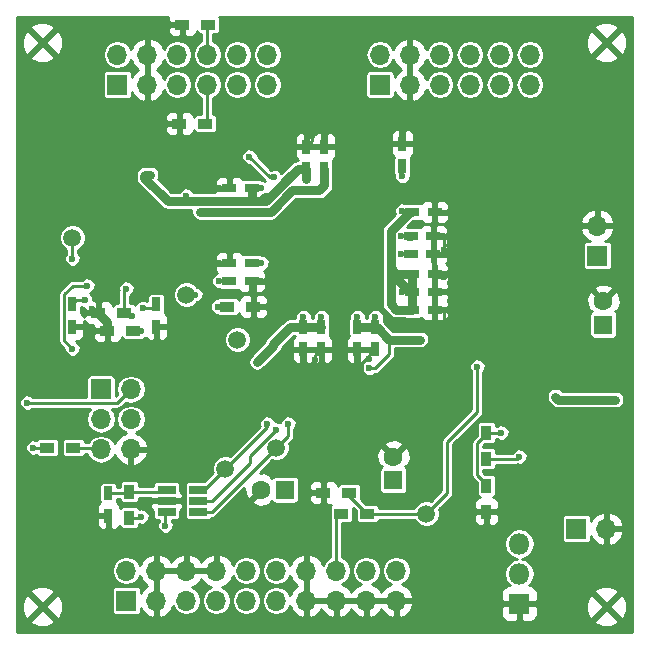
<source format=gbr>
G04 #@! TF.FileFunction,Copper,L2,Bot,Signal*
%FSLAX46Y46*%
G04 Gerber Fmt 4.6, Leading zero omitted, Abs format (unit mm)*
G04 Created by KiCad (PCBNEW 4.0.5) date 09/19/17 16:04:31*
%MOMM*%
%LPD*%
G01*
G04 APERTURE LIST*
%ADD10C,0.100000*%
%ADD11R,1.700000X1.700000*%
%ADD12O,1.700000X1.700000*%
%ADD13R,1.200000X0.750000*%
%ADD14C,1.500000*%
%ADD15R,1.200000X0.900000*%
%ADD16R,1.600000X1.600000*%
%ADD17C,1.600000*%
%ADD18R,1.800000X1.800000*%
%ADD19O,1.800000X1.800000*%
%ADD20R,0.750000X1.200000*%
%ADD21R,0.900000X1.200000*%
%ADD22R,1.560000X0.650000*%
%ADD23C,0.600000*%
%ADD24C,0.250000*%
%ADD25C,0.750000*%
%ADD26C,0.254000*%
G04 APERTURE END LIST*
D10*
D11*
X86360000Y-58420000D03*
D12*
X86360000Y-55880000D03*
X88900000Y-58420000D03*
X88900000Y-55880000D03*
X91440000Y-58420000D03*
X91440000Y-55880000D03*
X93980000Y-58420000D03*
X93980000Y-55880000D03*
X96520000Y-58420000D03*
X96520000Y-55880000D03*
X99060000Y-58420000D03*
X99060000Y-55880000D03*
D13*
X97724000Y-67183000D03*
X95824000Y-67183000D03*
D14*
X92202000Y-76200000D03*
D15*
X95674000Y-77216000D03*
X97874000Y-77216000D03*
X94064000Y-53340000D03*
X91864000Y-53340000D03*
D11*
X87122000Y-102108000D03*
D12*
X87122000Y-99568000D03*
X89662000Y-102108000D03*
X89662000Y-99568000D03*
X92202000Y-102108000D03*
X92202000Y-99568000D03*
X94742000Y-102108000D03*
X94742000Y-99568000D03*
X97282000Y-102108000D03*
X97282000Y-99568000D03*
X99822000Y-102108000D03*
X99822000Y-99568000D03*
X102362000Y-102108000D03*
X102362000Y-99568000D03*
X104902000Y-102108000D03*
X104902000Y-99568000D03*
X107442000Y-102108000D03*
X107442000Y-99568000D03*
X109982000Y-102108000D03*
X109982000Y-99568000D03*
D15*
X105326000Y-94742000D03*
X107526000Y-94742000D03*
D16*
X100552000Y-92710000D03*
D17*
X98552000Y-92710000D03*
D18*
X120396000Y-102362000D03*
D19*
X120396000Y-99822000D03*
X120396000Y-97282000D03*
D13*
X111191000Y-71247000D03*
X113091000Y-71247000D03*
X111191000Y-72771000D03*
X113091000Y-72771000D03*
D20*
X82550000Y-77028000D03*
X82550000Y-78928000D03*
X89662000Y-77028000D03*
X89662000Y-78928000D03*
D16*
X109728000Y-91916000D03*
D17*
X109728000Y-89916000D03*
D16*
X127508000Y-78740000D03*
D17*
X127508000Y-76740000D03*
D20*
X85598000Y-93030000D03*
X85598000Y-94930000D03*
X102108000Y-78933000D03*
X102108000Y-80833000D03*
X103632000Y-78933000D03*
X103632000Y-80833000D03*
D13*
X95824000Y-75057000D03*
X97724000Y-75057000D03*
D20*
X103886000Y-65593000D03*
X103886000Y-63693000D03*
D13*
X111318000Y-69215000D03*
X113218000Y-69215000D03*
X111318000Y-75946000D03*
X113218000Y-75946000D03*
X111318000Y-77470000D03*
X113218000Y-77470000D03*
X111318000Y-74422000D03*
X113218000Y-74422000D03*
D20*
X106680000Y-78933000D03*
X106680000Y-80833000D03*
X108204000Y-78933000D03*
X108204000Y-80833000D03*
X110490000Y-65339000D03*
X110490000Y-63439000D03*
X102362000Y-65593000D03*
X102362000Y-63693000D03*
D13*
X97724000Y-73533000D03*
X95824000Y-73533000D03*
D11*
X84963000Y-84201000D03*
D12*
X87503000Y-84201000D03*
X84963000Y-86741000D03*
X87503000Y-86741000D03*
X84963000Y-89281000D03*
X87503000Y-89281000D03*
D11*
X108585000Y-58420000D03*
D12*
X108585000Y-55880000D03*
X111125000Y-58420000D03*
X111125000Y-55880000D03*
X113665000Y-58420000D03*
X113665000Y-55880000D03*
X116205000Y-58420000D03*
X116205000Y-55880000D03*
X118745000Y-58420000D03*
X118745000Y-55880000D03*
X121285000Y-58420000D03*
X121285000Y-55880000D03*
D21*
X117602000Y-92372000D03*
X117602000Y-94572000D03*
X117602000Y-87884000D03*
X117602000Y-90084000D03*
D15*
X106002000Y-92964000D03*
X103802000Y-92964000D03*
X82634000Y-89154000D03*
X80434000Y-89154000D03*
D21*
X87376000Y-92880000D03*
X87376000Y-95080000D03*
D15*
X87714000Y-79248000D03*
X85514000Y-79248000D03*
X93810000Y-61722000D03*
X91610000Y-61722000D03*
X86952000Y-77724000D03*
X84752000Y-77724000D03*
D22*
X90518000Y-94610000D03*
X90518000Y-93660000D03*
X90518000Y-92710000D03*
X93218000Y-92710000D03*
X93218000Y-94610000D03*
X93218000Y-93660000D03*
D14*
X82550000Y-71374000D03*
X96520000Y-80010000D03*
X95504000Y-90932000D03*
X99822000Y-89154000D03*
X112522000Y-94742000D03*
D11*
X125222000Y-96012000D03*
D12*
X127762000Y-96012000D03*
D11*
X127000000Y-72898000D03*
D12*
X127000000Y-70358000D03*
D23*
X100550164Y-78172554D03*
X105683942Y-81006058D03*
X121666000Y-79248000D03*
X89154000Y-71374000D03*
X92710000Y-87884000D03*
X103115761Y-81777207D03*
X107696410Y-81649103D03*
X114046000Y-72390000D03*
X102870000Y-62738000D03*
X84222891Y-77427252D03*
X90844394Y-76636999D03*
X92710000Y-65024000D03*
X96266000Y-88138000D03*
X119380000Y-84836000D03*
X113284000Y-68326000D03*
X114046000Y-74676000D03*
X94234000Y-76454000D03*
X119888000Y-80518000D03*
X113792000Y-87122000D03*
X112268000Y-87122000D03*
X110744000Y-87122000D03*
X109220000Y-87122000D03*
X107696000Y-87122000D03*
X119888000Y-75946000D03*
X119888000Y-74422000D03*
X119888000Y-72644000D03*
X119888000Y-71120000D03*
X119888000Y-69596000D03*
X119888000Y-68072000D03*
X91948000Y-72136000D03*
X106402000Y-74151000D03*
X105402000Y-74151000D03*
X104402000Y-74151000D03*
X103402000Y-74151000D03*
X102402000Y-74151000D03*
X106402000Y-73151000D03*
X105402000Y-73151000D03*
X104402000Y-73151000D03*
X103402000Y-73151000D03*
X102402000Y-73151000D03*
X106402000Y-72151000D03*
X105402000Y-72151000D03*
X104402000Y-72151000D03*
X103402000Y-72151000D03*
X102402000Y-72151000D03*
X106402000Y-71151000D03*
X105402000Y-71151000D03*
X104402000Y-71151000D03*
X103402000Y-71151000D03*
X102402000Y-71151000D03*
X106402000Y-70151000D03*
X105402000Y-70151000D03*
X104402000Y-70151000D03*
X103402000Y-70151000D03*
X102402000Y-70151000D03*
X106680000Y-81661000D03*
X102108000Y-81661000D03*
X99949000Y-78486000D03*
X100203000Y-81407000D03*
X98552000Y-75057000D03*
X94996000Y-73533000D03*
X98044000Y-70612000D03*
X94996000Y-67183000D03*
X103886000Y-62865000D03*
X110490000Y-62611000D03*
X114046000Y-77470000D03*
X113919000Y-71247000D03*
X114046000Y-75946000D03*
X123444000Y-84836000D03*
X79248000Y-89154000D03*
X128524000Y-85090000D03*
X88527335Y-77314773D03*
X83644394Y-76637001D03*
X78740000Y-85344000D03*
X120396000Y-89916000D03*
X107668840Y-82448629D03*
X99822000Y-87630000D03*
X112014000Y-80010000D03*
X110363000Y-71247000D03*
X110363000Y-72771000D03*
X106680000Y-78105000D03*
X108204000Y-78105000D03*
X89154000Y-66040000D03*
X98552000Y-68264990D03*
X92202000Y-67818000D03*
X98552000Y-73533000D03*
X110490000Y-66167000D03*
X102362000Y-66421000D03*
X98552000Y-67183000D03*
X110490000Y-69088000D03*
X110490000Y-77470000D03*
X110490000Y-75946000D03*
X110490000Y-74422000D03*
X93345000Y-69215000D03*
X94996000Y-75057000D03*
X103886000Y-66421000D03*
X98171000Y-81915000D03*
X102108000Y-78105000D03*
X103632000Y-78105000D03*
X116840000Y-82296000D03*
X100838000Y-87122000D03*
X99060000Y-87122000D03*
X83820000Y-75438000D03*
X82550000Y-80772000D03*
X82550000Y-73152000D03*
X88392000Y-79248000D03*
X87122000Y-75692000D03*
X87630000Y-77978000D03*
X92964000Y-76200000D03*
X96520000Y-80010000D03*
X88392000Y-94996000D03*
X90424000Y-95758000D03*
X97536000Y-64516000D03*
X99649744Y-66256173D03*
X94869000Y-77216000D03*
X118872000Y-87884000D03*
D24*
X100550164Y-78172554D02*
X100262446Y-78172554D01*
X100262446Y-78172554D02*
X99949000Y-78486000D01*
X105683942Y-81006058D02*
X103805058Y-81006058D01*
X103805058Y-81006058D02*
X103632000Y-80833000D01*
X103115761Y-81777207D02*
X103115761Y-81349239D01*
X103115761Y-81349239D02*
X103632000Y-80833000D01*
X107696410Y-81649103D02*
X107696410Y-81340590D01*
X107696410Y-81340590D02*
X108204000Y-80833000D01*
X107696410Y-81649103D02*
X107384736Y-81661000D01*
X114046000Y-72390000D02*
X114046000Y-71374000D01*
X113091000Y-72771000D02*
X113665000Y-72771000D01*
X113665000Y-72771000D02*
X114046000Y-72390000D01*
X102870000Y-62738000D02*
X102870000Y-63185000D01*
X102870000Y-63185000D02*
X102362000Y-63693000D01*
X107384736Y-81661000D02*
X107043839Y-82001897D01*
X109940333Y-83073630D02*
X114046000Y-78967963D01*
X107043839Y-82001897D02*
X107043839Y-82748630D01*
X107043839Y-82748630D02*
X107368839Y-83073630D01*
X107368839Y-83073630D02*
X109940333Y-83073630D01*
X114046000Y-78967963D02*
X114046000Y-77894264D01*
X114046000Y-77894264D02*
X114046000Y-77470000D01*
X84222891Y-77427252D02*
X84455252Y-77427252D01*
X84455252Y-77427252D02*
X84752000Y-77724000D01*
X114046000Y-71374000D02*
X113919000Y-71247000D01*
X114046000Y-74676000D02*
X113472000Y-74676000D01*
X113472000Y-74676000D02*
X113218000Y-74422000D01*
D25*
X85514000Y-79248000D02*
X85514000Y-78486000D01*
X85514000Y-78486000D02*
X84752000Y-77724000D01*
D24*
X98044000Y-76073000D02*
X98044000Y-75377000D01*
X98044000Y-75377000D02*
X97724000Y-75057000D01*
X106680000Y-81661000D02*
X106680000Y-80833000D01*
X102108000Y-81661000D02*
X102108000Y-80833000D01*
X98552000Y-75057000D02*
X97724000Y-75057000D01*
X94996000Y-73533000D02*
X95824000Y-73533000D01*
X94996000Y-67183000D02*
X95824000Y-67183000D01*
X102559000Y-63496000D02*
X102362000Y-63693000D01*
X103886000Y-62865000D02*
X103886000Y-63693000D01*
X110490000Y-62611000D02*
X110490000Y-63439000D01*
X114046000Y-69215000D02*
X113218000Y-69215000D01*
X114046000Y-77470000D02*
X113218000Y-77470000D01*
X113919000Y-71247000D02*
X113091000Y-71247000D01*
X114046000Y-74422000D02*
X113218000Y-74422000D01*
X114046000Y-75946000D02*
X113218000Y-75946000D01*
D25*
X124714000Y-85090000D02*
X123698000Y-85090000D01*
X123698000Y-85090000D02*
X123444000Y-84836000D01*
X126238000Y-85090000D02*
X124714000Y-85090000D01*
D24*
X80434000Y-89154000D02*
X79248000Y-89154000D01*
D25*
X128524000Y-85090000D02*
X126238000Y-85090000D01*
D24*
X88527335Y-77314773D02*
X89375227Y-77314773D01*
X89375227Y-77314773D02*
X89662000Y-77028000D01*
X83644394Y-76637001D02*
X82940999Y-76637001D01*
X82940999Y-76637001D02*
X82550000Y-77028000D01*
X86327999Y-85376001D02*
X78772001Y-85376001D01*
X87503000Y-84201000D02*
X86327999Y-85376001D01*
X78772001Y-85376001D02*
X78740000Y-85344000D01*
X117602000Y-90084000D02*
X120228000Y-90084000D01*
X120228000Y-90084000D02*
X120396000Y-89916000D01*
X99822000Y-87630000D02*
X97603002Y-89848998D01*
X97603002Y-89848998D02*
X97603002Y-90424000D01*
X94367002Y-93660000D02*
X97603002Y-90424000D01*
X109391002Y-81206000D02*
X108148373Y-82448629D01*
X108148373Y-82448629D02*
X107668840Y-82448629D01*
X109391002Y-81206000D02*
X109391002Y-80010000D01*
X93218000Y-93660000D02*
X94367002Y-93660000D01*
D25*
X109391002Y-80010000D02*
X112014000Y-80010000D01*
X108204000Y-78933000D02*
X108314002Y-78933000D01*
X108314002Y-78933000D02*
X109391002Y-80010000D01*
X111191000Y-71247000D02*
X110966000Y-71247000D01*
X108204000Y-78933000D02*
X106680000Y-78933000D01*
D24*
X110363000Y-71247000D02*
X111191000Y-71247000D01*
X111191000Y-72771000D02*
X110363000Y-72771000D01*
X106680000Y-78105000D02*
X106680000Y-78933000D01*
X108204000Y-78933000D02*
X108204000Y-78105000D01*
D25*
X98044000Y-68264990D02*
X98552000Y-68264990D01*
X97536000Y-68264990D02*
X98044000Y-68264990D01*
X98044000Y-68264990D02*
X98935929Y-68264990D01*
X98935929Y-68264990D02*
X101607919Y-65593000D01*
X101607919Y-65593000D02*
X102362000Y-65593000D01*
X98851999Y-67964991D02*
X99235928Y-67964991D01*
X99235928Y-67964991D02*
X101092000Y-66108919D01*
X98552000Y-68264990D02*
X98851999Y-67964991D01*
X89154000Y-66040000D02*
X88729736Y-66040000D01*
X88729736Y-66040000D02*
X88646000Y-66123736D01*
X88646000Y-66123736D02*
X88646000Y-66294000D01*
X88646000Y-66294000D02*
X90616990Y-68264990D01*
X90616990Y-68264990D02*
X92202000Y-68264990D01*
X92202000Y-68264990D02*
X97536000Y-68264990D01*
X97724000Y-67183000D02*
X97724000Y-68076990D01*
X97724000Y-68076990D02*
X97536000Y-68264990D01*
D24*
X92202000Y-67818000D02*
X92202000Y-68264990D01*
D25*
X102362000Y-66421000D02*
X102362000Y-65593000D01*
D24*
X98552000Y-73533000D02*
X97724000Y-73533000D01*
X110490000Y-65339000D02*
X110490000Y-66167000D01*
X97724000Y-67183000D02*
X98552000Y-67183000D01*
X110490000Y-69088000D02*
X111191000Y-69088000D01*
X111191000Y-69088000D02*
X111318000Y-69215000D01*
D25*
X111318000Y-77470000D02*
X109968000Y-77470000D01*
X109968000Y-77470000D02*
X109487999Y-76989999D01*
X109487999Y-76989999D02*
X109487999Y-74340999D01*
X111318000Y-75946000D02*
X111093000Y-75946000D01*
X111093000Y-75946000D02*
X109487999Y-74340999D01*
X109487999Y-74340999D02*
X109487999Y-73941999D01*
X111318000Y-69215000D02*
X111093000Y-69215000D01*
X111093000Y-69215000D02*
X109487999Y-70820001D01*
X109487999Y-70820001D02*
X109487999Y-73941999D01*
X109487999Y-73941999D02*
X109968000Y-74422000D01*
X109968000Y-74422000D02*
X111318000Y-74422000D01*
X111318000Y-75946000D02*
X111318000Y-74422000D01*
X111318000Y-77470000D02*
X111318000Y-75946000D01*
D24*
X111318000Y-77470000D02*
X110490000Y-77470000D01*
X110490000Y-75946000D02*
X111318000Y-75946000D01*
X111318000Y-74422000D02*
X110490000Y-74422000D01*
D25*
X93345000Y-69215000D02*
X99329435Y-69215000D01*
X99329435Y-69215000D02*
X101173425Y-67371010D01*
X101173425Y-67371010D02*
X103457990Y-67371010D01*
X103457990Y-67371010D02*
X103886000Y-66943000D01*
X103886000Y-66943000D02*
X103886000Y-65593000D01*
D24*
X95824000Y-75057000D02*
X94996000Y-75057000D01*
X103886000Y-65593000D02*
X103886000Y-66421000D01*
X87376000Y-92880000D02*
X90348000Y-92880000D01*
X90348000Y-92880000D02*
X90518000Y-92710000D01*
X85598000Y-93030000D02*
X87226000Y-93030000D01*
X87226000Y-93030000D02*
X87376000Y-92880000D01*
D25*
X102108000Y-78933000D02*
X103632000Y-78933000D01*
X99568000Y-80518000D02*
X99568000Y-80348000D01*
X99568000Y-80348000D02*
X100983000Y-78933000D01*
X100983000Y-78933000D02*
X102108000Y-78933000D01*
X98171000Y-81915000D02*
X99568000Y-80518000D01*
D24*
X102108000Y-78105000D02*
X102108000Y-78933000D01*
X103632000Y-78933000D02*
X103632000Y-78105000D01*
X112522000Y-94742000D02*
X114300000Y-92964000D01*
X114300000Y-92964000D02*
X114300000Y-88646000D01*
X114300000Y-88646000D02*
X116840000Y-86106000D01*
X116840000Y-86106000D02*
X116840000Y-85090000D01*
X116840000Y-85090000D02*
X116840000Y-82296000D01*
X107526000Y-94742000D02*
X112522000Y-94742000D01*
X106002000Y-92964000D02*
X106002000Y-93218000D01*
X106002000Y-93218000D02*
X107526000Y-94742000D01*
X99822000Y-89154000D02*
X94366000Y-94610000D01*
X94366000Y-94610000D02*
X94248000Y-94610000D01*
X100838000Y-87122000D02*
X100838000Y-88138000D01*
X100838000Y-88138000D02*
X99822000Y-89154000D01*
X93218000Y-94610000D02*
X94248000Y-94610000D01*
X95504000Y-90932000D02*
X99060000Y-87376000D01*
X99060000Y-87376000D02*
X99060000Y-87122000D01*
X93218000Y-92710000D02*
X93673000Y-92710000D01*
X93673000Y-92710000D02*
X95451000Y-90932000D01*
X95451000Y-90932000D02*
X95504000Y-90932000D01*
X99060000Y-87323000D02*
X99060000Y-87122000D01*
X82550000Y-80772000D02*
X81849999Y-80071999D01*
X81849999Y-80071999D02*
X81849999Y-76167999D01*
X81849999Y-76167999D02*
X82579998Y-75438000D01*
X82579998Y-75438000D02*
X83820000Y-75438000D01*
X82634000Y-89154000D02*
X84836000Y-89154000D01*
X84836000Y-89154000D02*
X84963000Y-89281000D01*
X82550000Y-71374000D02*
X82550000Y-73152000D01*
X88392000Y-79248000D02*
X87714000Y-79248000D01*
X86952000Y-77724000D02*
X86952000Y-75862000D01*
X86952000Y-75862000D02*
X87122000Y-75692000D01*
X87122000Y-77554000D02*
X86952000Y-77724000D01*
X86952000Y-77724000D02*
X87376000Y-77724000D01*
X87376000Y-77724000D02*
X87630000Y-77978000D01*
X92202000Y-76200000D02*
X92813999Y-76200000D01*
X104902000Y-99568000D02*
X104902000Y-95016000D01*
X104902000Y-95016000D02*
X105176000Y-94742000D01*
X105176000Y-94742000D02*
X105326000Y-94742000D01*
X87376000Y-95080000D02*
X88308000Y-95080000D01*
X88308000Y-95080000D02*
X88392000Y-94996000D01*
X87429000Y-95133000D02*
X87376000Y-95080000D01*
X90424000Y-95758000D02*
X90424000Y-94704000D01*
X90424000Y-94704000D02*
X90518000Y-94610000D01*
X90518000Y-94610000D02*
X90973000Y-94610000D01*
X93980000Y-58420000D02*
X93980000Y-61552000D01*
X93980000Y-61552000D02*
X93810000Y-61722000D01*
X93980000Y-55880000D02*
X93980000Y-53424000D01*
X93980000Y-53424000D02*
X94064000Y-53340000D01*
X97536000Y-64516000D02*
X99276173Y-66256173D01*
X99276173Y-66256173D02*
X99649744Y-66256173D01*
X94869000Y-77216000D02*
X95674000Y-77216000D01*
X117602000Y-87884000D02*
X117602000Y-88034000D01*
X117602000Y-88034000D02*
X116826999Y-88809001D01*
X116826999Y-88809001D02*
X116826999Y-91446999D01*
X116826999Y-91446999D02*
X117602000Y-92222000D01*
X117602000Y-92222000D02*
X117602000Y-92372000D01*
X117602000Y-87884000D02*
X118872000Y-87884000D01*
D26*
G36*
X90629000Y-52763690D02*
X90629000Y-53054250D01*
X90787750Y-53213000D01*
X91737000Y-53213000D01*
X91737000Y-53193000D01*
X91991000Y-53193000D01*
X91991000Y-53213000D01*
X92011000Y-53213000D01*
X92011000Y-53467000D01*
X91991000Y-53467000D01*
X91991000Y-54266250D01*
X92149750Y-54425000D01*
X92590309Y-54425000D01*
X92823698Y-54328327D01*
X93002327Y-54149699D01*
X93099000Y-53916310D01*
X93099000Y-53914699D01*
X93102103Y-53931190D01*
X93185546Y-54060865D01*
X93312866Y-54147859D01*
X93464000Y-54178464D01*
X93474000Y-54178464D01*
X93474000Y-54741918D01*
X93109552Y-54985435D01*
X92842704Y-55384800D01*
X92749000Y-55855883D01*
X92749000Y-55904117D01*
X92842704Y-56375200D01*
X93109552Y-56774565D01*
X93508917Y-57041413D01*
X93980000Y-57135117D01*
X94451083Y-57041413D01*
X94850448Y-56774565D01*
X95117296Y-56375200D01*
X95211000Y-55904117D01*
X95211000Y-55855883D01*
X95289000Y-55855883D01*
X95289000Y-55904117D01*
X95382704Y-56375200D01*
X95649552Y-56774565D01*
X96048917Y-57041413D01*
X96520000Y-57135117D01*
X96991083Y-57041413D01*
X97390448Y-56774565D01*
X97657296Y-56375200D01*
X97751000Y-55904117D01*
X97751000Y-55855883D01*
X97829000Y-55855883D01*
X97829000Y-55904117D01*
X97922704Y-56375200D01*
X98189552Y-56774565D01*
X98588917Y-57041413D01*
X99060000Y-57135117D01*
X99531083Y-57041413D01*
X99930448Y-56774565D01*
X100197296Y-56375200D01*
X100291000Y-55904117D01*
X100291000Y-55855883D01*
X100197296Y-55384800D01*
X99930448Y-54985435D01*
X99531083Y-54718587D01*
X99060000Y-54624883D01*
X98588917Y-54718587D01*
X98189552Y-54985435D01*
X97922704Y-55384800D01*
X97829000Y-55855883D01*
X97751000Y-55855883D01*
X97657296Y-55384800D01*
X97390448Y-54985435D01*
X96991083Y-54718587D01*
X96520000Y-54624883D01*
X96048917Y-54718587D01*
X95649552Y-54985435D01*
X95382704Y-55384800D01*
X95289000Y-55855883D01*
X95211000Y-55855883D01*
X95117296Y-55384800D01*
X94850448Y-54985435D01*
X94486000Y-54741918D01*
X94486000Y-54178464D01*
X94664000Y-54178464D01*
X94805190Y-54151897D01*
X94934865Y-54068454D01*
X95021859Y-53941134D01*
X95052464Y-53790000D01*
X95052464Y-53639132D01*
X126716737Y-53639132D01*
X127762000Y-54684395D01*
X128807263Y-53639132D01*
X128696359Y-53361901D01*
X128050407Y-53118677D01*
X127360547Y-53141164D01*
X126827641Y-53361901D01*
X126716737Y-53639132D01*
X95052464Y-53639132D01*
X95052464Y-52890000D01*
X95025897Y-52748810D01*
X94997706Y-52705000D01*
X129921000Y-52705000D01*
X129921000Y-104775000D01*
X77851000Y-104775000D01*
X77851000Y-103840868D01*
X78964737Y-103840868D01*
X79075641Y-104118099D01*
X79721593Y-104361323D01*
X80411453Y-104338836D01*
X80944359Y-104118099D01*
X81055263Y-103840868D01*
X80010000Y-102795605D01*
X78964737Y-103840868D01*
X77851000Y-103840868D01*
X77851000Y-102327593D01*
X78264677Y-102327593D01*
X78287164Y-103017453D01*
X78507901Y-103550359D01*
X78785132Y-103661263D01*
X79830395Y-102616000D01*
X80189605Y-102616000D01*
X81234868Y-103661263D01*
X81512099Y-103550359D01*
X81755323Y-102904407D01*
X81732836Y-102214547D01*
X81512099Y-101681641D01*
X81234868Y-101570737D01*
X80189605Y-102616000D01*
X79830395Y-102616000D01*
X78785132Y-101570737D01*
X78507901Y-101681641D01*
X78264677Y-102327593D01*
X77851000Y-102327593D01*
X77851000Y-101391132D01*
X78964737Y-101391132D01*
X80010000Y-102436395D01*
X81055263Y-101391132D01*
X81002005Y-101258000D01*
X85883536Y-101258000D01*
X85883536Y-102958000D01*
X85910103Y-103099190D01*
X85993546Y-103228865D01*
X86120866Y-103315859D01*
X86272000Y-103346464D01*
X87972000Y-103346464D01*
X88113190Y-103319897D01*
X88242865Y-103236454D01*
X88329859Y-103109134D01*
X88360464Y-102958000D01*
X88360464Y-102762895D01*
X88466817Y-102989358D01*
X88895076Y-103379645D01*
X89305110Y-103549476D01*
X89535000Y-103428155D01*
X89535000Y-102235000D01*
X89515000Y-102235000D01*
X89515000Y-101981000D01*
X89535000Y-101981000D01*
X89535000Y-99695000D01*
X89789000Y-99695000D01*
X89789000Y-101981000D01*
X89809000Y-101981000D01*
X89809000Y-102235000D01*
X89789000Y-102235000D01*
X89789000Y-103428155D01*
X90018890Y-103549476D01*
X90428924Y-103379645D01*
X90857183Y-102989358D01*
X91056917Y-102564053D01*
X91064704Y-102603200D01*
X91331552Y-103002565D01*
X91730917Y-103269413D01*
X92202000Y-103363117D01*
X92673083Y-103269413D01*
X93072448Y-103002565D01*
X93339296Y-102603200D01*
X93433000Y-102132117D01*
X93433000Y-102083883D01*
X93339296Y-101612800D01*
X93072448Y-101213435D01*
X92687488Y-100956212D01*
X92968924Y-100839645D01*
X93397183Y-100449358D01*
X93472000Y-100290046D01*
X93546817Y-100449358D01*
X93975076Y-100839645D01*
X94256512Y-100956212D01*
X93871552Y-101213435D01*
X93604704Y-101612800D01*
X93511000Y-102083883D01*
X93511000Y-102132117D01*
X93604704Y-102603200D01*
X93871552Y-103002565D01*
X94270917Y-103269413D01*
X94742000Y-103363117D01*
X95213083Y-103269413D01*
X95612448Y-103002565D01*
X95879296Y-102603200D01*
X95973000Y-102132117D01*
X95973000Y-102083883D01*
X96051000Y-102083883D01*
X96051000Y-102132117D01*
X96144704Y-102603200D01*
X96411552Y-103002565D01*
X96810917Y-103269413D01*
X97282000Y-103363117D01*
X97753083Y-103269413D01*
X98152448Y-103002565D01*
X98419296Y-102603200D01*
X98513000Y-102132117D01*
X98513000Y-102083883D01*
X98419296Y-101612800D01*
X98152448Y-101213435D01*
X97753083Y-100946587D01*
X97282000Y-100852883D01*
X96810917Y-100946587D01*
X96411552Y-101213435D01*
X96144704Y-101612800D01*
X96051000Y-102083883D01*
X95973000Y-102083883D01*
X95879296Y-101612800D01*
X95612448Y-101213435D01*
X95227488Y-100956212D01*
X95508924Y-100839645D01*
X95937183Y-100449358D01*
X96136917Y-100024053D01*
X96144704Y-100063200D01*
X96411552Y-100462565D01*
X96810917Y-100729413D01*
X97282000Y-100823117D01*
X97753083Y-100729413D01*
X98152448Y-100462565D01*
X98419296Y-100063200D01*
X98513000Y-99592117D01*
X98513000Y-99543883D01*
X98591000Y-99543883D01*
X98591000Y-99592117D01*
X98684704Y-100063200D01*
X98951552Y-100462565D01*
X99350917Y-100729413D01*
X99822000Y-100823117D01*
X100293083Y-100729413D01*
X100692448Y-100462565D01*
X100959296Y-100063200D01*
X100967083Y-100024053D01*
X101166817Y-100449358D01*
X101593271Y-100838000D01*
X101166817Y-101226642D01*
X100967083Y-101651947D01*
X100959296Y-101612800D01*
X100692448Y-101213435D01*
X100293083Y-100946587D01*
X99822000Y-100852883D01*
X99350917Y-100946587D01*
X98951552Y-101213435D01*
X98684704Y-101612800D01*
X98591000Y-102083883D01*
X98591000Y-102132117D01*
X98684704Y-102603200D01*
X98951552Y-103002565D01*
X99350917Y-103269413D01*
X99822000Y-103363117D01*
X100293083Y-103269413D01*
X100692448Y-103002565D01*
X100959296Y-102603200D01*
X100967083Y-102564053D01*
X101166817Y-102989358D01*
X101595076Y-103379645D01*
X102005110Y-103549476D01*
X102235000Y-103428155D01*
X102235000Y-102235000D01*
X102489000Y-102235000D01*
X102489000Y-103428155D01*
X102718890Y-103549476D01*
X103128924Y-103379645D01*
X103557183Y-102989358D01*
X103632000Y-102830046D01*
X103706817Y-102989358D01*
X104135076Y-103379645D01*
X104545110Y-103549476D01*
X104775000Y-103428155D01*
X104775000Y-102235000D01*
X105029000Y-102235000D01*
X105029000Y-103428155D01*
X105258890Y-103549476D01*
X105668924Y-103379645D01*
X106097183Y-102989358D01*
X106172000Y-102830046D01*
X106246817Y-102989358D01*
X106675076Y-103379645D01*
X107085110Y-103549476D01*
X107315000Y-103428155D01*
X107315000Y-102235000D01*
X107569000Y-102235000D01*
X107569000Y-103428155D01*
X107798890Y-103549476D01*
X108208924Y-103379645D01*
X108637183Y-102989358D01*
X108712000Y-102830046D01*
X108786817Y-102989358D01*
X109215076Y-103379645D01*
X109625110Y-103549476D01*
X109855000Y-103428155D01*
X109855000Y-102235000D01*
X110109000Y-102235000D01*
X110109000Y-103428155D01*
X110338890Y-103549476D01*
X110748924Y-103379645D01*
X111177183Y-102989358D01*
X111337611Y-102647750D01*
X118861000Y-102647750D01*
X118861000Y-103388309D01*
X118957673Y-103621698D01*
X119136301Y-103800327D01*
X119369690Y-103897000D01*
X120110250Y-103897000D01*
X120269000Y-103738250D01*
X120269000Y-102489000D01*
X120523000Y-102489000D01*
X120523000Y-103738250D01*
X120681750Y-103897000D01*
X121422310Y-103897000D01*
X121557824Y-103840868D01*
X126716737Y-103840868D01*
X126827641Y-104118099D01*
X127473593Y-104361323D01*
X128163453Y-104338836D01*
X128696359Y-104118099D01*
X128807263Y-103840868D01*
X127762000Y-102795605D01*
X126716737Y-103840868D01*
X121557824Y-103840868D01*
X121655699Y-103800327D01*
X121834327Y-103621698D01*
X121931000Y-103388309D01*
X121931000Y-102647750D01*
X121772250Y-102489000D01*
X120523000Y-102489000D01*
X120269000Y-102489000D01*
X119019750Y-102489000D01*
X118861000Y-102647750D01*
X111337611Y-102647750D01*
X111423486Y-102464892D01*
X111351420Y-102327593D01*
X126016677Y-102327593D01*
X126039164Y-103017453D01*
X126259901Y-103550359D01*
X126537132Y-103661263D01*
X127582395Y-102616000D01*
X127941605Y-102616000D01*
X128986868Y-103661263D01*
X129264099Y-103550359D01*
X129507323Y-102904407D01*
X129484836Y-102214547D01*
X129264099Y-101681641D01*
X128986868Y-101570737D01*
X127941605Y-102616000D01*
X127582395Y-102616000D01*
X126537132Y-101570737D01*
X126259901Y-101681641D01*
X126016677Y-102327593D01*
X111351420Y-102327593D01*
X111302819Y-102235000D01*
X110109000Y-102235000D01*
X109855000Y-102235000D01*
X107569000Y-102235000D01*
X107315000Y-102235000D01*
X105029000Y-102235000D01*
X104775000Y-102235000D01*
X102489000Y-102235000D01*
X102235000Y-102235000D01*
X102215000Y-102235000D01*
X102215000Y-101981000D01*
X102235000Y-101981000D01*
X102235000Y-99695000D01*
X102215000Y-99695000D01*
X102215000Y-99441000D01*
X102235000Y-99441000D01*
X102235000Y-98247845D01*
X102489000Y-98247845D01*
X102489000Y-99441000D01*
X102509000Y-99441000D01*
X102509000Y-99695000D01*
X102489000Y-99695000D01*
X102489000Y-101981000D01*
X104775000Y-101981000D01*
X104775000Y-101961000D01*
X105029000Y-101961000D01*
X105029000Y-101981000D01*
X107315000Y-101981000D01*
X107315000Y-101961000D01*
X107569000Y-101961000D01*
X107569000Y-101981000D01*
X109855000Y-101981000D01*
X109855000Y-101961000D01*
X110109000Y-101961000D01*
X110109000Y-101981000D01*
X111302819Y-101981000D01*
X111423486Y-101751108D01*
X111228396Y-101335691D01*
X118861000Y-101335691D01*
X118861000Y-102076250D01*
X119019750Y-102235000D01*
X120269000Y-102235000D01*
X120269000Y-102215000D01*
X120523000Y-102215000D01*
X120523000Y-102235000D01*
X121772250Y-102235000D01*
X121931000Y-102076250D01*
X121931000Y-101391132D01*
X126716737Y-101391132D01*
X127762000Y-102436395D01*
X128807263Y-101391132D01*
X128696359Y-101113901D01*
X128050407Y-100870677D01*
X127360547Y-100893164D01*
X126827641Y-101113901D01*
X126716737Y-101391132D01*
X121931000Y-101391132D01*
X121931000Y-101335691D01*
X121834327Y-101102302D01*
X121655699Y-100923673D01*
X121422310Y-100827000D01*
X121190905Y-100827000D01*
X121301804Y-100752900D01*
X121579490Y-100337313D01*
X121677000Y-99847096D01*
X121677000Y-99796904D01*
X121579490Y-99306687D01*
X121301804Y-98891100D01*
X120886217Y-98613414D01*
X120577467Y-98552000D01*
X120886217Y-98490586D01*
X121301804Y-98212900D01*
X121579490Y-97797313D01*
X121677000Y-97307096D01*
X121677000Y-97256904D01*
X121579490Y-96766687D01*
X121301804Y-96351100D01*
X120886217Y-96073414D01*
X120396000Y-95975904D01*
X119905783Y-96073414D01*
X119490196Y-96351100D01*
X119212510Y-96766687D01*
X119115000Y-97256904D01*
X119115000Y-97307096D01*
X119212510Y-97797313D01*
X119490196Y-98212900D01*
X119905783Y-98490586D01*
X120214533Y-98552000D01*
X119905783Y-98613414D01*
X119490196Y-98891100D01*
X119212510Y-99306687D01*
X119115000Y-99796904D01*
X119115000Y-99847096D01*
X119212510Y-100337313D01*
X119490196Y-100752900D01*
X119601095Y-100827000D01*
X119369690Y-100827000D01*
X119136301Y-100923673D01*
X118957673Y-101102302D01*
X118861000Y-101335691D01*
X111228396Y-101335691D01*
X111177183Y-101226642D01*
X110748924Y-100836355D01*
X110467488Y-100719788D01*
X110852448Y-100462565D01*
X111119296Y-100063200D01*
X111213000Y-99592117D01*
X111213000Y-99543883D01*
X111119296Y-99072800D01*
X110852448Y-98673435D01*
X110453083Y-98406587D01*
X109982000Y-98312883D01*
X109510917Y-98406587D01*
X109111552Y-98673435D01*
X108844704Y-99072800D01*
X108751000Y-99543883D01*
X108751000Y-99592117D01*
X108844704Y-100063200D01*
X109111552Y-100462565D01*
X109496512Y-100719788D01*
X109215076Y-100836355D01*
X108786817Y-101226642D01*
X108712000Y-101385954D01*
X108637183Y-101226642D01*
X108208924Y-100836355D01*
X107927488Y-100719788D01*
X108312448Y-100462565D01*
X108579296Y-100063200D01*
X108673000Y-99592117D01*
X108673000Y-99543883D01*
X108579296Y-99072800D01*
X108312448Y-98673435D01*
X107913083Y-98406587D01*
X107442000Y-98312883D01*
X106970917Y-98406587D01*
X106571552Y-98673435D01*
X106304704Y-99072800D01*
X106211000Y-99543883D01*
X106211000Y-99592117D01*
X106304704Y-100063200D01*
X106571552Y-100462565D01*
X106956512Y-100719788D01*
X106675076Y-100836355D01*
X106246817Y-101226642D01*
X106172000Y-101385954D01*
X106097183Y-101226642D01*
X105668924Y-100836355D01*
X105387488Y-100719788D01*
X105772448Y-100462565D01*
X106039296Y-100063200D01*
X106133000Y-99592117D01*
X106133000Y-99543883D01*
X106039296Y-99072800D01*
X105772448Y-98673435D01*
X105408000Y-98429918D01*
X105408000Y-95580464D01*
X105926000Y-95580464D01*
X106067190Y-95553897D01*
X106196865Y-95470454D01*
X106283859Y-95343134D01*
X106314464Y-95192000D01*
X106314464Y-94292000D01*
X106303815Y-94235407D01*
X106537536Y-94469128D01*
X106537536Y-95192000D01*
X106564103Y-95333190D01*
X106647546Y-95462865D01*
X106774866Y-95549859D01*
X106926000Y-95580464D01*
X108126000Y-95580464D01*
X108267190Y-95553897D01*
X108396865Y-95470454D01*
X108483859Y-95343134D01*
X108503124Y-95248000D01*
X111507331Y-95248000D01*
X111562625Y-95381823D01*
X111880503Y-95700256D01*
X112296043Y-95872804D01*
X112745983Y-95873196D01*
X113161823Y-95701375D01*
X113480256Y-95383497D01*
X113652804Y-94967957D01*
X113652900Y-94857750D01*
X116517000Y-94857750D01*
X116517000Y-95298309D01*
X116613673Y-95531698D01*
X116792301Y-95710327D01*
X117025690Y-95807000D01*
X117316250Y-95807000D01*
X117475000Y-95648250D01*
X117475000Y-94699000D01*
X117729000Y-94699000D01*
X117729000Y-95648250D01*
X117887750Y-95807000D01*
X118178310Y-95807000D01*
X118411699Y-95710327D01*
X118590327Y-95531698D01*
X118687000Y-95298309D01*
X118687000Y-95162000D01*
X123983536Y-95162000D01*
X123983536Y-96862000D01*
X124010103Y-97003190D01*
X124093546Y-97132865D01*
X124220866Y-97219859D01*
X124372000Y-97250464D01*
X126072000Y-97250464D01*
X126213190Y-97223897D01*
X126342865Y-97140454D01*
X126429859Y-97013134D01*
X126460464Y-96862000D01*
X126460464Y-96666895D01*
X126566817Y-96893358D01*
X126995076Y-97283645D01*
X127405110Y-97453476D01*
X127635000Y-97332155D01*
X127635000Y-96139000D01*
X127889000Y-96139000D01*
X127889000Y-97332155D01*
X128118890Y-97453476D01*
X128528924Y-97283645D01*
X128957183Y-96893358D01*
X129203486Y-96368892D01*
X129082819Y-96139000D01*
X127889000Y-96139000D01*
X127635000Y-96139000D01*
X127615000Y-96139000D01*
X127615000Y-95885000D01*
X127635000Y-95885000D01*
X127635000Y-94691845D01*
X127889000Y-94691845D01*
X127889000Y-95885000D01*
X129082819Y-95885000D01*
X129203486Y-95655108D01*
X128957183Y-95130642D01*
X128528924Y-94740355D01*
X128118890Y-94570524D01*
X127889000Y-94691845D01*
X127635000Y-94691845D01*
X127405110Y-94570524D01*
X126995076Y-94740355D01*
X126566817Y-95130642D01*
X126460464Y-95357105D01*
X126460464Y-95162000D01*
X126433897Y-95020810D01*
X126350454Y-94891135D01*
X126223134Y-94804141D01*
X126072000Y-94773536D01*
X124372000Y-94773536D01*
X124230810Y-94800103D01*
X124101135Y-94883546D01*
X124014141Y-95010866D01*
X123983536Y-95162000D01*
X118687000Y-95162000D01*
X118687000Y-94857750D01*
X118528250Y-94699000D01*
X117729000Y-94699000D01*
X117475000Y-94699000D01*
X116675750Y-94699000D01*
X116517000Y-94857750D01*
X113652900Y-94857750D01*
X113653196Y-94518017D01*
X113597170Y-94382422D01*
X114657796Y-93321796D01*
X114705465Y-93250454D01*
X114767483Y-93157638D01*
X114806000Y-92964000D01*
X114806000Y-88855592D01*
X114852591Y-88809001D01*
X116320999Y-88809001D01*
X116320999Y-91446999D01*
X116359516Y-91640637D01*
X116469203Y-91804795D01*
X116763536Y-92099128D01*
X116763536Y-92972000D01*
X116790103Y-93113190D01*
X116873546Y-93242865D01*
X117000866Y-93329859D01*
X117036130Y-93337000D01*
X117025690Y-93337000D01*
X116792301Y-93433673D01*
X116613673Y-93612302D01*
X116517000Y-93845691D01*
X116517000Y-94286250D01*
X116675750Y-94445000D01*
X117475000Y-94445000D01*
X117475000Y-94425000D01*
X117729000Y-94425000D01*
X117729000Y-94445000D01*
X118528250Y-94445000D01*
X118687000Y-94286250D01*
X118687000Y-93845691D01*
X118590327Y-93612302D01*
X118411699Y-93433673D01*
X118178310Y-93337000D01*
X118176699Y-93337000D01*
X118193190Y-93333897D01*
X118322865Y-93250454D01*
X118409859Y-93123134D01*
X118440464Y-92972000D01*
X118440464Y-91772000D01*
X118413897Y-91630810D01*
X118330454Y-91501135D01*
X118203134Y-91414141D01*
X118052000Y-91383536D01*
X117479128Y-91383536D01*
X117332999Y-91237407D01*
X117332999Y-91072464D01*
X118052000Y-91072464D01*
X118193190Y-91045897D01*
X118322865Y-90962454D01*
X118409859Y-90835134D01*
X118440464Y-90684000D01*
X118440464Y-90590000D01*
X120228000Y-90590000D01*
X120238394Y-90587933D01*
X120259946Y-90596882D01*
X120530865Y-90597118D01*
X120781252Y-90493661D01*
X120972987Y-90302259D01*
X121076882Y-90052054D01*
X121077118Y-89781135D01*
X120973661Y-89530748D01*
X120782259Y-89339013D01*
X120532054Y-89235118D01*
X120261135Y-89234882D01*
X120010748Y-89338339D01*
X119819013Y-89529741D01*
X119798974Y-89578000D01*
X118440464Y-89578000D01*
X118440464Y-89484000D01*
X118413897Y-89342810D01*
X118330454Y-89213135D01*
X118203134Y-89126141D01*
X118052000Y-89095536D01*
X117332999Y-89095536D01*
X117332999Y-89018593D01*
X117479128Y-88872464D01*
X118052000Y-88872464D01*
X118193190Y-88845897D01*
X118322865Y-88762454D01*
X118409859Y-88635134D01*
X118440464Y-88484000D01*
X118440464Y-88415631D01*
X118485741Y-88460987D01*
X118735946Y-88564882D01*
X119006865Y-88565118D01*
X119257252Y-88461661D01*
X119448987Y-88270259D01*
X119552882Y-88020054D01*
X119553118Y-87749135D01*
X119449661Y-87498748D01*
X119258259Y-87307013D01*
X119008054Y-87203118D01*
X118737135Y-87202882D01*
X118486748Y-87306339D01*
X118440464Y-87352543D01*
X118440464Y-87284000D01*
X118413897Y-87142810D01*
X118330454Y-87013135D01*
X118203134Y-86926141D01*
X118052000Y-86895536D01*
X117152000Y-86895536D01*
X117010810Y-86922103D01*
X116881135Y-87005546D01*
X116794141Y-87132866D01*
X116763536Y-87284000D01*
X116763536Y-88156872D01*
X116469203Y-88451205D01*
X116359516Y-88615363D01*
X116320999Y-88809001D01*
X114852591Y-88809001D01*
X117197796Y-86463796D01*
X117307483Y-86299638D01*
X117346000Y-86106000D01*
X117346000Y-84836000D01*
X122688000Y-84836000D01*
X122745547Y-85125308D01*
X122909427Y-85370573D01*
X123163427Y-85624573D01*
X123408691Y-85788453D01*
X123698000Y-85846000D01*
X128524000Y-85846000D01*
X128813309Y-85788453D01*
X129058573Y-85624573D01*
X129222453Y-85379309D01*
X129280000Y-85090000D01*
X129222453Y-84800691D01*
X129058573Y-84555427D01*
X128813309Y-84391547D01*
X128524000Y-84334000D01*
X124011146Y-84334000D01*
X123978573Y-84301427D01*
X123733308Y-84137547D01*
X123444000Y-84080000D01*
X123154692Y-84137547D01*
X122909427Y-84301427D01*
X122745547Y-84546692D01*
X122688000Y-84836000D01*
X117346000Y-84836000D01*
X117346000Y-82753123D01*
X117416987Y-82682259D01*
X117520882Y-82432054D01*
X117521118Y-82161135D01*
X117417661Y-81910748D01*
X117226259Y-81719013D01*
X116976054Y-81615118D01*
X116705135Y-81614882D01*
X116454748Y-81718339D01*
X116263013Y-81909741D01*
X116159118Y-82159946D01*
X116158882Y-82430865D01*
X116262339Y-82681252D01*
X116334000Y-82753038D01*
X116334000Y-85896408D01*
X113942204Y-88288204D01*
X113832517Y-88452362D01*
X113794000Y-88646000D01*
X113794000Y-92754408D01*
X112881684Y-93666724D01*
X112747957Y-93611196D01*
X112298017Y-93610804D01*
X111882177Y-93782625D01*
X111563744Y-94100503D01*
X111507480Y-94236000D01*
X108503927Y-94236000D01*
X108487897Y-94150810D01*
X108404454Y-94021135D01*
X108277134Y-93934141D01*
X108126000Y-93903536D01*
X107403128Y-93903536D01*
X106977519Y-93477927D01*
X106990464Y-93414000D01*
X106990464Y-92514000D01*
X106963897Y-92372810D01*
X106880454Y-92243135D01*
X106753134Y-92156141D01*
X106602000Y-92125536D01*
X105402000Y-92125536D01*
X105260810Y-92152103D01*
X105131135Y-92235546D01*
X105044141Y-92362866D01*
X105037000Y-92398130D01*
X105037000Y-92387690D01*
X104940327Y-92154301D01*
X104761698Y-91975673D01*
X104528309Y-91879000D01*
X104087750Y-91879000D01*
X103929000Y-92037750D01*
X103929000Y-92837000D01*
X103949000Y-92837000D01*
X103949000Y-93091000D01*
X103929000Y-93091000D01*
X103929000Y-93890250D01*
X104087750Y-94049000D01*
X104430910Y-94049000D01*
X104368141Y-94140866D01*
X104337536Y-94292000D01*
X104337536Y-95192000D01*
X104364103Y-95333190D01*
X104396000Y-95382760D01*
X104396000Y-98429918D01*
X104031552Y-98673435D01*
X103764704Y-99072800D01*
X103756917Y-99111947D01*
X103557183Y-98686642D01*
X103128924Y-98296355D01*
X102718890Y-98126524D01*
X102489000Y-98247845D01*
X102235000Y-98247845D01*
X102005110Y-98126524D01*
X101595076Y-98296355D01*
X101166817Y-98686642D01*
X100967083Y-99111947D01*
X100959296Y-99072800D01*
X100692448Y-98673435D01*
X100293083Y-98406587D01*
X99822000Y-98312883D01*
X99350917Y-98406587D01*
X98951552Y-98673435D01*
X98684704Y-99072800D01*
X98591000Y-99543883D01*
X98513000Y-99543883D01*
X98419296Y-99072800D01*
X98152448Y-98673435D01*
X97753083Y-98406587D01*
X97282000Y-98312883D01*
X96810917Y-98406587D01*
X96411552Y-98673435D01*
X96144704Y-99072800D01*
X96136917Y-99111947D01*
X95937183Y-98686642D01*
X95508924Y-98296355D01*
X95098890Y-98126524D01*
X94869000Y-98247845D01*
X94869000Y-99441000D01*
X94889000Y-99441000D01*
X94889000Y-99695000D01*
X94869000Y-99695000D01*
X94869000Y-99715000D01*
X94615000Y-99715000D01*
X94615000Y-99695000D01*
X92329000Y-99695000D01*
X92329000Y-99715000D01*
X92075000Y-99715000D01*
X92075000Y-99695000D01*
X89789000Y-99695000D01*
X89535000Y-99695000D01*
X89515000Y-99695000D01*
X89515000Y-99441000D01*
X89535000Y-99441000D01*
X89535000Y-98247845D01*
X89789000Y-98247845D01*
X89789000Y-99441000D01*
X92075000Y-99441000D01*
X92075000Y-98247845D01*
X92329000Y-98247845D01*
X92329000Y-99441000D01*
X94615000Y-99441000D01*
X94615000Y-98247845D01*
X94385110Y-98126524D01*
X93975076Y-98296355D01*
X93546817Y-98686642D01*
X93472000Y-98845954D01*
X93397183Y-98686642D01*
X92968924Y-98296355D01*
X92558890Y-98126524D01*
X92329000Y-98247845D01*
X92075000Y-98247845D01*
X91845110Y-98126524D01*
X91435076Y-98296355D01*
X91006817Y-98686642D01*
X90932000Y-98845954D01*
X90857183Y-98686642D01*
X90428924Y-98296355D01*
X90018890Y-98126524D01*
X89789000Y-98247845D01*
X89535000Y-98247845D01*
X89305110Y-98126524D01*
X88895076Y-98296355D01*
X88466817Y-98686642D01*
X88267083Y-99111947D01*
X88259296Y-99072800D01*
X87992448Y-98673435D01*
X87593083Y-98406587D01*
X87122000Y-98312883D01*
X86650917Y-98406587D01*
X86251552Y-98673435D01*
X85984704Y-99072800D01*
X85891000Y-99543883D01*
X85891000Y-99592117D01*
X85984704Y-100063200D01*
X86251552Y-100462565D01*
X86650917Y-100729413D01*
X87122000Y-100823117D01*
X87593083Y-100729413D01*
X87992448Y-100462565D01*
X88259296Y-100063200D01*
X88267083Y-100024053D01*
X88466817Y-100449358D01*
X88893271Y-100838000D01*
X88466817Y-101226642D01*
X88360464Y-101453105D01*
X88360464Y-101258000D01*
X88333897Y-101116810D01*
X88250454Y-100987135D01*
X88123134Y-100900141D01*
X87972000Y-100869536D01*
X86272000Y-100869536D01*
X86130810Y-100896103D01*
X86001135Y-100979546D01*
X85914141Y-101106866D01*
X85883536Y-101258000D01*
X81002005Y-101258000D01*
X80944359Y-101113901D01*
X80298407Y-100870677D01*
X79608547Y-100893164D01*
X79075641Y-101113901D01*
X78964737Y-101391132D01*
X77851000Y-101391132D01*
X77851000Y-95215750D01*
X84588000Y-95215750D01*
X84588000Y-95656309D01*
X84684673Y-95889698D01*
X84863301Y-96068327D01*
X85096690Y-96165000D01*
X85312250Y-96165000D01*
X85471000Y-96006250D01*
X85471000Y-95057000D01*
X84746750Y-95057000D01*
X84588000Y-95215750D01*
X77851000Y-95215750D01*
X77851000Y-94203691D01*
X84588000Y-94203691D01*
X84588000Y-94644250D01*
X84746750Y-94803000D01*
X85471000Y-94803000D01*
X85471000Y-94783000D01*
X85725000Y-94783000D01*
X85725000Y-94803000D01*
X85745000Y-94803000D01*
X85745000Y-95057000D01*
X85725000Y-95057000D01*
X85725000Y-96006250D01*
X85883750Y-96165000D01*
X86099310Y-96165000D01*
X86332699Y-96068327D01*
X86511327Y-95889698D01*
X86556481Y-95780686D01*
X86564103Y-95821190D01*
X86647546Y-95950865D01*
X86774866Y-96037859D01*
X86926000Y-96068464D01*
X87826000Y-96068464D01*
X87967190Y-96041897D01*
X88096865Y-95958454D01*
X88183859Y-95831134D01*
X88214464Y-95680000D01*
X88214464Y-95659657D01*
X88255946Y-95676882D01*
X88526865Y-95677118D01*
X88777252Y-95573661D01*
X88968987Y-95382259D01*
X89072882Y-95132054D01*
X89073118Y-94861135D01*
X88969661Y-94610748D01*
X88778259Y-94419013D01*
X88528054Y-94315118D01*
X88257135Y-94314882D01*
X88188714Y-94343153D01*
X88187897Y-94338810D01*
X88104454Y-94209135D01*
X87977134Y-94122141D01*
X87826000Y-94091536D01*
X86926000Y-94091536D01*
X86784810Y-94118103D01*
X86655135Y-94201546D01*
X86608000Y-94270530D01*
X86608000Y-94203691D01*
X86511327Y-93970302D01*
X86486776Y-93945750D01*
X89103000Y-93945750D01*
X89103000Y-94111310D01*
X89199673Y-94344699D01*
X89349536Y-94494561D01*
X89349536Y-94935000D01*
X89376103Y-95076190D01*
X89459546Y-95205865D01*
X89586866Y-95292859D01*
X89738000Y-95323464D01*
X89895374Y-95323464D01*
X89847013Y-95371741D01*
X89743118Y-95621946D01*
X89742882Y-95892865D01*
X89846339Y-96143252D01*
X90037741Y-96334987D01*
X90287946Y-96438882D01*
X90558865Y-96439118D01*
X90809252Y-96335661D01*
X91000987Y-96144259D01*
X91104882Y-95894054D01*
X91105118Y-95623135D01*
X91001661Y-95372748D01*
X90952463Y-95323464D01*
X91298000Y-95323464D01*
X91439190Y-95296897D01*
X91568865Y-95213454D01*
X91655859Y-95086134D01*
X91686464Y-94935000D01*
X91686464Y-94494561D01*
X91836327Y-94344699D01*
X91933000Y-94111310D01*
X91933000Y-93945750D01*
X91774250Y-93787000D01*
X90645000Y-93787000D01*
X90645000Y-93807000D01*
X90391000Y-93807000D01*
X90391000Y-93787000D01*
X89261750Y-93787000D01*
X89103000Y-93945750D01*
X86486776Y-93945750D01*
X86332699Y-93791673D01*
X86325652Y-93788754D01*
X86330859Y-93781134D01*
X86361464Y-93630000D01*
X86361464Y-93536000D01*
X86548073Y-93536000D01*
X86564103Y-93621190D01*
X86647546Y-93750865D01*
X86774866Y-93837859D01*
X86926000Y-93868464D01*
X87826000Y-93868464D01*
X87967190Y-93841897D01*
X88096865Y-93758454D01*
X88183859Y-93631134D01*
X88214464Y-93480000D01*
X88214464Y-93386000D01*
X89114750Y-93386000D01*
X89261750Y-93533000D01*
X90391000Y-93533000D01*
X90391000Y-93513000D01*
X90645000Y-93513000D01*
X90645000Y-93533000D01*
X91774250Y-93533000D01*
X91933000Y-93374250D01*
X91933000Y-93208690D01*
X91836327Y-92975301D01*
X91686464Y-92825439D01*
X91686464Y-92385000D01*
X92049536Y-92385000D01*
X92049536Y-93035000D01*
X92076103Y-93176190D01*
X92080605Y-93183187D01*
X92080141Y-93183866D01*
X92049536Y-93335000D01*
X92049536Y-93985000D01*
X92076103Y-94126190D01*
X92080605Y-94133187D01*
X92080141Y-94133866D01*
X92049536Y-94285000D01*
X92049536Y-94935000D01*
X92076103Y-95076190D01*
X92159546Y-95205865D01*
X92286866Y-95292859D01*
X92438000Y-95323464D01*
X93998000Y-95323464D01*
X94139190Y-95296897D01*
X94268865Y-95213454D01*
X94335452Y-95116000D01*
X94366000Y-95116000D01*
X94559638Y-95077483D01*
X94723796Y-94967796D01*
X97109282Y-92582310D01*
X97132222Y-93063454D01*
X97298136Y-93464005D01*
X97544255Y-93538139D01*
X98372395Y-92710000D01*
X98358252Y-92695858D01*
X98537858Y-92516252D01*
X98552000Y-92530395D01*
X98566142Y-92516252D01*
X98745748Y-92695858D01*
X98731605Y-92710000D01*
X98745748Y-92724142D01*
X98566142Y-92903748D01*
X98552000Y-92889605D01*
X97723861Y-93717745D01*
X97797995Y-93963864D01*
X98335223Y-94156965D01*
X98905454Y-94129778D01*
X99306005Y-93963864D01*
X99380139Y-93717747D01*
X99495014Y-93832622D01*
X99517048Y-93810588D01*
X99600866Y-93867859D01*
X99752000Y-93898464D01*
X101352000Y-93898464D01*
X101493190Y-93871897D01*
X101622865Y-93788454D01*
X101709859Y-93661134D01*
X101740464Y-93510000D01*
X101740464Y-93249750D01*
X102567000Y-93249750D01*
X102567000Y-93540310D01*
X102663673Y-93773699D01*
X102842302Y-93952327D01*
X103075691Y-94049000D01*
X103516250Y-94049000D01*
X103675000Y-93890250D01*
X103675000Y-93091000D01*
X102725750Y-93091000D01*
X102567000Y-93249750D01*
X101740464Y-93249750D01*
X101740464Y-92387690D01*
X102567000Y-92387690D01*
X102567000Y-92678250D01*
X102725750Y-92837000D01*
X103675000Y-92837000D01*
X103675000Y-92037750D01*
X103516250Y-91879000D01*
X103075691Y-91879000D01*
X102842302Y-91975673D01*
X102663673Y-92154301D01*
X102567000Y-92387690D01*
X101740464Y-92387690D01*
X101740464Y-91910000D01*
X101713897Y-91768810D01*
X101630454Y-91639135D01*
X101503134Y-91552141D01*
X101352000Y-91521536D01*
X99752000Y-91521536D01*
X99610810Y-91548103D01*
X99516455Y-91608819D01*
X99495014Y-91587378D01*
X99380139Y-91702253D01*
X99306005Y-91456136D01*
X98768777Y-91263035D01*
X98411524Y-91280068D01*
X99462316Y-90229276D01*
X99596043Y-90284804D01*
X100045983Y-90285196D01*
X100461823Y-90113375D01*
X100780256Y-89795497D01*
X100820232Y-89699223D01*
X108281035Y-89699223D01*
X108308222Y-90269454D01*
X108474136Y-90670005D01*
X108720253Y-90744139D01*
X108605378Y-90859014D01*
X108627412Y-90881048D01*
X108570141Y-90964866D01*
X108539536Y-91116000D01*
X108539536Y-92716000D01*
X108566103Y-92857190D01*
X108649546Y-92986865D01*
X108776866Y-93073859D01*
X108928000Y-93104464D01*
X110528000Y-93104464D01*
X110669190Y-93077897D01*
X110798865Y-92994454D01*
X110885859Y-92867134D01*
X110916464Y-92716000D01*
X110916464Y-91116000D01*
X110889897Y-90974810D01*
X110829181Y-90880455D01*
X110850622Y-90859014D01*
X110735747Y-90744139D01*
X110981864Y-90670005D01*
X111174965Y-90132777D01*
X111147778Y-89562546D01*
X110981864Y-89161995D01*
X110735745Y-89087861D01*
X109907605Y-89916000D01*
X109921748Y-89930142D01*
X109742142Y-90109748D01*
X109728000Y-90095605D01*
X109713858Y-90109748D01*
X109534252Y-89930142D01*
X109548395Y-89916000D01*
X108720255Y-89087861D01*
X108474136Y-89161995D01*
X108281035Y-89699223D01*
X100820232Y-89699223D01*
X100952804Y-89379957D01*
X100953196Y-88930017D01*
X100944205Y-88908255D01*
X108899861Y-88908255D01*
X109728000Y-89736395D01*
X110556139Y-88908255D01*
X110482005Y-88662136D01*
X109944777Y-88469035D01*
X109374546Y-88496222D01*
X108973995Y-88662136D01*
X108899861Y-88908255D01*
X100944205Y-88908255D01*
X100897170Y-88794422D01*
X101195796Y-88495796D01*
X101305483Y-88331638D01*
X101344000Y-88138000D01*
X101344000Y-87579123D01*
X101414987Y-87508259D01*
X101518882Y-87258054D01*
X101519118Y-86987135D01*
X101415661Y-86736748D01*
X101224259Y-86545013D01*
X100974054Y-86441118D01*
X100703135Y-86440882D01*
X100452748Y-86544339D01*
X100261013Y-86735741D01*
X100157118Y-86985946D01*
X100157078Y-87031761D01*
X99958054Y-86949118D01*
X99725326Y-86948915D01*
X99637661Y-86736748D01*
X99446259Y-86545013D01*
X99196054Y-86441118D01*
X98925135Y-86440882D01*
X98674748Y-86544339D01*
X98483013Y-86735741D01*
X98379118Y-86985946D01*
X98378882Y-87256865D01*
X98403635Y-87316773D01*
X95863684Y-89856724D01*
X95729957Y-89801196D01*
X95280017Y-89800804D01*
X94864177Y-89972625D01*
X94545744Y-90290503D01*
X94373196Y-90706043D01*
X94372804Y-91155983D01*
X94413334Y-91254074D01*
X93670872Y-91996536D01*
X92438000Y-91996536D01*
X92296810Y-92023103D01*
X92167135Y-92106546D01*
X92080141Y-92233866D01*
X92049536Y-92385000D01*
X91686464Y-92385000D01*
X91659897Y-92243810D01*
X91576454Y-92114135D01*
X91449134Y-92027141D01*
X91298000Y-91996536D01*
X89738000Y-91996536D01*
X89596810Y-92023103D01*
X89467135Y-92106546D01*
X89380141Y-92233866D01*
X89351764Y-92374000D01*
X88214464Y-92374000D01*
X88214464Y-92280000D01*
X88187897Y-92138810D01*
X88104454Y-92009135D01*
X87977134Y-91922141D01*
X87826000Y-91891536D01*
X86926000Y-91891536D01*
X86784810Y-91918103D01*
X86655135Y-92001546D01*
X86568141Y-92128866D01*
X86537536Y-92280000D01*
X86537536Y-92524000D01*
X86361464Y-92524000D01*
X86361464Y-92430000D01*
X86334897Y-92288810D01*
X86251454Y-92159135D01*
X86124134Y-92072141D01*
X85973000Y-92041536D01*
X85223000Y-92041536D01*
X85081810Y-92068103D01*
X84952135Y-92151546D01*
X84865141Y-92278866D01*
X84834536Y-92430000D01*
X84834536Y-93630000D01*
X84861103Y-93771190D01*
X84871972Y-93788081D01*
X84863301Y-93791673D01*
X84684673Y-93970302D01*
X84588000Y-94203691D01*
X77851000Y-94203691D01*
X77851000Y-89288865D01*
X78566882Y-89288865D01*
X78670339Y-89539252D01*
X78861741Y-89730987D01*
X79111946Y-89834882D01*
X79382865Y-89835118D01*
X79499073Y-89787102D01*
X79555546Y-89874865D01*
X79682866Y-89961859D01*
X79834000Y-89992464D01*
X81034000Y-89992464D01*
X81175190Y-89965897D01*
X81304865Y-89882454D01*
X81391859Y-89755134D01*
X81422464Y-89604000D01*
X81422464Y-88704000D01*
X81645536Y-88704000D01*
X81645536Y-89604000D01*
X81672103Y-89745190D01*
X81755546Y-89874865D01*
X81882866Y-89961859D01*
X82034000Y-89992464D01*
X83234000Y-89992464D01*
X83375190Y-89965897D01*
X83504865Y-89882454D01*
X83591859Y-89755134D01*
X83611124Y-89660000D01*
X83783271Y-89660000D01*
X83801587Y-89752083D01*
X84068435Y-90151448D01*
X84467800Y-90418296D01*
X84938883Y-90512000D01*
X84987117Y-90512000D01*
X85458200Y-90418296D01*
X85857565Y-90151448D01*
X86114788Y-89766488D01*
X86231355Y-90047924D01*
X86621642Y-90476183D01*
X87146108Y-90722486D01*
X87376000Y-90601819D01*
X87376000Y-89408000D01*
X87630000Y-89408000D01*
X87630000Y-90601819D01*
X87859892Y-90722486D01*
X88384358Y-90476183D01*
X88774645Y-90047924D01*
X88944476Y-89637890D01*
X88823155Y-89408000D01*
X87630000Y-89408000D01*
X87376000Y-89408000D01*
X87356000Y-89408000D01*
X87356000Y-89154000D01*
X87376000Y-89154000D01*
X87376000Y-89134000D01*
X87630000Y-89134000D01*
X87630000Y-89154000D01*
X88823155Y-89154000D01*
X88944476Y-88924110D01*
X88774645Y-88514076D01*
X88384358Y-88085817D01*
X87959053Y-87886083D01*
X87998200Y-87878296D01*
X88397565Y-87611448D01*
X88664413Y-87212083D01*
X88758117Y-86741000D01*
X88664413Y-86269917D01*
X88397565Y-85870552D01*
X87998200Y-85603704D01*
X87527117Y-85510000D01*
X87478883Y-85510000D01*
X87007800Y-85603704D01*
X86608435Y-85870552D01*
X86341587Y-86269917D01*
X86247883Y-86741000D01*
X86341587Y-87212083D01*
X86608435Y-87611448D01*
X87007800Y-87878296D01*
X87046947Y-87886083D01*
X86621642Y-88085817D01*
X86231355Y-88514076D01*
X86114788Y-88795512D01*
X85857565Y-88410552D01*
X85458200Y-88143704D01*
X84987117Y-88050000D01*
X84938883Y-88050000D01*
X84467800Y-88143704D01*
X84068435Y-88410552D01*
X83909777Y-88648000D01*
X83611927Y-88648000D01*
X83595897Y-88562810D01*
X83512454Y-88433135D01*
X83385134Y-88346141D01*
X83234000Y-88315536D01*
X82034000Y-88315536D01*
X81892810Y-88342103D01*
X81763135Y-88425546D01*
X81676141Y-88552866D01*
X81645536Y-88704000D01*
X81422464Y-88704000D01*
X81395897Y-88562810D01*
X81312454Y-88433135D01*
X81185134Y-88346141D01*
X81034000Y-88315536D01*
X79834000Y-88315536D01*
X79692810Y-88342103D01*
X79563135Y-88425546D01*
X79498235Y-88520530D01*
X79384054Y-88473118D01*
X79113135Y-88472882D01*
X78862748Y-88576339D01*
X78671013Y-88767741D01*
X78567118Y-89017946D01*
X78566882Y-89288865D01*
X77851000Y-89288865D01*
X77851000Y-85478865D01*
X78058882Y-85478865D01*
X78162339Y-85729252D01*
X78353741Y-85920987D01*
X78603946Y-86024882D01*
X78874865Y-86025118D01*
X79125252Y-85921661D01*
X79164981Y-85882001D01*
X84060785Y-85882001D01*
X83801587Y-86269917D01*
X83707883Y-86741000D01*
X83801587Y-87212083D01*
X84068435Y-87611448D01*
X84467800Y-87878296D01*
X84938883Y-87972000D01*
X84987117Y-87972000D01*
X85458200Y-87878296D01*
X85857565Y-87611448D01*
X86124413Y-87212083D01*
X86218117Y-86741000D01*
X86124413Y-86269917D01*
X85865215Y-85882001D01*
X86327999Y-85882001D01*
X86521637Y-85843484D01*
X86685795Y-85733797D01*
X87069102Y-85350490D01*
X87478883Y-85432000D01*
X87527117Y-85432000D01*
X87998200Y-85338296D01*
X88397565Y-85071448D01*
X88664413Y-84672083D01*
X88758117Y-84201000D01*
X88664413Y-83729917D01*
X88397565Y-83330552D01*
X87998200Y-83063704D01*
X87527117Y-82970000D01*
X87478883Y-82970000D01*
X87007800Y-83063704D01*
X86608435Y-83330552D01*
X86341587Y-83729917D01*
X86247883Y-84201000D01*
X86337396Y-84651012D01*
X86201464Y-84786944D01*
X86201464Y-83351000D01*
X86174897Y-83209810D01*
X86091454Y-83080135D01*
X85964134Y-82993141D01*
X85813000Y-82962536D01*
X84113000Y-82962536D01*
X83971810Y-82989103D01*
X83842135Y-83072546D01*
X83755141Y-83199866D01*
X83724536Y-83351000D01*
X83724536Y-84870001D01*
X79229068Y-84870001D01*
X79126259Y-84767013D01*
X78876054Y-84663118D01*
X78605135Y-84662882D01*
X78354748Y-84766339D01*
X78163013Y-84957741D01*
X78059118Y-85207946D01*
X78058882Y-85478865D01*
X77851000Y-85478865D01*
X77851000Y-81915000D01*
X97415000Y-81915000D01*
X97472547Y-82204308D01*
X97636427Y-82449573D01*
X97881692Y-82613453D01*
X98171000Y-82671000D01*
X98460308Y-82613453D01*
X98705573Y-82449573D01*
X100036395Y-81118750D01*
X101098000Y-81118750D01*
X101098000Y-81559309D01*
X101194673Y-81792698D01*
X101373301Y-81971327D01*
X101606690Y-82068000D01*
X101822250Y-82068000D01*
X101981000Y-81909250D01*
X101981000Y-80960000D01*
X102235000Y-80960000D01*
X102235000Y-81909250D01*
X102393750Y-82068000D01*
X102609310Y-82068000D01*
X102842699Y-81971327D01*
X102870000Y-81944026D01*
X102897301Y-81971327D01*
X103130690Y-82068000D01*
X103346250Y-82068000D01*
X103505000Y-81909250D01*
X103505000Y-80960000D01*
X103759000Y-80960000D01*
X103759000Y-81909250D01*
X103917750Y-82068000D01*
X104133310Y-82068000D01*
X104366699Y-81971327D01*
X104545327Y-81792698D01*
X104642000Y-81559309D01*
X104642000Y-81118750D01*
X105670000Y-81118750D01*
X105670000Y-81559309D01*
X105766673Y-81792698D01*
X105945301Y-81971327D01*
X106178690Y-82068000D01*
X106394250Y-82068000D01*
X106553000Y-81909250D01*
X106553000Y-80960000D01*
X105828750Y-80960000D01*
X105670000Y-81118750D01*
X104642000Y-81118750D01*
X104483250Y-80960000D01*
X103759000Y-80960000D01*
X103505000Y-80960000D01*
X102235000Y-80960000D01*
X101981000Y-80960000D01*
X101256750Y-80960000D01*
X101098000Y-81118750D01*
X100036395Y-81118750D01*
X100102570Y-81052575D01*
X100102573Y-81052573D01*
X100266453Y-80807309D01*
X100288457Y-80696689D01*
X101296146Y-79689000D01*
X101380633Y-79689000D01*
X101381972Y-79691081D01*
X101373301Y-79694673D01*
X101194673Y-79873302D01*
X101098000Y-80106691D01*
X101098000Y-80547250D01*
X101256750Y-80706000D01*
X101981000Y-80706000D01*
X101981000Y-80686000D01*
X102235000Y-80686000D01*
X102235000Y-80706000D01*
X103505000Y-80706000D01*
X103505000Y-80686000D01*
X103759000Y-80686000D01*
X103759000Y-80706000D01*
X104483250Y-80706000D01*
X104642000Y-80547250D01*
X104642000Y-80106691D01*
X105670000Y-80106691D01*
X105670000Y-80547250D01*
X105828750Y-80706000D01*
X106553000Y-80706000D01*
X106553000Y-80686000D01*
X106807000Y-80686000D01*
X106807000Y-80706000D01*
X108077000Y-80706000D01*
X108077000Y-80686000D01*
X108331000Y-80686000D01*
X108331000Y-80706000D01*
X108351000Y-80706000D01*
X108351000Y-80960000D01*
X108331000Y-80960000D01*
X108331000Y-80980000D01*
X108077000Y-80980000D01*
X108077000Y-80960000D01*
X106807000Y-80960000D01*
X106807000Y-81909250D01*
X106965750Y-82068000D01*
X107089515Y-82068000D01*
X106987958Y-82312575D01*
X106987722Y-82583494D01*
X107091179Y-82833881D01*
X107282581Y-83025616D01*
X107532786Y-83129511D01*
X107803705Y-83129747D01*
X108054092Y-83026290D01*
X108125878Y-82954629D01*
X108148373Y-82954629D01*
X108342011Y-82916112D01*
X108506169Y-82806425D01*
X109748798Y-81563796D01*
X109858485Y-81399638D01*
X109897002Y-81206000D01*
X109897002Y-80766000D01*
X112014000Y-80766000D01*
X112303309Y-80708453D01*
X112548573Y-80544573D01*
X112712453Y-80299309D01*
X112770000Y-80010000D01*
X112712453Y-79720691D01*
X112548573Y-79475427D01*
X112303309Y-79311547D01*
X112014000Y-79254000D01*
X109704148Y-79254000D01*
X108967464Y-78517316D01*
X108967464Y-78333000D01*
X108940897Y-78191810D01*
X108885001Y-78104944D01*
X108885118Y-77970135D01*
X108781661Y-77719748D01*
X108590259Y-77528013D01*
X108340054Y-77424118D01*
X108069135Y-77423882D01*
X107818748Y-77527339D01*
X107627013Y-77718741D01*
X107523118Y-77968946D01*
X107522999Y-78105970D01*
X107474466Y-78177000D01*
X107407367Y-78177000D01*
X107361001Y-78104944D01*
X107361118Y-77970135D01*
X107257661Y-77719748D01*
X107066259Y-77528013D01*
X106816054Y-77424118D01*
X106545135Y-77423882D01*
X106294748Y-77527339D01*
X106103013Y-77718741D01*
X105999118Y-77968946D01*
X105998999Y-78105970D01*
X105947141Y-78181866D01*
X105916536Y-78333000D01*
X105916536Y-79533000D01*
X105943103Y-79674190D01*
X105953972Y-79691081D01*
X105945301Y-79694673D01*
X105766673Y-79873302D01*
X105670000Y-80106691D01*
X104642000Y-80106691D01*
X104545327Y-79873302D01*
X104366699Y-79694673D01*
X104359652Y-79691754D01*
X104364859Y-79684134D01*
X104395464Y-79533000D01*
X104395464Y-78333000D01*
X104368897Y-78191810D01*
X104313001Y-78104944D01*
X104313118Y-77970135D01*
X104209661Y-77719748D01*
X104018259Y-77528013D01*
X103768054Y-77424118D01*
X103497135Y-77423882D01*
X103246748Y-77527339D01*
X103055013Y-77718741D01*
X102951118Y-77968946D01*
X102950999Y-78105970D01*
X102902466Y-78177000D01*
X102835367Y-78177000D01*
X102789001Y-78104944D01*
X102789118Y-77970135D01*
X102685661Y-77719748D01*
X102494259Y-77528013D01*
X102244054Y-77424118D01*
X101973135Y-77423882D01*
X101722748Y-77527339D01*
X101531013Y-77718741D01*
X101427118Y-77968946D01*
X101426999Y-78105970D01*
X101378466Y-78177000D01*
X100983000Y-78177000D01*
X100693691Y-78234547D01*
X100448427Y-78398427D01*
X99033427Y-79813427D01*
X98869547Y-80058691D01*
X98847543Y-80169312D01*
X97636427Y-81380427D01*
X97472547Y-81625692D01*
X97415000Y-81915000D01*
X77851000Y-81915000D01*
X77851000Y-76167999D01*
X81343999Y-76167999D01*
X81343999Y-80071999D01*
X81382516Y-80265637D01*
X81492203Y-80429795D01*
X81868969Y-80806561D01*
X81868882Y-80906865D01*
X81972339Y-81157252D01*
X82163741Y-81348987D01*
X82413946Y-81452882D01*
X82684865Y-81453118D01*
X82935252Y-81349661D01*
X83126987Y-81158259D01*
X83230882Y-80908054D01*
X83231118Y-80637135D01*
X83127661Y-80386748D01*
X82936259Y-80195013D01*
X82859164Y-80163000D01*
X83051310Y-80163000D01*
X83284699Y-80066327D01*
X83463327Y-79887698D01*
X83560000Y-79654309D01*
X83560000Y-79533750D01*
X84279000Y-79533750D01*
X84279000Y-79824310D01*
X84375673Y-80057699D01*
X84554302Y-80236327D01*
X84787691Y-80333000D01*
X85228250Y-80333000D01*
X85387000Y-80174250D01*
X85387000Y-79375000D01*
X84437750Y-79375000D01*
X84279000Y-79533750D01*
X83560000Y-79533750D01*
X83560000Y-79213750D01*
X83401250Y-79055000D01*
X82677000Y-79055000D01*
X82677000Y-79075000D01*
X82423000Y-79075000D01*
X82423000Y-79055000D01*
X82403000Y-79055000D01*
X82403000Y-78801000D01*
X82423000Y-78801000D01*
X82423000Y-78781000D01*
X82677000Y-78781000D01*
X82677000Y-78801000D01*
X83401250Y-78801000D01*
X83560000Y-78642250D01*
X83560000Y-78404121D01*
X83613673Y-78533699D01*
X83792302Y-78712327D01*
X84025691Y-78809000D01*
X84279000Y-78809000D01*
X84279000Y-78962250D01*
X84437750Y-79121000D01*
X85387000Y-79121000D01*
X85387000Y-79101000D01*
X85641000Y-79101000D01*
X85641000Y-79121000D01*
X85661000Y-79121000D01*
X85661000Y-79375000D01*
X85641000Y-79375000D01*
X85641000Y-80174250D01*
X85799750Y-80333000D01*
X86240309Y-80333000D01*
X86473698Y-80236327D01*
X86476042Y-80233983D01*
X95388804Y-80233983D01*
X95560625Y-80649823D01*
X95878503Y-80968256D01*
X96294043Y-81140804D01*
X96743983Y-81141196D01*
X97159823Y-80969375D01*
X97478256Y-80651497D01*
X97650804Y-80235957D01*
X97651196Y-79786017D01*
X97479375Y-79370177D01*
X97161497Y-79051744D01*
X96745957Y-78879196D01*
X96296017Y-78878804D01*
X95880177Y-79050625D01*
X95561744Y-79368503D01*
X95389196Y-79784043D01*
X95388804Y-80233983D01*
X86476042Y-80233983D01*
X86652327Y-80057699D01*
X86749000Y-79824310D01*
X86749000Y-79822699D01*
X86752103Y-79839190D01*
X86835546Y-79968865D01*
X86962866Y-80055859D01*
X87114000Y-80086464D01*
X88314000Y-80086464D01*
X88455190Y-80059897D01*
X88584865Y-79976454D01*
X88652747Y-79877105D01*
X88730908Y-79844810D01*
X88748673Y-79887698D01*
X88927301Y-80066327D01*
X89160690Y-80163000D01*
X89376250Y-80163000D01*
X89535000Y-80004250D01*
X89535000Y-79055000D01*
X89789000Y-79055000D01*
X89789000Y-80004250D01*
X89947750Y-80163000D01*
X90163310Y-80163000D01*
X90396699Y-80066327D01*
X90575327Y-79887698D01*
X90672000Y-79654309D01*
X90672000Y-79213750D01*
X90513250Y-79055000D01*
X89789000Y-79055000D01*
X89535000Y-79055000D01*
X89515000Y-79055000D01*
X89515000Y-78801000D01*
X89535000Y-78801000D01*
X89535000Y-78781000D01*
X89789000Y-78781000D01*
X89789000Y-78801000D01*
X90513250Y-78801000D01*
X90672000Y-78642250D01*
X90672000Y-78201691D01*
X90575327Y-77968302D01*
X90396699Y-77789673D01*
X90389652Y-77786754D01*
X90394859Y-77779134D01*
X90425464Y-77628000D01*
X90425464Y-77350865D01*
X94187882Y-77350865D01*
X94291339Y-77601252D01*
X94482741Y-77792987D01*
X94732946Y-77896882D01*
X94769839Y-77896914D01*
X94795546Y-77936865D01*
X94922866Y-78023859D01*
X95074000Y-78054464D01*
X96274000Y-78054464D01*
X96415190Y-78027897D01*
X96544865Y-77944454D01*
X96631859Y-77817134D01*
X96639000Y-77781870D01*
X96639000Y-77792310D01*
X96735673Y-78025699D01*
X96914302Y-78204327D01*
X97147691Y-78301000D01*
X97588250Y-78301000D01*
X97747000Y-78142250D01*
X97747000Y-77343000D01*
X98001000Y-77343000D01*
X98001000Y-78142250D01*
X98159750Y-78301000D01*
X98600309Y-78301000D01*
X98833698Y-78204327D01*
X99012327Y-78025699D01*
X99109000Y-77792310D01*
X99109000Y-77501750D01*
X98950250Y-77343000D01*
X98001000Y-77343000D01*
X97747000Y-77343000D01*
X97727000Y-77343000D01*
X97727000Y-77089000D01*
X97747000Y-77089000D01*
X97747000Y-76289750D01*
X98001000Y-76289750D01*
X98001000Y-77089000D01*
X98950250Y-77089000D01*
X99109000Y-76930250D01*
X99109000Y-76639690D01*
X99012327Y-76406301D01*
X98833698Y-76227673D01*
X98600309Y-76131000D01*
X98159750Y-76131000D01*
X98001000Y-76289750D01*
X97747000Y-76289750D01*
X97588250Y-76131000D01*
X97147691Y-76131000D01*
X96914302Y-76227673D01*
X96735673Y-76406301D01*
X96639000Y-76639690D01*
X96639000Y-76641301D01*
X96635897Y-76624810D01*
X96552454Y-76495135D01*
X96425134Y-76408141D01*
X96274000Y-76377536D01*
X95074000Y-76377536D01*
X94932810Y-76404103D01*
X94803135Y-76487546D01*
X94770770Y-76534914D01*
X94734135Y-76534882D01*
X94483748Y-76638339D01*
X94292013Y-76829741D01*
X94188118Y-77079946D01*
X94187882Y-77350865D01*
X90425464Y-77350865D01*
X90425464Y-76428000D01*
X90424709Y-76423983D01*
X91070804Y-76423983D01*
X91242625Y-76839823D01*
X91560503Y-77158256D01*
X91976043Y-77330804D01*
X92425983Y-77331196D01*
X92841823Y-77159375D01*
X93135891Y-76865819D01*
X93349252Y-76777661D01*
X93540987Y-76586259D01*
X93644882Y-76336054D01*
X93645118Y-76065135D01*
X93541661Y-75814748D01*
X93350259Y-75623013D01*
X93134783Y-75533539D01*
X92843497Y-75241744D01*
X92723376Y-75191865D01*
X94314882Y-75191865D01*
X94418339Y-75442252D01*
X94609741Y-75633987D01*
X94859946Y-75737882D01*
X94996970Y-75738001D01*
X95072866Y-75789859D01*
X95224000Y-75820464D01*
X96424000Y-75820464D01*
X96565190Y-75793897D01*
X96582081Y-75783028D01*
X96585673Y-75791699D01*
X96764302Y-75970327D01*
X96997691Y-76067000D01*
X97438250Y-76067000D01*
X97597000Y-75908250D01*
X97597000Y-75184000D01*
X97851000Y-75184000D01*
X97851000Y-75908250D01*
X98009750Y-76067000D01*
X98450309Y-76067000D01*
X98683698Y-75970327D01*
X98862327Y-75791699D01*
X98959000Y-75558310D01*
X98959000Y-75342750D01*
X98800250Y-75184000D01*
X97851000Y-75184000D01*
X97597000Y-75184000D01*
X97577000Y-75184000D01*
X97577000Y-74930000D01*
X97597000Y-74930000D01*
X97597000Y-74910000D01*
X97851000Y-74910000D01*
X97851000Y-74930000D01*
X98800250Y-74930000D01*
X98959000Y-74771250D01*
X98959000Y-74555690D01*
X98862327Y-74322301D01*
X98734472Y-74194447D01*
X98937252Y-74110661D01*
X99128987Y-73919259D01*
X99232882Y-73669054D01*
X99233118Y-73398135D01*
X99129661Y-73147748D01*
X98938259Y-72956013D01*
X98688054Y-72852118D01*
X98551030Y-72851999D01*
X98475134Y-72800141D01*
X98324000Y-72769536D01*
X97124000Y-72769536D01*
X96982810Y-72796103D01*
X96965919Y-72806972D01*
X96962327Y-72798301D01*
X96783698Y-72619673D01*
X96550309Y-72523000D01*
X96109750Y-72523000D01*
X95951000Y-72681750D01*
X95951000Y-73406000D01*
X95971000Y-73406000D01*
X95971000Y-73660000D01*
X95951000Y-73660000D01*
X95951000Y-73680000D01*
X95697000Y-73680000D01*
X95697000Y-73660000D01*
X94747750Y-73660000D01*
X94589000Y-73818750D01*
X94589000Y-74034310D01*
X94685673Y-74267699D01*
X94813528Y-74395553D01*
X94610748Y-74479339D01*
X94419013Y-74670741D01*
X94315118Y-74920946D01*
X94314882Y-75191865D01*
X92723376Y-75191865D01*
X92427957Y-75069196D01*
X91978017Y-75068804D01*
X91562177Y-75240625D01*
X91243744Y-75558503D01*
X91071196Y-75974043D01*
X91070804Y-76423983D01*
X90424709Y-76423983D01*
X90398897Y-76286810D01*
X90315454Y-76157135D01*
X90188134Y-76070141D01*
X90037000Y-76039536D01*
X89287000Y-76039536D01*
X89145810Y-76066103D01*
X89016135Y-76149546D01*
X88929141Y-76276866D01*
X88898536Y-76428000D01*
X88898536Y-76731533D01*
X88663389Y-76633891D01*
X88392470Y-76633655D01*
X88142083Y-76737112D01*
X87950348Y-76928514D01*
X87884492Y-77087112D01*
X87830454Y-77003135D01*
X87703134Y-76916141D01*
X87552000Y-76885536D01*
X87458000Y-76885536D01*
X87458000Y-76290011D01*
X87507252Y-76269661D01*
X87698987Y-76078259D01*
X87802882Y-75828054D01*
X87803118Y-75557135D01*
X87699661Y-75306748D01*
X87508259Y-75115013D01*
X87258054Y-75011118D01*
X86987135Y-75010882D01*
X86736748Y-75114339D01*
X86545013Y-75305741D01*
X86441118Y-75555946D01*
X86440882Y-75826865D01*
X86449054Y-75846644D01*
X86446000Y-75862000D01*
X86446000Y-76885536D01*
X86352000Y-76885536D01*
X86210810Y-76912103D01*
X86081135Y-76995546D01*
X85994141Y-77122866D01*
X85987000Y-77158130D01*
X85987000Y-77147690D01*
X85890327Y-76914301D01*
X85711698Y-76735673D01*
X85478309Y-76639000D01*
X85037750Y-76639000D01*
X84879000Y-76797750D01*
X84879000Y-77597000D01*
X84899000Y-77597000D01*
X84899000Y-77851000D01*
X84879000Y-77851000D01*
X84879000Y-77871000D01*
X84625000Y-77871000D01*
X84625000Y-77851000D01*
X83675750Y-77851000D01*
X83517000Y-78009750D01*
X83517000Y-78097880D01*
X83463327Y-77968302D01*
X83284699Y-77789673D01*
X83277652Y-77786754D01*
X83282859Y-77779134D01*
X83313464Y-77628000D01*
X83313464Y-77236963D01*
X83508340Y-77317883D01*
X83517000Y-77317891D01*
X83517000Y-77438250D01*
X83675750Y-77597000D01*
X84625000Y-77597000D01*
X84625000Y-76797750D01*
X84466250Y-76639000D01*
X84325393Y-76639000D01*
X84325512Y-76502136D01*
X84222055Y-76251749D01*
X84050293Y-76079688D01*
X84205252Y-76015661D01*
X84396987Y-75824259D01*
X84500882Y-75574054D01*
X84501118Y-75303135D01*
X84397661Y-75052748D01*
X84206259Y-74861013D01*
X83956054Y-74757118D01*
X83685135Y-74756882D01*
X83434748Y-74860339D01*
X83362962Y-74932000D01*
X82579998Y-74932000D01*
X82386360Y-74970517D01*
X82222202Y-75080204D01*
X81492203Y-75810203D01*
X81382516Y-75974361D01*
X81343999Y-76167999D01*
X77851000Y-76167999D01*
X77851000Y-71597983D01*
X81418804Y-71597983D01*
X81590625Y-72013823D01*
X81908503Y-72332256D01*
X82044000Y-72388520D01*
X82044000Y-72694877D01*
X81973013Y-72765741D01*
X81869118Y-73015946D01*
X81868882Y-73286865D01*
X81972339Y-73537252D01*
X82163741Y-73728987D01*
X82413946Y-73832882D01*
X82684865Y-73833118D01*
X82935252Y-73729661D01*
X83126987Y-73538259D01*
X83230882Y-73288054D01*
X83231105Y-73031690D01*
X94589000Y-73031690D01*
X94589000Y-73247250D01*
X94747750Y-73406000D01*
X95697000Y-73406000D01*
X95697000Y-72681750D01*
X95538250Y-72523000D01*
X95097691Y-72523000D01*
X94864302Y-72619673D01*
X94685673Y-72798301D01*
X94589000Y-73031690D01*
X83231105Y-73031690D01*
X83231118Y-73017135D01*
X83127661Y-72766748D01*
X83056000Y-72694962D01*
X83056000Y-72388669D01*
X83189823Y-72333375D01*
X83508256Y-72015497D01*
X83680804Y-71599957D01*
X83681196Y-71150017D01*
X83544837Y-70820001D01*
X108731999Y-70820001D01*
X108731999Y-76989999D01*
X108789546Y-77279308D01*
X108870867Y-77401013D01*
X108953426Y-77524572D01*
X109433427Y-78004573D01*
X109678691Y-78168453D01*
X109968000Y-78226000D01*
X110681141Y-78226000D01*
X110718000Y-78233464D01*
X111918000Y-78233464D01*
X112059190Y-78206897D01*
X112076081Y-78196028D01*
X112079673Y-78204699D01*
X112258302Y-78383327D01*
X112491691Y-78480000D01*
X112932250Y-78480000D01*
X113091000Y-78321250D01*
X113091000Y-77597000D01*
X113345000Y-77597000D01*
X113345000Y-78321250D01*
X113503750Y-78480000D01*
X113944309Y-78480000D01*
X114177698Y-78383327D01*
X114356327Y-78204699D01*
X114453000Y-77971310D01*
X114453000Y-77755750D01*
X114294250Y-77597000D01*
X113345000Y-77597000D01*
X113091000Y-77597000D01*
X113071000Y-77597000D01*
X113071000Y-77343000D01*
X113091000Y-77343000D01*
X113091000Y-76073000D01*
X113345000Y-76073000D01*
X113345000Y-77343000D01*
X114294250Y-77343000D01*
X114453000Y-77184250D01*
X114453000Y-76968690D01*
X114356327Y-76735301D01*
X114329026Y-76708000D01*
X114356327Y-76680699D01*
X114421555Y-76523223D01*
X126061035Y-76523223D01*
X126088222Y-77093454D01*
X126254136Y-77494005D01*
X126500253Y-77568139D01*
X126385378Y-77683014D01*
X126407412Y-77705048D01*
X126350141Y-77788866D01*
X126319536Y-77940000D01*
X126319536Y-79540000D01*
X126346103Y-79681190D01*
X126429546Y-79810865D01*
X126556866Y-79897859D01*
X126708000Y-79928464D01*
X128308000Y-79928464D01*
X128449190Y-79901897D01*
X128578865Y-79818454D01*
X128665859Y-79691134D01*
X128696464Y-79540000D01*
X128696464Y-77940000D01*
X128669897Y-77798810D01*
X128609181Y-77704455D01*
X128630622Y-77683014D01*
X128515747Y-77568139D01*
X128761864Y-77494005D01*
X128954965Y-76956777D01*
X128927778Y-76386546D01*
X128761864Y-75985995D01*
X128515745Y-75911861D01*
X127687605Y-76740000D01*
X127701748Y-76754142D01*
X127522142Y-76933748D01*
X127508000Y-76919605D01*
X127493858Y-76933748D01*
X127314252Y-76754142D01*
X127328395Y-76740000D01*
X126500255Y-75911861D01*
X126254136Y-75985995D01*
X126061035Y-76523223D01*
X114421555Y-76523223D01*
X114453000Y-76447310D01*
X114453000Y-76231750D01*
X114294250Y-76073000D01*
X113345000Y-76073000D01*
X113091000Y-76073000D01*
X113071000Y-76073000D01*
X113071000Y-75819000D01*
X113091000Y-75819000D01*
X113091000Y-74549000D01*
X113345000Y-74549000D01*
X113345000Y-75819000D01*
X114294250Y-75819000D01*
X114380995Y-75732255D01*
X126679861Y-75732255D01*
X127508000Y-76560395D01*
X128336139Y-75732255D01*
X128262005Y-75486136D01*
X127724777Y-75293035D01*
X127154546Y-75320222D01*
X126753995Y-75486136D01*
X126679861Y-75732255D01*
X114380995Y-75732255D01*
X114453000Y-75660250D01*
X114453000Y-75444690D01*
X114356327Y-75211301D01*
X114329026Y-75184000D01*
X114356327Y-75156699D01*
X114453000Y-74923310D01*
X114453000Y-74707750D01*
X114294250Y-74549000D01*
X113345000Y-74549000D01*
X113091000Y-74549000D01*
X113071000Y-74549000D01*
X113071000Y-74295000D01*
X113091000Y-74295000D01*
X113091000Y-73570750D01*
X112964000Y-73443750D01*
X112964000Y-72898000D01*
X113218000Y-72898000D01*
X113218000Y-73622250D01*
X113345000Y-73749250D01*
X113345000Y-74295000D01*
X114294250Y-74295000D01*
X114453000Y-74136250D01*
X114453000Y-73920690D01*
X114356327Y-73687301D01*
X114202025Y-73533000D01*
X114229327Y-73505699D01*
X114326000Y-73272310D01*
X114326000Y-73056750D01*
X114167250Y-72898000D01*
X113218000Y-72898000D01*
X112964000Y-72898000D01*
X112944000Y-72898000D01*
X112944000Y-72644000D01*
X112964000Y-72644000D01*
X112964000Y-71374000D01*
X113218000Y-71374000D01*
X113218000Y-72644000D01*
X114167250Y-72644000D01*
X114326000Y-72485250D01*
X114326000Y-72269690D01*
X114229327Y-72036301D01*
X114202026Y-72009000D01*
X114229327Y-71981699D01*
X114326000Y-71748310D01*
X114326000Y-71532750D01*
X114167250Y-71374000D01*
X113218000Y-71374000D01*
X112964000Y-71374000D01*
X112944000Y-71374000D01*
X112944000Y-71120000D01*
X112964000Y-71120000D01*
X112964000Y-70395750D01*
X113218000Y-70395750D01*
X113218000Y-71120000D01*
X114167250Y-71120000D01*
X114326000Y-70961250D01*
X114326000Y-70745690D01*
X114313243Y-70714890D01*
X125558524Y-70714890D01*
X125728355Y-71124924D01*
X126118642Y-71553183D01*
X126345105Y-71659536D01*
X126150000Y-71659536D01*
X126008810Y-71686103D01*
X125879135Y-71769546D01*
X125792141Y-71896866D01*
X125761536Y-72048000D01*
X125761536Y-73748000D01*
X125788103Y-73889190D01*
X125871546Y-74018865D01*
X125998866Y-74105859D01*
X126150000Y-74136464D01*
X127850000Y-74136464D01*
X127991190Y-74109897D01*
X128120865Y-74026454D01*
X128207859Y-73899134D01*
X128238464Y-73748000D01*
X128238464Y-72048000D01*
X128211897Y-71906810D01*
X128128454Y-71777135D01*
X128001134Y-71690141D01*
X127850000Y-71659536D01*
X127654895Y-71659536D01*
X127881358Y-71553183D01*
X128271645Y-71124924D01*
X128441476Y-70714890D01*
X128320155Y-70485000D01*
X127127000Y-70485000D01*
X127127000Y-70505000D01*
X126873000Y-70505000D01*
X126873000Y-70485000D01*
X125679845Y-70485000D01*
X125558524Y-70714890D01*
X114313243Y-70714890D01*
X114229327Y-70512301D01*
X114050698Y-70333673D01*
X113817309Y-70237000D01*
X113376750Y-70237000D01*
X113218000Y-70395750D01*
X112964000Y-70395750D01*
X112805250Y-70237000D01*
X112364691Y-70237000D01*
X112131302Y-70333673D01*
X111952673Y-70512301D01*
X111949754Y-70519348D01*
X111942134Y-70514141D01*
X111791000Y-70483536D01*
X110893610Y-70483536D01*
X111398682Y-69978464D01*
X111918000Y-69978464D01*
X112059190Y-69951897D01*
X112076081Y-69941028D01*
X112079673Y-69949699D01*
X112258302Y-70128327D01*
X112491691Y-70225000D01*
X112932250Y-70225000D01*
X113091000Y-70066250D01*
X113091000Y-69342000D01*
X113345000Y-69342000D01*
X113345000Y-70066250D01*
X113503750Y-70225000D01*
X113944309Y-70225000D01*
X114177698Y-70128327D01*
X114304915Y-70001110D01*
X125558524Y-70001110D01*
X125679845Y-70231000D01*
X126873000Y-70231000D01*
X126873000Y-69037181D01*
X127127000Y-69037181D01*
X127127000Y-70231000D01*
X128320155Y-70231000D01*
X128441476Y-70001110D01*
X128271645Y-69591076D01*
X127881358Y-69162817D01*
X127356892Y-68916514D01*
X127127000Y-69037181D01*
X126873000Y-69037181D01*
X126643108Y-68916514D01*
X126118642Y-69162817D01*
X125728355Y-69591076D01*
X125558524Y-70001110D01*
X114304915Y-70001110D01*
X114356327Y-69949699D01*
X114453000Y-69716310D01*
X114453000Y-69500750D01*
X114294250Y-69342000D01*
X113345000Y-69342000D01*
X113091000Y-69342000D01*
X113071000Y-69342000D01*
X113071000Y-69088000D01*
X113091000Y-69088000D01*
X113091000Y-68363750D01*
X113345000Y-68363750D01*
X113345000Y-69088000D01*
X114294250Y-69088000D01*
X114453000Y-68929250D01*
X114453000Y-68713690D01*
X114356327Y-68480301D01*
X114177698Y-68301673D01*
X113944309Y-68205000D01*
X113503750Y-68205000D01*
X113345000Y-68363750D01*
X113091000Y-68363750D01*
X112932250Y-68205000D01*
X112491691Y-68205000D01*
X112258302Y-68301673D01*
X112079673Y-68480301D01*
X112076754Y-68487348D01*
X112069134Y-68482141D01*
X111918000Y-68451536D01*
X110733024Y-68451536D01*
X110626054Y-68407118D01*
X110355135Y-68406882D01*
X110104748Y-68510339D01*
X109913013Y-68701741D01*
X109809118Y-68951946D01*
X109808882Y-69222865D01*
X109869436Y-69369418D01*
X108953426Y-70285428D01*
X108789546Y-70530692D01*
X108731999Y-70820001D01*
X83544837Y-70820001D01*
X83509375Y-70734177D01*
X83191497Y-70415744D01*
X82775957Y-70243196D01*
X82326017Y-70242804D01*
X81910177Y-70414625D01*
X81591744Y-70732503D01*
X81419196Y-71148043D01*
X81418804Y-71597983D01*
X77851000Y-71597983D01*
X77851000Y-66123736D01*
X87890000Y-66123736D01*
X87890000Y-66294000D01*
X87947547Y-66583309D01*
X88097681Y-66808000D01*
X88111427Y-66828573D01*
X90082417Y-68799563D01*
X90327681Y-68963443D01*
X90375681Y-68972991D01*
X90616990Y-69020991D01*
X90616995Y-69020990D01*
X92627591Y-69020990D01*
X92589000Y-69215000D01*
X92646547Y-69504309D01*
X92810427Y-69749573D01*
X93055691Y-69913453D01*
X93345000Y-69971000D01*
X99329435Y-69971000D01*
X99618744Y-69913453D01*
X99864008Y-69749573D01*
X101486570Y-68127010D01*
X103457990Y-68127010D01*
X103747299Y-68069463D01*
X103992563Y-67905583D01*
X103992564Y-67905582D01*
X104420570Y-67477575D01*
X104420573Y-67477573D01*
X104584453Y-67232309D01*
X104584454Y-67232308D01*
X104642001Y-66943000D01*
X104642000Y-66942995D01*
X104642000Y-66229859D01*
X104649464Y-66193000D01*
X104649464Y-64993000D01*
X104622897Y-64851810D01*
X104612028Y-64834919D01*
X104620699Y-64831327D01*
X104799327Y-64652698D01*
X104896000Y-64419309D01*
X104896000Y-63978750D01*
X104737250Y-63820000D01*
X104013000Y-63820000D01*
X104013000Y-63840000D01*
X103759000Y-63840000D01*
X103759000Y-63820000D01*
X102489000Y-63820000D01*
X102489000Y-63840000D01*
X102235000Y-63840000D01*
X102235000Y-63820000D01*
X101510750Y-63820000D01*
X101352000Y-63978750D01*
X101352000Y-64419309D01*
X101448673Y-64652698D01*
X101627301Y-64831327D01*
X101634348Y-64834246D01*
X101632466Y-64837000D01*
X101607919Y-64837000D01*
X101318610Y-64894547D01*
X101073346Y-65058427D01*
X101073344Y-65058430D01*
X100557429Y-65574344D01*
X100237184Y-65894589D01*
X100227405Y-65870921D01*
X100036003Y-65679186D01*
X99785798Y-65575291D01*
X99514879Y-65575055D01*
X99370360Y-65634768D01*
X98217031Y-64481439D01*
X98217118Y-64381135D01*
X98113661Y-64130748D01*
X97922259Y-63939013D01*
X97672054Y-63835118D01*
X97401135Y-63834882D01*
X97150748Y-63938339D01*
X96959013Y-64129741D01*
X96855118Y-64379946D01*
X96854882Y-64650865D01*
X96958339Y-64901252D01*
X97149741Y-65092987D01*
X97399946Y-65196882D01*
X97501378Y-65196970D01*
X98890653Y-66586245D01*
X98688054Y-66502118D01*
X98551030Y-66501999D01*
X98475134Y-66450141D01*
X98324000Y-66419536D01*
X97124000Y-66419536D01*
X96982810Y-66446103D01*
X96965919Y-66456972D01*
X96962327Y-66448301D01*
X96783698Y-66269673D01*
X96550309Y-66173000D01*
X96109750Y-66173000D01*
X95951000Y-66331750D01*
X95951000Y-67056000D01*
X95971000Y-67056000D01*
X95971000Y-67310000D01*
X95951000Y-67310000D01*
X95951000Y-67330000D01*
X95697000Y-67330000D01*
X95697000Y-67310000D01*
X94747750Y-67310000D01*
X94589000Y-67468750D01*
X94589000Y-67508990D01*
X92811163Y-67508990D01*
X92779661Y-67432748D01*
X92588259Y-67241013D01*
X92338054Y-67137118D01*
X92067135Y-67136882D01*
X91816748Y-67240339D01*
X91625013Y-67431741D01*
X91592936Y-67508990D01*
X90930136Y-67508990D01*
X90102836Y-66681690D01*
X94589000Y-66681690D01*
X94589000Y-66897250D01*
X94747750Y-67056000D01*
X95697000Y-67056000D01*
X95697000Y-66331750D01*
X95538250Y-66173000D01*
X95097691Y-66173000D01*
X94864302Y-66269673D01*
X94685673Y-66448301D01*
X94589000Y-66681690D01*
X90102836Y-66681690D01*
X89811598Y-66390452D01*
X89852453Y-66329309D01*
X89910000Y-66040000D01*
X89852453Y-65750691D01*
X89688573Y-65505427D01*
X89443309Y-65341547D01*
X89154000Y-65284000D01*
X88729741Y-65284000D01*
X88729736Y-65283999D01*
X88440428Y-65341546D01*
X88414483Y-65358882D01*
X88195163Y-65505427D01*
X88195161Y-65505430D01*
X88111427Y-65589163D01*
X87947547Y-65834427D01*
X87890000Y-66123736D01*
X77851000Y-66123736D01*
X77851000Y-63724750D01*
X109480000Y-63724750D01*
X109480000Y-64165309D01*
X109576673Y-64398698D01*
X109755301Y-64577327D01*
X109762348Y-64580246D01*
X109757141Y-64587866D01*
X109726536Y-64739000D01*
X109726536Y-65939000D01*
X109753103Y-66080190D01*
X109808999Y-66167056D01*
X109808882Y-66301865D01*
X109912339Y-66552252D01*
X110103741Y-66743987D01*
X110353946Y-66847882D01*
X110624865Y-66848118D01*
X110875252Y-66744661D01*
X111066987Y-66553259D01*
X111170882Y-66303054D01*
X111171001Y-66166030D01*
X111222859Y-66090134D01*
X111253464Y-65939000D01*
X111253464Y-64739000D01*
X111226897Y-64597810D01*
X111216028Y-64580919D01*
X111224699Y-64577327D01*
X111403327Y-64398698D01*
X111500000Y-64165309D01*
X111500000Y-63724750D01*
X111341250Y-63566000D01*
X110617000Y-63566000D01*
X110617000Y-63586000D01*
X110363000Y-63586000D01*
X110363000Y-63566000D01*
X109638750Y-63566000D01*
X109480000Y-63724750D01*
X77851000Y-63724750D01*
X77851000Y-62966691D01*
X101352000Y-62966691D01*
X101352000Y-63407250D01*
X101510750Y-63566000D01*
X102235000Y-63566000D01*
X102235000Y-62616750D01*
X102489000Y-62616750D01*
X102489000Y-63566000D01*
X103759000Y-63566000D01*
X103759000Y-62616750D01*
X104013000Y-62616750D01*
X104013000Y-63566000D01*
X104737250Y-63566000D01*
X104896000Y-63407250D01*
X104896000Y-62966691D01*
X104799327Y-62733302D01*
X104778717Y-62712691D01*
X109480000Y-62712691D01*
X109480000Y-63153250D01*
X109638750Y-63312000D01*
X110363000Y-63312000D01*
X110363000Y-62362750D01*
X110617000Y-62362750D01*
X110617000Y-63312000D01*
X111341250Y-63312000D01*
X111500000Y-63153250D01*
X111500000Y-62712691D01*
X111403327Y-62479302D01*
X111224699Y-62300673D01*
X110991310Y-62204000D01*
X110775750Y-62204000D01*
X110617000Y-62362750D01*
X110363000Y-62362750D01*
X110204250Y-62204000D01*
X109988690Y-62204000D01*
X109755301Y-62300673D01*
X109576673Y-62479302D01*
X109480000Y-62712691D01*
X104778717Y-62712691D01*
X104620699Y-62554673D01*
X104387310Y-62458000D01*
X104171750Y-62458000D01*
X104013000Y-62616750D01*
X103759000Y-62616750D01*
X103600250Y-62458000D01*
X103384690Y-62458000D01*
X103151301Y-62554673D01*
X103124000Y-62581974D01*
X103096699Y-62554673D01*
X102863310Y-62458000D01*
X102647750Y-62458000D01*
X102489000Y-62616750D01*
X102235000Y-62616750D01*
X102076250Y-62458000D01*
X101860690Y-62458000D01*
X101627301Y-62554673D01*
X101448673Y-62733302D01*
X101352000Y-62966691D01*
X77851000Y-62966691D01*
X77851000Y-62007750D01*
X90375000Y-62007750D01*
X90375000Y-62298310D01*
X90471673Y-62531699D01*
X90650302Y-62710327D01*
X90883691Y-62807000D01*
X91324250Y-62807000D01*
X91483000Y-62648250D01*
X91483000Y-61849000D01*
X90533750Y-61849000D01*
X90375000Y-62007750D01*
X77851000Y-62007750D01*
X77851000Y-61145690D01*
X90375000Y-61145690D01*
X90375000Y-61436250D01*
X90533750Y-61595000D01*
X91483000Y-61595000D01*
X91483000Y-60795750D01*
X91737000Y-60795750D01*
X91737000Y-61595000D01*
X91757000Y-61595000D01*
X91757000Y-61849000D01*
X91737000Y-61849000D01*
X91737000Y-62648250D01*
X91895750Y-62807000D01*
X92336309Y-62807000D01*
X92569698Y-62710327D01*
X92748327Y-62531699D01*
X92845000Y-62298310D01*
X92845000Y-62296699D01*
X92848103Y-62313190D01*
X92931546Y-62442865D01*
X93058866Y-62529859D01*
X93210000Y-62560464D01*
X94410000Y-62560464D01*
X94551190Y-62533897D01*
X94680865Y-62450454D01*
X94767859Y-62323134D01*
X94798464Y-62172000D01*
X94798464Y-61272000D01*
X94771897Y-61130810D01*
X94688454Y-61001135D01*
X94561134Y-60914141D01*
X94486000Y-60898926D01*
X94486000Y-59558082D01*
X94850448Y-59314565D01*
X95117296Y-58915200D01*
X95211000Y-58444117D01*
X95211000Y-58395883D01*
X95289000Y-58395883D01*
X95289000Y-58444117D01*
X95382704Y-58915200D01*
X95649552Y-59314565D01*
X96048917Y-59581413D01*
X96520000Y-59675117D01*
X96991083Y-59581413D01*
X97390448Y-59314565D01*
X97657296Y-58915200D01*
X97751000Y-58444117D01*
X97751000Y-58395883D01*
X97829000Y-58395883D01*
X97829000Y-58444117D01*
X97922704Y-58915200D01*
X98189552Y-59314565D01*
X98588917Y-59581413D01*
X99060000Y-59675117D01*
X99531083Y-59581413D01*
X99930448Y-59314565D01*
X100197296Y-58915200D01*
X100291000Y-58444117D01*
X100291000Y-58395883D01*
X100197296Y-57924800D01*
X99960226Y-57570000D01*
X107346536Y-57570000D01*
X107346536Y-59270000D01*
X107373103Y-59411190D01*
X107456546Y-59540865D01*
X107583866Y-59627859D01*
X107735000Y-59658464D01*
X109435000Y-59658464D01*
X109576190Y-59631897D01*
X109705865Y-59548454D01*
X109792859Y-59421134D01*
X109823464Y-59270000D01*
X109823464Y-59074895D01*
X109929817Y-59301358D01*
X110358076Y-59691645D01*
X110768110Y-59861476D01*
X110998000Y-59740155D01*
X110998000Y-58547000D01*
X110978000Y-58547000D01*
X110978000Y-58293000D01*
X110998000Y-58293000D01*
X110998000Y-56007000D01*
X110978000Y-56007000D01*
X110978000Y-55753000D01*
X110998000Y-55753000D01*
X110998000Y-54559845D01*
X111252000Y-54559845D01*
X111252000Y-55753000D01*
X111272000Y-55753000D01*
X111272000Y-56007000D01*
X111252000Y-56007000D01*
X111252000Y-58293000D01*
X111272000Y-58293000D01*
X111272000Y-58547000D01*
X111252000Y-58547000D01*
X111252000Y-59740155D01*
X111481890Y-59861476D01*
X111891924Y-59691645D01*
X112320183Y-59301358D01*
X112519917Y-58876053D01*
X112527704Y-58915200D01*
X112794552Y-59314565D01*
X113193917Y-59581413D01*
X113665000Y-59675117D01*
X114136083Y-59581413D01*
X114535448Y-59314565D01*
X114802296Y-58915200D01*
X114896000Y-58444117D01*
X114896000Y-58395883D01*
X114974000Y-58395883D01*
X114974000Y-58444117D01*
X115067704Y-58915200D01*
X115334552Y-59314565D01*
X115733917Y-59581413D01*
X116205000Y-59675117D01*
X116676083Y-59581413D01*
X117075448Y-59314565D01*
X117342296Y-58915200D01*
X117436000Y-58444117D01*
X117436000Y-58395883D01*
X117514000Y-58395883D01*
X117514000Y-58444117D01*
X117607704Y-58915200D01*
X117874552Y-59314565D01*
X118273917Y-59581413D01*
X118745000Y-59675117D01*
X119216083Y-59581413D01*
X119615448Y-59314565D01*
X119882296Y-58915200D01*
X119976000Y-58444117D01*
X119976000Y-58395883D01*
X120054000Y-58395883D01*
X120054000Y-58444117D01*
X120147704Y-58915200D01*
X120414552Y-59314565D01*
X120813917Y-59581413D01*
X121285000Y-59675117D01*
X121756083Y-59581413D01*
X122155448Y-59314565D01*
X122422296Y-58915200D01*
X122516000Y-58444117D01*
X122516000Y-58395883D01*
X122422296Y-57924800D01*
X122155448Y-57525435D01*
X121756083Y-57258587D01*
X121285000Y-57164883D01*
X120813917Y-57258587D01*
X120414552Y-57525435D01*
X120147704Y-57924800D01*
X120054000Y-58395883D01*
X119976000Y-58395883D01*
X119882296Y-57924800D01*
X119615448Y-57525435D01*
X119216083Y-57258587D01*
X118745000Y-57164883D01*
X118273917Y-57258587D01*
X117874552Y-57525435D01*
X117607704Y-57924800D01*
X117514000Y-58395883D01*
X117436000Y-58395883D01*
X117342296Y-57924800D01*
X117075448Y-57525435D01*
X116676083Y-57258587D01*
X116205000Y-57164883D01*
X115733917Y-57258587D01*
X115334552Y-57525435D01*
X115067704Y-57924800D01*
X114974000Y-58395883D01*
X114896000Y-58395883D01*
X114802296Y-57924800D01*
X114535448Y-57525435D01*
X114136083Y-57258587D01*
X113665000Y-57164883D01*
X113193917Y-57258587D01*
X112794552Y-57525435D01*
X112527704Y-57924800D01*
X112519917Y-57963947D01*
X112320183Y-57538642D01*
X111893729Y-57150000D01*
X112320183Y-56761358D01*
X112519917Y-56336053D01*
X112527704Y-56375200D01*
X112794552Y-56774565D01*
X113193917Y-57041413D01*
X113665000Y-57135117D01*
X114136083Y-57041413D01*
X114535448Y-56774565D01*
X114802296Y-56375200D01*
X114896000Y-55904117D01*
X114896000Y-55855883D01*
X114974000Y-55855883D01*
X114974000Y-55904117D01*
X115067704Y-56375200D01*
X115334552Y-56774565D01*
X115733917Y-57041413D01*
X116205000Y-57135117D01*
X116676083Y-57041413D01*
X117075448Y-56774565D01*
X117342296Y-56375200D01*
X117436000Y-55904117D01*
X117436000Y-55855883D01*
X117514000Y-55855883D01*
X117514000Y-55904117D01*
X117607704Y-56375200D01*
X117874552Y-56774565D01*
X118273917Y-57041413D01*
X118745000Y-57135117D01*
X119216083Y-57041413D01*
X119615448Y-56774565D01*
X119882296Y-56375200D01*
X119976000Y-55904117D01*
X119976000Y-55855883D01*
X120054000Y-55855883D01*
X120054000Y-55904117D01*
X120147704Y-56375200D01*
X120414552Y-56774565D01*
X120813917Y-57041413D01*
X121285000Y-57135117D01*
X121756083Y-57041413D01*
X122155448Y-56774565D01*
X122422296Y-56375200D01*
X122479250Y-56088868D01*
X126716737Y-56088868D01*
X126827641Y-56366099D01*
X127473593Y-56609323D01*
X128163453Y-56586836D01*
X128696359Y-56366099D01*
X128807263Y-56088868D01*
X127762000Y-55043605D01*
X126716737Y-56088868D01*
X122479250Y-56088868D01*
X122516000Y-55904117D01*
X122516000Y-55855883D01*
X122422296Y-55384800D01*
X122155448Y-54985435D01*
X121756083Y-54718587D01*
X121285000Y-54624883D01*
X120813917Y-54718587D01*
X120414552Y-54985435D01*
X120147704Y-55384800D01*
X120054000Y-55855883D01*
X119976000Y-55855883D01*
X119882296Y-55384800D01*
X119615448Y-54985435D01*
X119216083Y-54718587D01*
X118745000Y-54624883D01*
X118273917Y-54718587D01*
X117874552Y-54985435D01*
X117607704Y-55384800D01*
X117514000Y-55855883D01*
X117436000Y-55855883D01*
X117342296Y-55384800D01*
X117075448Y-54985435D01*
X116676083Y-54718587D01*
X116205000Y-54624883D01*
X115733917Y-54718587D01*
X115334552Y-54985435D01*
X115067704Y-55384800D01*
X114974000Y-55855883D01*
X114896000Y-55855883D01*
X114802296Y-55384800D01*
X114535448Y-54985435D01*
X114136083Y-54718587D01*
X113665000Y-54624883D01*
X113193917Y-54718587D01*
X112794552Y-54985435D01*
X112527704Y-55384800D01*
X112519917Y-55423947D01*
X112320183Y-54998642D01*
X111891924Y-54608355D01*
X111812825Y-54575593D01*
X126016677Y-54575593D01*
X126039164Y-55265453D01*
X126259901Y-55798359D01*
X126537132Y-55909263D01*
X127582395Y-54864000D01*
X127941605Y-54864000D01*
X128986868Y-55909263D01*
X129264099Y-55798359D01*
X129507323Y-55152407D01*
X129484836Y-54462547D01*
X129264099Y-53929641D01*
X128986868Y-53818737D01*
X127941605Y-54864000D01*
X127582395Y-54864000D01*
X126537132Y-53818737D01*
X126259901Y-53929641D01*
X126016677Y-54575593D01*
X111812825Y-54575593D01*
X111481890Y-54438524D01*
X111252000Y-54559845D01*
X110998000Y-54559845D01*
X110768110Y-54438524D01*
X110358076Y-54608355D01*
X109929817Y-54998642D01*
X109730083Y-55423947D01*
X109722296Y-55384800D01*
X109455448Y-54985435D01*
X109056083Y-54718587D01*
X108585000Y-54624883D01*
X108113917Y-54718587D01*
X107714552Y-54985435D01*
X107447704Y-55384800D01*
X107354000Y-55855883D01*
X107354000Y-55904117D01*
X107447704Y-56375200D01*
X107714552Y-56774565D01*
X108113917Y-57041413D01*
X108585000Y-57135117D01*
X109056083Y-57041413D01*
X109455448Y-56774565D01*
X109722296Y-56375200D01*
X109730083Y-56336053D01*
X109929817Y-56761358D01*
X110356271Y-57150000D01*
X109929817Y-57538642D01*
X109823464Y-57765105D01*
X109823464Y-57570000D01*
X109796897Y-57428810D01*
X109713454Y-57299135D01*
X109586134Y-57212141D01*
X109435000Y-57181536D01*
X107735000Y-57181536D01*
X107593810Y-57208103D01*
X107464135Y-57291546D01*
X107377141Y-57418866D01*
X107346536Y-57570000D01*
X99960226Y-57570000D01*
X99930448Y-57525435D01*
X99531083Y-57258587D01*
X99060000Y-57164883D01*
X98588917Y-57258587D01*
X98189552Y-57525435D01*
X97922704Y-57924800D01*
X97829000Y-58395883D01*
X97751000Y-58395883D01*
X97657296Y-57924800D01*
X97390448Y-57525435D01*
X96991083Y-57258587D01*
X96520000Y-57164883D01*
X96048917Y-57258587D01*
X95649552Y-57525435D01*
X95382704Y-57924800D01*
X95289000Y-58395883D01*
X95211000Y-58395883D01*
X95117296Y-57924800D01*
X94850448Y-57525435D01*
X94451083Y-57258587D01*
X93980000Y-57164883D01*
X93508917Y-57258587D01*
X93109552Y-57525435D01*
X92842704Y-57924800D01*
X92749000Y-58395883D01*
X92749000Y-58444117D01*
X92842704Y-58915200D01*
X93109552Y-59314565D01*
X93474000Y-59558082D01*
X93474000Y-60883536D01*
X93210000Y-60883536D01*
X93068810Y-60910103D01*
X92939135Y-60993546D01*
X92852141Y-61120866D01*
X92845000Y-61156130D01*
X92845000Y-61145690D01*
X92748327Y-60912301D01*
X92569698Y-60733673D01*
X92336309Y-60637000D01*
X91895750Y-60637000D01*
X91737000Y-60795750D01*
X91483000Y-60795750D01*
X91324250Y-60637000D01*
X90883691Y-60637000D01*
X90650302Y-60733673D01*
X90471673Y-60912301D01*
X90375000Y-61145690D01*
X77851000Y-61145690D01*
X77851000Y-57570000D01*
X85121536Y-57570000D01*
X85121536Y-59270000D01*
X85148103Y-59411190D01*
X85231546Y-59540865D01*
X85358866Y-59627859D01*
X85510000Y-59658464D01*
X87210000Y-59658464D01*
X87351190Y-59631897D01*
X87480865Y-59548454D01*
X87567859Y-59421134D01*
X87598464Y-59270000D01*
X87598464Y-59074895D01*
X87704817Y-59301358D01*
X88133076Y-59691645D01*
X88543110Y-59861476D01*
X88773000Y-59740155D01*
X88773000Y-58547000D01*
X88753000Y-58547000D01*
X88753000Y-58293000D01*
X88773000Y-58293000D01*
X88773000Y-56007000D01*
X88753000Y-56007000D01*
X88753000Y-55753000D01*
X88773000Y-55753000D01*
X88773000Y-54559845D01*
X89027000Y-54559845D01*
X89027000Y-55753000D01*
X89047000Y-55753000D01*
X89047000Y-56007000D01*
X89027000Y-56007000D01*
X89027000Y-58293000D01*
X89047000Y-58293000D01*
X89047000Y-58547000D01*
X89027000Y-58547000D01*
X89027000Y-59740155D01*
X89256890Y-59861476D01*
X89666924Y-59691645D01*
X90095183Y-59301358D01*
X90294917Y-58876053D01*
X90302704Y-58915200D01*
X90569552Y-59314565D01*
X90968917Y-59581413D01*
X91440000Y-59675117D01*
X91911083Y-59581413D01*
X92310448Y-59314565D01*
X92577296Y-58915200D01*
X92671000Y-58444117D01*
X92671000Y-58395883D01*
X92577296Y-57924800D01*
X92310448Y-57525435D01*
X91911083Y-57258587D01*
X91440000Y-57164883D01*
X90968917Y-57258587D01*
X90569552Y-57525435D01*
X90302704Y-57924800D01*
X90294917Y-57963947D01*
X90095183Y-57538642D01*
X89668729Y-57150000D01*
X90095183Y-56761358D01*
X90294917Y-56336053D01*
X90302704Y-56375200D01*
X90569552Y-56774565D01*
X90968917Y-57041413D01*
X91440000Y-57135117D01*
X91911083Y-57041413D01*
X92310448Y-56774565D01*
X92577296Y-56375200D01*
X92671000Y-55904117D01*
X92671000Y-55855883D01*
X92577296Y-55384800D01*
X92310448Y-54985435D01*
X91911083Y-54718587D01*
X91440000Y-54624883D01*
X90968917Y-54718587D01*
X90569552Y-54985435D01*
X90302704Y-55384800D01*
X90294917Y-55423947D01*
X90095183Y-54998642D01*
X89666924Y-54608355D01*
X89256890Y-54438524D01*
X89027000Y-54559845D01*
X88773000Y-54559845D01*
X88543110Y-54438524D01*
X88133076Y-54608355D01*
X87704817Y-54998642D01*
X87505083Y-55423947D01*
X87497296Y-55384800D01*
X87230448Y-54985435D01*
X86831083Y-54718587D01*
X86360000Y-54624883D01*
X85888917Y-54718587D01*
X85489552Y-54985435D01*
X85222704Y-55384800D01*
X85129000Y-55855883D01*
X85129000Y-55904117D01*
X85222704Y-56375200D01*
X85489552Y-56774565D01*
X85888917Y-57041413D01*
X86360000Y-57135117D01*
X86831083Y-57041413D01*
X87230448Y-56774565D01*
X87497296Y-56375200D01*
X87505083Y-56336053D01*
X87704817Y-56761358D01*
X88131271Y-57150000D01*
X87704817Y-57538642D01*
X87598464Y-57765105D01*
X87598464Y-57570000D01*
X87571897Y-57428810D01*
X87488454Y-57299135D01*
X87361134Y-57212141D01*
X87210000Y-57181536D01*
X85510000Y-57181536D01*
X85368810Y-57208103D01*
X85239135Y-57291546D01*
X85152141Y-57418866D01*
X85121536Y-57570000D01*
X77851000Y-57570000D01*
X77851000Y-56088868D01*
X78964737Y-56088868D01*
X79075641Y-56366099D01*
X79721593Y-56609323D01*
X80411453Y-56586836D01*
X80944359Y-56366099D01*
X81055263Y-56088868D01*
X80010000Y-55043605D01*
X78964737Y-56088868D01*
X77851000Y-56088868D01*
X77851000Y-54575593D01*
X78264677Y-54575593D01*
X78287164Y-55265453D01*
X78507901Y-55798359D01*
X78785132Y-55909263D01*
X79830395Y-54864000D01*
X80189605Y-54864000D01*
X81234868Y-55909263D01*
X81512099Y-55798359D01*
X81755323Y-55152407D01*
X81732836Y-54462547D01*
X81512099Y-53929641D01*
X81234868Y-53818737D01*
X80189605Y-54864000D01*
X79830395Y-54864000D01*
X78785132Y-53818737D01*
X78507901Y-53929641D01*
X78264677Y-54575593D01*
X77851000Y-54575593D01*
X77851000Y-53639132D01*
X78964737Y-53639132D01*
X80010000Y-54684395D01*
X81055263Y-53639132D01*
X81049910Y-53625750D01*
X90629000Y-53625750D01*
X90629000Y-53916310D01*
X90725673Y-54149699D01*
X90904302Y-54328327D01*
X91137691Y-54425000D01*
X91578250Y-54425000D01*
X91737000Y-54266250D01*
X91737000Y-53467000D01*
X90787750Y-53467000D01*
X90629000Y-53625750D01*
X81049910Y-53625750D01*
X80944359Y-53361901D01*
X80298407Y-53118677D01*
X79608547Y-53141164D01*
X79075641Y-53361901D01*
X78964737Y-53639132D01*
X77851000Y-53639132D01*
X77851000Y-52705000D01*
X90653310Y-52705000D01*
X90629000Y-52763690D01*
X90629000Y-52763690D01*
G37*
X90629000Y-52763690D02*
X90629000Y-53054250D01*
X90787750Y-53213000D01*
X91737000Y-53213000D01*
X91737000Y-53193000D01*
X91991000Y-53193000D01*
X91991000Y-53213000D01*
X92011000Y-53213000D01*
X92011000Y-53467000D01*
X91991000Y-53467000D01*
X91991000Y-54266250D01*
X92149750Y-54425000D01*
X92590309Y-54425000D01*
X92823698Y-54328327D01*
X93002327Y-54149699D01*
X93099000Y-53916310D01*
X93099000Y-53914699D01*
X93102103Y-53931190D01*
X93185546Y-54060865D01*
X93312866Y-54147859D01*
X93464000Y-54178464D01*
X93474000Y-54178464D01*
X93474000Y-54741918D01*
X93109552Y-54985435D01*
X92842704Y-55384800D01*
X92749000Y-55855883D01*
X92749000Y-55904117D01*
X92842704Y-56375200D01*
X93109552Y-56774565D01*
X93508917Y-57041413D01*
X93980000Y-57135117D01*
X94451083Y-57041413D01*
X94850448Y-56774565D01*
X95117296Y-56375200D01*
X95211000Y-55904117D01*
X95211000Y-55855883D01*
X95289000Y-55855883D01*
X95289000Y-55904117D01*
X95382704Y-56375200D01*
X95649552Y-56774565D01*
X96048917Y-57041413D01*
X96520000Y-57135117D01*
X96991083Y-57041413D01*
X97390448Y-56774565D01*
X97657296Y-56375200D01*
X97751000Y-55904117D01*
X97751000Y-55855883D01*
X97829000Y-55855883D01*
X97829000Y-55904117D01*
X97922704Y-56375200D01*
X98189552Y-56774565D01*
X98588917Y-57041413D01*
X99060000Y-57135117D01*
X99531083Y-57041413D01*
X99930448Y-56774565D01*
X100197296Y-56375200D01*
X100291000Y-55904117D01*
X100291000Y-55855883D01*
X100197296Y-55384800D01*
X99930448Y-54985435D01*
X99531083Y-54718587D01*
X99060000Y-54624883D01*
X98588917Y-54718587D01*
X98189552Y-54985435D01*
X97922704Y-55384800D01*
X97829000Y-55855883D01*
X97751000Y-55855883D01*
X97657296Y-55384800D01*
X97390448Y-54985435D01*
X96991083Y-54718587D01*
X96520000Y-54624883D01*
X96048917Y-54718587D01*
X95649552Y-54985435D01*
X95382704Y-55384800D01*
X95289000Y-55855883D01*
X95211000Y-55855883D01*
X95117296Y-55384800D01*
X94850448Y-54985435D01*
X94486000Y-54741918D01*
X94486000Y-54178464D01*
X94664000Y-54178464D01*
X94805190Y-54151897D01*
X94934865Y-54068454D01*
X95021859Y-53941134D01*
X95052464Y-53790000D01*
X95052464Y-53639132D01*
X126716737Y-53639132D01*
X127762000Y-54684395D01*
X128807263Y-53639132D01*
X128696359Y-53361901D01*
X128050407Y-53118677D01*
X127360547Y-53141164D01*
X126827641Y-53361901D01*
X126716737Y-53639132D01*
X95052464Y-53639132D01*
X95052464Y-52890000D01*
X95025897Y-52748810D01*
X94997706Y-52705000D01*
X129921000Y-52705000D01*
X129921000Y-104775000D01*
X77851000Y-104775000D01*
X77851000Y-103840868D01*
X78964737Y-103840868D01*
X79075641Y-104118099D01*
X79721593Y-104361323D01*
X80411453Y-104338836D01*
X80944359Y-104118099D01*
X81055263Y-103840868D01*
X80010000Y-102795605D01*
X78964737Y-103840868D01*
X77851000Y-103840868D01*
X77851000Y-102327593D01*
X78264677Y-102327593D01*
X78287164Y-103017453D01*
X78507901Y-103550359D01*
X78785132Y-103661263D01*
X79830395Y-102616000D01*
X80189605Y-102616000D01*
X81234868Y-103661263D01*
X81512099Y-103550359D01*
X81755323Y-102904407D01*
X81732836Y-102214547D01*
X81512099Y-101681641D01*
X81234868Y-101570737D01*
X80189605Y-102616000D01*
X79830395Y-102616000D01*
X78785132Y-101570737D01*
X78507901Y-101681641D01*
X78264677Y-102327593D01*
X77851000Y-102327593D01*
X77851000Y-101391132D01*
X78964737Y-101391132D01*
X80010000Y-102436395D01*
X81055263Y-101391132D01*
X81002005Y-101258000D01*
X85883536Y-101258000D01*
X85883536Y-102958000D01*
X85910103Y-103099190D01*
X85993546Y-103228865D01*
X86120866Y-103315859D01*
X86272000Y-103346464D01*
X87972000Y-103346464D01*
X88113190Y-103319897D01*
X88242865Y-103236454D01*
X88329859Y-103109134D01*
X88360464Y-102958000D01*
X88360464Y-102762895D01*
X88466817Y-102989358D01*
X88895076Y-103379645D01*
X89305110Y-103549476D01*
X89535000Y-103428155D01*
X89535000Y-102235000D01*
X89515000Y-102235000D01*
X89515000Y-101981000D01*
X89535000Y-101981000D01*
X89535000Y-99695000D01*
X89789000Y-99695000D01*
X89789000Y-101981000D01*
X89809000Y-101981000D01*
X89809000Y-102235000D01*
X89789000Y-102235000D01*
X89789000Y-103428155D01*
X90018890Y-103549476D01*
X90428924Y-103379645D01*
X90857183Y-102989358D01*
X91056917Y-102564053D01*
X91064704Y-102603200D01*
X91331552Y-103002565D01*
X91730917Y-103269413D01*
X92202000Y-103363117D01*
X92673083Y-103269413D01*
X93072448Y-103002565D01*
X93339296Y-102603200D01*
X93433000Y-102132117D01*
X93433000Y-102083883D01*
X93339296Y-101612800D01*
X93072448Y-101213435D01*
X92687488Y-100956212D01*
X92968924Y-100839645D01*
X93397183Y-100449358D01*
X93472000Y-100290046D01*
X93546817Y-100449358D01*
X93975076Y-100839645D01*
X94256512Y-100956212D01*
X93871552Y-101213435D01*
X93604704Y-101612800D01*
X93511000Y-102083883D01*
X93511000Y-102132117D01*
X93604704Y-102603200D01*
X93871552Y-103002565D01*
X94270917Y-103269413D01*
X94742000Y-103363117D01*
X95213083Y-103269413D01*
X95612448Y-103002565D01*
X95879296Y-102603200D01*
X95973000Y-102132117D01*
X95973000Y-102083883D01*
X96051000Y-102083883D01*
X96051000Y-102132117D01*
X96144704Y-102603200D01*
X96411552Y-103002565D01*
X96810917Y-103269413D01*
X97282000Y-103363117D01*
X97753083Y-103269413D01*
X98152448Y-103002565D01*
X98419296Y-102603200D01*
X98513000Y-102132117D01*
X98513000Y-102083883D01*
X98419296Y-101612800D01*
X98152448Y-101213435D01*
X97753083Y-100946587D01*
X97282000Y-100852883D01*
X96810917Y-100946587D01*
X96411552Y-101213435D01*
X96144704Y-101612800D01*
X96051000Y-102083883D01*
X95973000Y-102083883D01*
X95879296Y-101612800D01*
X95612448Y-101213435D01*
X95227488Y-100956212D01*
X95508924Y-100839645D01*
X95937183Y-100449358D01*
X96136917Y-100024053D01*
X96144704Y-100063200D01*
X96411552Y-100462565D01*
X96810917Y-100729413D01*
X97282000Y-100823117D01*
X97753083Y-100729413D01*
X98152448Y-100462565D01*
X98419296Y-100063200D01*
X98513000Y-99592117D01*
X98513000Y-99543883D01*
X98591000Y-99543883D01*
X98591000Y-99592117D01*
X98684704Y-100063200D01*
X98951552Y-100462565D01*
X99350917Y-100729413D01*
X99822000Y-100823117D01*
X100293083Y-100729413D01*
X100692448Y-100462565D01*
X100959296Y-100063200D01*
X100967083Y-100024053D01*
X101166817Y-100449358D01*
X101593271Y-100838000D01*
X101166817Y-101226642D01*
X100967083Y-101651947D01*
X100959296Y-101612800D01*
X100692448Y-101213435D01*
X100293083Y-100946587D01*
X99822000Y-100852883D01*
X99350917Y-100946587D01*
X98951552Y-101213435D01*
X98684704Y-101612800D01*
X98591000Y-102083883D01*
X98591000Y-102132117D01*
X98684704Y-102603200D01*
X98951552Y-103002565D01*
X99350917Y-103269413D01*
X99822000Y-103363117D01*
X100293083Y-103269413D01*
X100692448Y-103002565D01*
X100959296Y-102603200D01*
X100967083Y-102564053D01*
X101166817Y-102989358D01*
X101595076Y-103379645D01*
X102005110Y-103549476D01*
X102235000Y-103428155D01*
X102235000Y-102235000D01*
X102489000Y-102235000D01*
X102489000Y-103428155D01*
X102718890Y-103549476D01*
X103128924Y-103379645D01*
X103557183Y-102989358D01*
X103632000Y-102830046D01*
X103706817Y-102989358D01*
X104135076Y-103379645D01*
X104545110Y-103549476D01*
X104775000Y-103428155D01*
X104775000Y-102235000D01*
X105029000Y-102235000D01*
X105029000Y-103428155D01*
X105258890Y-103549476D01*
X105668924Y-103379645D01*
X106097183Y-102989358D01*
X106172000Y-102830046D01*
X106246817Y-102989358D01*
X106675076Y-103379645D01*
X107085110Y-103549476D01*
X107315000Y-103428155D01*
X107315000Y-102235000D01*
X107569000Y-102235000D01*
X107569000Y-103428155D01*
X107798890Y-103549476D01*
X108208924Y-103379645D01*
X108637183Y-102989358D01*
X108712000Y-102830046D01*
X108786817Y-102989358D01*
X109215076Y-103379645D01*
X109625110Y-103549476D01*
X109855000Y-103428155D01*
X109855000Y-102235000D01*
X110109000Y-102235000D01*
X110109000Y-103428155D01*
X110338890Y-103549476D01*
X110748924Y-103379645D01*
X111177183Y-102989358D01*
X111337611Y-102647750D01*
X118861000Y-102647750D01*
X118861000Y-103388309D01*
X118957673Y-103621698D01*
X119136301Y-103800327D01*
X119369690Y-103897000D01*
X120110250Y-103897000D01*
X120269000Y-103738250D01*
X120269000Y-102489000D01*
X120523000Y-102489000D01*
X120523000Y-103738250D01*
X120681750Y-103897000D01*
X121422310Y-103897000D01*
X121557824Y-103840868D01*
X126716737Y-103840868D01*
X126827641Y-104118099D01*
X127473593Y-104361323D01*
X128163453Y-104338836D01*
X128696359Y-104118099D01*
X128807263Y-103840868D01*
X127762000Y-102795605D01*
X126716737Y-103840868D01*
X121557824Y-103840868D01*
X121655699Y-103800327D01*
X121834327Y-103621698D01*
X121931000Y-103388309D01*
X121931000Y-102647750D01*
X121772250Y-102489000D01*
X120523000Y-102489000D01*
X120269000Y-102489000D01*
X119019750Y-102489000D01*
X118861000Y-102647750D01*
X111337611Y-102647750D01*
X111423486Y-102464892D01*
X111351420Y-102327593D01*
X126016677Y-102327593D01*
X126039164Y-103017453D01*
X126259901Y-103550359D01*
X126537132Y-103661263D01*
X127582395Y-102616000D01*
X127941605Y-102616000D01*
X128986868Y-103661263D01*
X129264099Y-103550359D01*
X129507323Y-102904407D01*
X129484836Y-102214547D01*
X129264099Y-101681641D01*
X128986868Y-101570737D01*
X127941605Y-102616000D01*
X127582395Y-102616000D01*
X126537132Y-101570737D01*
X126259901Y-101681641D01*
X126016677Y-102327593D01*
X111351420Y-102327593D01*
X111302819Y-102235000D01*
X110109000Y-102235000D01*
X109855000Y-102235000D01*
X107569000Y-102235000D01*
X107315000Y-102235000D01*
X105029000Y-102235000D01*
X104775000Y-102235000D01*
X102489000Y-102235000D01*
X102235000Y-102235000D01*
X102215000Y-102235000D01*
X102215000Y-101981000D01*
X102235000Y-101981000D01*
X102235000Y-99695000D01*
X102215000Y-99695000D01*
X102215000Y-99441000D01*
X102235000Y-99441000D01*
X102235000Y-98247845D01*
X102489000Y-98247845D01*
X102489000Y-99441000D01*
X102509000Y-99441000D01*
X102509000Y-99695000D01*
X102489000Y-99695000D01*
X102489000Y-101981000D01*
X104775000Y-101981000D01*
X104775000Y-101961000D01*
X105029000Y-101961000D01*
X105029000Y-101981000D01*
X107315000Y-101981000D01*
X107315000Y-101961000D01*
X107569000Y-101961000D01*
X107569000Y-101981000D01*
X109855000Y-101981000D01*
X109855000Y-101961000D01*
X110109000Y-101961000D01*
X110109000Y-101981000D01*
X111302819Y-101981000D01*
X111423486Y-101751108D01*
X111228396Y-101335691D01*
X118861000Y-101335691D01*
X118861000Y-102076250D01*
X119019750Y-102235000D01*
X120269000Y-102235000D01*
X120269000Y-102215000D01*
X120523000Y-102215000D01*
X120523000Y-102235000D01*
X121772250Y-102235000D01*
X121931000Y-102076250D01*
X121931000Y-101391132D01*
X126716737Y-101391132D01*
X127762000Y-102436395D01*
X128807263Y-101391132D01*
X128696359Y-101113901D01*
X128050407Y-100870677D01*
X127360547Y-100893164D01*
X126827641Y-101113901D01*
X126716737Y-101391132D01*
X121931000Y-101391132D01*
X121931000Y-101335691D01*
X121834327Y-101102302D01*
X121655699Y-100923673D01*
X121422310Y-100827000D01*
X121190905Y-100827000D01*
X121301804Y-100752900D01*
X121579490Y-100337313D01*
X121677000Y-99847096D01*
X121677000Y-99796904D01*
X121579490Y-99306687D01*
X121301804Y-98891100D01*
X120886217Y-98613414D01*
X120577467Y-98552000D01*
X120886217Y-98490586D01*
X121301804Y-98212900D01*
X121579490Y-97797313D01*
X121677000Y-97307096D01*
X121677000Y-97256904D01*
X121579490Y-96766687D01*
X121301804Y-96351100D01*
X120886217Y-96073414D01*
X120396000Y-95975904D01*
X119905783Y-96073414D01*
X119490196Y-96351100D01*
X119212510Y-96766687D01*
X119115000Y-97256904D01*
X119115000Y-97307096D01*
X119212510Y-97797313D01*
X119490196Y-98212900D01*
X119905783Y-98490586D01*
X120214533Y-98552000D01*
X119905783Y-98613414D01*
X119490196Y-98891100D01*
X119212510Y-99306687D01*
X119115000Y-99796904D01*
X119115000Y-99847096D01*
X119212510Y-100337313D01*
X119490196Y-100752900D01*
X119601095Y-100827000D01*
X119369690Y-100827000D01*
X119136301Y-100923673D01*
X118957673Y-101102302D01*
X118861000Y-101335691D01*
X111228396Y-101335691D01*
X111177183Y-101226642D01*
X110748924Y-100836355D01*
X110467488Y-100719788D01*
X110852448Y-100462565D01*
X111119296Y-100063200D01*
X111213000Y-99592117D01*
X111213000Y-99543883D01*
X111119296Y-99072800D01*
X110852448Y-98673435D01*
X110453083Y-98406587D01*
X109982000Y-98312883D01*
X109510917Y-98406587D01*
X109111552Y-98673435D01*
X108844704Y-99072800D01*
X108751000Y-99543883D01*
X108751000Y-99592117D01*
X108844704Y-100063200D01*
X109111552Y-100462565D01*
X109496512Y-100719788D01*
X109215076Y-100836355D01*
X108786817Y-101226642D01*
X108712000Y-101385954D01*
X108637183Y-101226642D01*
X108208924Y-100836355D01*
X107927488Y-100719788D01*
X108312448Y-100462565D01*
X108579296Y-100063200D01*
X108673000Y-99592117D01*
X108673000Y-99543883D01*
X108579296Y-99072800D01*
X108312448Y-98673435D01*
X107913083Y-98406587D01*
X107442000Y-98312883D01*
X106970917Y-98406587D01*
X106571552Y-98673435D01*
X106304704Y-99072800D01*
X106211000Y-99543883D01*
X106211000Y-99592117D01*
X106304704Y-100063200D01*
X106571552Y-100462565D01*
X106956512Y-100719788D01*
X106675076Y-100836355D01*
X106246817Y-101226642D01*
X106172000Y-101385954D01*
X106097183Y-101226642D01*
X105668924Y-100836355D01*
X105387488Y-100719788D01*
X105772448Y-100462565D01*
X106039296Y-100063200D01*
X106133000Y-99592117D01*
X106133000Y-99543883D01*
X106039296Y-99072800D01*
X105772448Y-98673435D01*
X105408000Y-98429918D01*
X105408000Y-95580464D01*
X105926000Y-95580464D01*
X106067190Y-95553897D01*
X106196865Y-95470454D01*
X106283859Y-95343134D01*
X106314464Y-95192000D01*
X106314464Y-94292000D01*
X106303815Y-94235407D01*
X106537536Y-94469128D01*
X106537536Y-95192000D01*
X106564103Y-95333190D01*
X106647546Y-95462865D01*
X106774866Y-95549859D01*
X106926000Y-95580464D01*
X108126000Y-95580464D01*
X108267190Y-95553897D01*
X108396865Y-95470454D01*
X108483859Y-95343134D01*
X108503124Y-95248000D01*
X111507331Y-95248000D01*
X111562625Y-95381823D01*
X111880503Y-95700256D01*
X112296043Y-95872804D01*
X112745983Y-95873196D01*
X113161823Y-95701375D01*
X113480256Y-95383497D01*
X113652804Y-94967957D01*
X113652900Y-94857750D01*
X116517000Y-94857750D01*
X116517000Y-95298309D01*
X116613673Y-95531698D01*
X116792301Y-95710327D01*
X117025690Y-95807000D01*
X117316250Y-95807000D01*
X117475000Y-95648250D01*
X117475000Y-94699000D01*
X117729000Y-94699000D01*
X117729000Y-95648250D01*
X117887750Y-95807000D01*
X118178310Y-95807000D01*
X118411699Y-95710327D01*
X118590327Y-95531698D01*
X118687000Y-95298309D01*
X118687000Y-95162000D01*
X123983536Y-95162000D01*
X123983536Y-96862000D01*
X124010103Y-97003190D01*
X124093546Y-97132865D01*
X124220866Y-97219859D01*
X124372000Y-97250464D01*
X126072000Y-97250464D01*
X126213190Y-97223897D01*
X126342865Y-97140454D01*
X126429859Y-97013134D01*
X126460464Y-96862000D01*
X126460464Y-96666895D01*
X126566817Y-96893358D01*
X126995076Y-97283645D01*
X127405110Y-97453476D01*
X127635000Y-97332155D01*
X127635000Y-96139000D01*
X127889000Y-96139000D01*
X127889000Y-97332155D01*
X128118890Y-97453476D01*
X128528924Y-97283645D01*
X128957183Y-96893358D01*
X129203486Y-96368892D01*
X129082819Y-96139000D01*
X127889000Y-96139000D01*
X127635000Y-96139000D01*
X127615000Y-96139000D01*
X127615000Y-95885000D01*
X127635000Y-95885000D01*
X127635000Y-94691845D01*
X127889000Y-94691845D01*
X127889000Y-95885000D01*
X129082819Y-95885000D01*
X129203486Y-95655108D01*
X128957183Y-95130642D01*
X128528924Y-94740355D01*
X128118890Y-94570524D01*
X127889000Y-94691845D01*
X127635000Y-94691845D01*
X127405110Y-94570524D01*
X126995076Y-94740355D01*
X126566817Y-95130642D01*
X126460464Y-95357105D01*
X126460464Y-95162000D01*
X126433897Y-95020810D01*
X126350454Y-94891135D01*
X126223134Y-94804141D01*
X126072000Y-94773536D01*
X124372000Y-94773536D01*
X124230810Y-94800103D01*
X124101135Y-94883546D01*
X124014141Y-95010866D01*
X123983536Y-95162000D01*
X118687000Y-95162000D01*
X118687000Y-94857750D01*
X118528250Y-94699000D01*
X117729000Y-94699000D01*
X117475000Y-94699000D01*
X116675750Y-94699000D01*
X116517000Y-94857750D01*
X113652900Y-94857750D01*
X113653196Y-94518017D01*
X113597170Y-94382422D01*
X114657796Y-93321796D01*
X114705465Y-93250454D01*
X114767483Y-93157638D01*
X114806000Y-92964000D01*
X114806000Y-88855592D01*
X114852591Y-88809001D01*
X116320999Y-88809001D01*
X116320999Y-91446999D01*
X116359516Y-91640637D01*
X116469203Y-91804795D01*
X116763536Y-92099128D01*
X116763536Y-92972000D01*
X116790103Y-93113190D01*
X116873546Y-93242865D01*
X117000866Y-93329859D01*
X117036130Y-93337000D01*
X117025690Y-93337000D01*
X116792301Y-93433673D01*
X116613673Y-93612302D01*
X116517000Y-93845691D01*
X116517000Y-94286250D01*
X116675750Y-94445000D01*
X117475000Y-94445000D01*
X117475000Y-94425000D01*
X117729000Y-94425000D01*
X117729000Y-94445000D01*
X118528250Y-94445000D01*
X118687000Y-94286250D01*
X118687000Y-93845691D01*
X118590327Y-93612302D01*
X118411699Y-93433673D01*
X118178310Y-93337000D01*
X118176699Y-93337000D01*
X118193190Y-93333897D01*
X118322865Y-93250454D01*
X118409859Y-93123134D01*
X118440464Y-92972000D01*
X118440464Y-91772000D01*
X118413897Y-91630810D01*
X118330454Y-91501135D01*
X118203134Y-91414141D01*
X118052000Y-91383536D01*
X117479128Y-91383536D01*
X117332999Y-91237407D01*
X117332999Y-91072464D01*
X118052000Y-91072464D01*
X118193190Y-91045897D01*
X118322865Y-90962454D01*
X118409859Y-90835134D01*
X118440464Y-90684000D01*
X118440464Y-90590000D01*
X120228000Y-90590000D01*
X120238394Y-90587933D01*
X120259946Y-90596882D01*
X120530865Y-90597118D01*
X120781252Y-90493661D01*
X120972987Y-90302259D01*
X121076882Y-90052054D01*
X121077118Y-89781135D01*
X120973661Y-89530748D01*
X120782259Y-89339013D01*
X120532054Y-89235118D01*
X120261135Y-89234882D01*
X120010748Y-89338339D01*
X119819013Y-89529741D01*
X119798974Y-89578000D01*
X118440464Y-89578000D01*
X118440464Y-89484000D01*
X118413897Y-89342810D01*
X118330454Y-89213135D01*
X118203134Y-89126141D01*
X118052000Y-89095536D01*
X117332999Y-89095536D01*
X117332999Y-89018593D01*
X117479128Y-88872464D01*
X118052000Y-88872464D01*
X118193190Y-88845897D01*
X118322865Y-88762454D01*
X118409859Y-88635134D01*
X118440464Y-88484000D01*
X118440464Y-88415631D01*
X118485741Y-88460987D01*
X118735946Y-88564882D01*
X119006865Y-88565118D01*
X119257252Y-88461661D01*
X119448987Y-88270259D01*
X119552882Y-88020054D01*
X119553118Y-87749135D01*
X119449661Y-87498748D01*
X119258259Y-87307013D01*
X119008054Y-87203118D01*
X118737135Y-87202882D01*
X118486748Y-87306339D01*
X118440464Y-87352543D01*
X118440464Y-87284000D01*
X118413897Y-87142810D01*
X118330454Y-87013135D01*
X118203134Y-86926141D01*
X118052000Y-86895536D01*
X117152000Y-86895536D01*
X117010810Y-86922103D01*
X116881135Y-87005546D01*
X116794141Y-87132866D01*
X116763536Y-87284000D01*
X116763536Y-88156872D01*
X116469203Y-88451205D01*
X116359516Y-88615363D01*
X116320999Y-88809001D01*
X114852591Y-88809001D01*
X117197796Y-86463796D01*
X117307483Y-86299638D01*
X117346000Y-86106000D01*
X117346000Y-84836000D01*
X122688000Y-84836000D01*
X122745547Y-85125308D01*
X122909427Y-85370573D01*
X123163427Y-85624573D01*
X123408691Y-85788453D01*
X123698000Y-85846000D01*
X128524000Y-85846000D01*
X128813309Y-85788453D01*
X129058573Y-85624573D01*
X129222453Y-85379309D01*
X129280000Y-85090000D01*
X129222453Y-84800691D01*
X129058573Y-84555427D01*
X128813309Y-84391547D01*
X128524000Y-84334000D01*
X124011146Y-84334000D01*
X123978573Y-84301427D01*
X123733308Y-84137547D01*
X123444000Y-84080000D01*
X123154692Y-84137547D01*
X122909427Y-84301427D01*
X122745547Y-84546692D01*
X122688000Y-84836000D01*
X117346000Y-84836000D01*
X117346000Y-82753123D01*
X117416987Y-82682259D01*
X117520882Y-82432054D01*
X117521118Y-82161135D01*
X117417661Y-81910748D01*
X117226259Y-81719013D01*
X116976054Y-81615118D01*
X116705135Y-81614882D01*
X116454748Y-81718339D01*
X116263013Y-81909741D01*
X116159118Y-82159946D01*
X116158882Y-82430865D01*
X116262339Y-82681252D01*
X116334000Y-82753038D01*
X116334000Y-85896408D01*
X113942204Y-88288204D01*
X113832517Y-88452362D01*
X113794000Y-88646000D01*
X113794000Y-92754408D01*
X112881684Y-93666724D01*
X112747957Y-93611196D01*
X112298017Y-93610804D01*
X111882177Y-93782625D01*
X111563744Y-94100503D01*
X111507480Y-94236000D01*
X108503927Y-94236000D01*
X108487897Y-94150810D01*
X108404454Y-94021135D01*
X108277134Y-93934141D01*
X108126000Y-93903536D01*
X107403128Y-93903536D01*
X106977519Y-93477927D01*
X106990464Y-93414000D01*
X106990464Y-92514000D01*
X106963897Y-92372810D01*
X106880454Y-92243135D01*
X106753134Y-92156141D01*
X106602000Y-92125536D01*
X105402000Y-92125536D01*
X105260810Y-92152103D01*
X105131135Y-92235546D01*
X105044141Y-92362866D01*
X105037000Y-92398130D01*
X105037000Y-92387690D01*
X104940327Y-92154301D01*
X104761698Y-91975673D01*
X104528309Y-91879000D01*
X104087750Y-91879000D01*
X103929000Y-92037750D01*
X103929000Y-92837000D01*
X103949000Y-92837000D01*
X103949000Y-93091000D01*
X103929000Y-93091000D01*
X103929000Y-93890250D01*
X104087750Y-94049000D01*
X104430910Y-94049000D01*
X104368141Y-94140866D01*
X104337536Y-94292000D01*
X104337536Y-95192000D01*
X104364103Y-95333190D01*
X104396000Y-95382760D01*
X104396000Y-98429918D01*
X104031552Y-98673435D01*
X103764704Y-99072800D01*
X103756917Y-99111947D01*
X103557183Y-98686642D01*
X103128924Y-98296355D01*
X102718890Y-98126524D01*
X102489000Y-98247845D01*
X102235000Y-98247845D01*
X102005110Y-98126524D01*
X101595076Y-98296355D01*
X101166817Y-98686642D01*
X100967083Y-99111947D01*
X100959296Y-99072800D01*
X100692448Y-98673435D01*
X100293083Y-98406587D01*
X99822000Y-98312883D01*
X99350917Y-98406587D01*
X98951552Y-98673435D01*
X98684704Y-99072800D01*
X98591000Y-99543883D01*
X98513000Y-99543883D01*
X98419296Y-99072800D01*
X98152448Y-98673435D01*
X97753083Y-98406587D01*
X97282000Y-98312883D01*
X96810917Y-98406587D01*
X96411552Y-98673435D01*
X96144704Y-99072800D01*
X96136917Y-99111947D01*
X95937183Y-98686642D01*
X95508924Y-98296355D01*
X95098890Y-98126524D01*
X94869000Y-98247845D01*
X94869000Y-99441000D01*
X94889000Y-99441000D01*
X94889000Y-99695000D01*
X94869000Y-99695000D01*
X94869000Y-99715000D01*
X94615000Y-99715000D01*
X94615000Y-99695000D01*
X92329000Y-99695000D01*
X92329000Y-99715000D01*
X92075000Y-99715000D01*
X92075000Y-99695000D01*
X89789000Y-99695000D01*
X89535000Y-99695000D01*
X89515000Y-99695000D01*
X89515000Y-99441000D01*
X89535000Y-99441000D01*
X89535000Y-98247845D01*
X89789000Y-98247845D01*
X89789000Y-99441000D01*
X92075000Y-99441000D01*
X92075000Y-98247845D01*
X92329000Y-98247845D01*
X92329000Y-99441000D01*
X94615000Y-99441000D01*
X94615000Y-98247845D01*
X94385110Y-98126524D01*
X93975076Y-98296355D01*
X93546817Y-98686642D01*
X93472000Y-98845954D01*
X93397183Y-98686642D01*
X92968924Y-98296355D01*
X92558890Y-98126524D01*
X92329000Y-98247845D01*
X92075000Y-98247845D01*
X91845110Y-98126524D01*
X91435076Y-98296355D01*
X91006817Y-98686642D01*
X90932000Y-98845954D01*
X90857183Y-98686642D01*
X90428924Y-98296355D01*
X90018890Y-98126524D01*
X89789000Y-98247845D01*
X89535000Y-98247845D01*
X89305110Y-98126524D01*
X88895076Y-98296355D01*
X88466817Y-98686642D01*
X88267083Y-99111947D01*
X88259296Y-99072800D01*
X87992448Y-98673435D01*
X87593083Y-98406587D01*
X87122000Y-98312883D01*
X86650917Y-98406587D01*
X86251552Y-98673435D01*
X85984704Y-99072800D01*
X85891000Y-99543883D01*
X85891000Y-99592117D01*
X85984704Y-100063200D01*
X86251552Y-100462565D01*
X86650917Y-100729413D01*
X87122000Y-100823117D01*
X87593083Y-100729413D01*
X87992448Y-100462565D01*
X88259296Y-100063200D01*
X88267083Y-100024053D01*
X88466817Y-100449358D01*
X88893271Y-100838000D01*
X88466817Y-101226642D01*
X88360464Y-101453105D01*
X88360464Y-101258000D01*
X88333897Y-101116810D01*
X88250454Y-100987135D01*
X88123134Y-100900141D01*
X87972000Y-100869536D01*
X86272000Y-100869536D01*
X86130810Y-100896103D01*
X86001135Y-100979546D01*
X85914141Y-101106866D01*
X85883536Y-101258000D01*
X81002005Y-101258000D01*
X80944359Y-101113901D01*
X80298407Y-100870677D01*
X79608547Y-100893164D01*
X79075641Y-101113901D01*
X78964737Y-101391132D01*
X77851000Y-101391132D01*
X77851000Y-95215750D01*
X84588000Y-95215750D01*
X84588000Y-95656309D01*
X84684673Y-95889698D01*
X84863301Y-96068327D01*
X85096690Y-96165000D01*
X85312250Y-96165000D01*
X85471000Y-96006250D01*
X85471000Y-95057000D01*
X84746750Y-95057000D01*
X84588000Y-95215750D01*
X77851000Y-95215750D01*
X77851000Y-94203691D01*
X84588000Y-94203691D01*
X84588000Y-94644250D01*
X84746750Y-94803000D01*
X85471000Y-94803000D01*
X85471000Y-94783000D01*
X85725000Y-94783000D01*
X85725000Y-94803000D01*
X85745000Y-94803000D01*
X85745000Y-95057000D01*
X85725000Y-95057000D01*
X85725000Y-96006250D01*
X85883750Y-96165000D01*
X86099310Y-96165000D01*
X86332699Y-96068327D01*
X86511327Y-95889698D01*
X86556481Y-95780686D01*
X86564103Y-95821190D01*
X86647546Y-95950865D01*
X86774866Y-96037859D01*
X86926000Y-96068464D01*
X87826000Y-96068464D01*
X87967190Y-96041897D01*
X88096865Y-95958454D01*
X88183859Y-95831134D01*
X88214464Y-95680000D01*
X88214464Y-95659657D01*
X88255946Y-95676882D01*
X88526865Y-95677118D01*
X88777252Y-95573661D01*
X88968987Y-95382259D01*
X89072882Y-95132054D01*
X89073118Y-94861135D01*
X88969661Y-94610748D01*
X88778259Y-94419013D01*
X88528054Y-94315118D01*
X88257135Y-94314882D01*
X88188714Y-94343153D01*
X88187897Y-94338810D01*
X88104454Y-94209135D01*
X87977134Y-94122141D01*
X87826000Y-94091536D01*
X86926000Y-94091536D01*
X86784810Y-94118103D01*
X86655135Y-94201546D01*
X86608000Y-94270530D01*
X86608000Y-94203691D01*
X86511327Y-93970302D01*
X86486776Y-93945750D01*
X89103000Y-93945750D01*
X89103000Y-94111310D01*
X89199673Y-94344699D01*
X89349536Y-94494561D01*
X89349536Y-94935000D01*
X89376103Y-95076190D01*
X89459546Y-95205865D01*
X89586866Y-95292859D01*
X89738000Y-95323464D01*
X89895374Y-95323464D01*
X89847013Y-95371741D01*
X89743118Y-95621946D01*
X89742882Y-95892865D01*
X89846339Y-96143252D01*
X90037741Y-96334987D01*
X90287946Y-96438882D01*
X90558865Y-96439118D01*
X90809252Y-96335661D01*
X91000987Y-96144259D01*
X91104882Y-95894054D01*
X91105118Y-95623135D01*
X91001661Y-95372748D01*
X90952463Y-95323464D01*
X91298000Y-95323464D01*
X91439190Y-95296897D01*
X91568865Y-95213454D01*
X91655859Y-95086134D01*
X91686464Y-94935000D01*
X91686464Y-94494561D01*
X91836327Y-94344699D01*
X91933000Y-94111310D01*
X91933000Y-93945750D01*
X91774250Y-93787000D01*
X90645000Y-93787000D01*
X90645000Y-93807000D01*
X90391000Y-93807000D01*
X90391000Y-93787000D01*
X89261750Y-93787000D01*
X89103000Y-93945750D01*
X86486776Y-93945750D01*
X86332699Y-93791673D01*
X86325652Y-93788754D01*
X86330859Y-93781134D01*
X86361464Y-93630000D01*
X86361464Y-93536000D01*
X86548073Y-93536000D01*
X86564103Y-93621190D01*
X86647546Y-93750865D01*
X86774866Y-93837859D01*
X86926000Y-93868464D01*
X87826000Y-93868464D01*
X87967190Y-93841897D01*
X88096865Y-93758454D01*
X88183859Y-93631134D01*
X88214464Y-93480000D01*
X88214464Y-93386000D01*
X89114750Y-93386000D01*
X89261750Y-93533000D01*
X90391000Y-93533000D01*
X90391000Y-93513000D01*
X90645000Y-93513000D01*
X90645000Y-93533000D01*
X91774250Y-93533000D01*
X91933000Y-93374250D01*
X91933000Y-93208690D01*
X91836327Y-92975301D01*
X91686464Y-92825439D01*
X91686464Y-92385000D01*
X92049536Y-92385000D01*
X92049536Y-93035000D01*
X92076103Y-93176190D01*
X92080605Y-93183187D01*
X92080141Y-93183866D01*
X92049536Y-93335000D01*
X92049536Y-93985000D01*
X92076103Y-94126190D01*
X92080605Y-94133187D01*
X92080141Y-94133866D01*
X92049536Y-94285000D01*
X92049536Y-94935000D01*
X92076103Y-95076190D01*
X92159546Y-95205865D01*
X92286866Y-95292859D01*
X92438000Y-95323464D01*
X93998000Y-95323464D01*
X94139190Y-95296897D01*
X94268865Y-95213454D01*
X94335452Y-95116000D01*
X94366000Y-95116000D01*
X94559638Y-95077483D01*
X94723796Y-94967796D01*
X97109282Y-92582310D01*
X97132222Y-93063454D01*
X97298136Y-93464005D01*
X97544255Y-93538139D01*
X98372395Y-92710000D01*
X98358252Y-92695858D01*
X98537858Y-92516252D01*
X98552000Y-92530395D01*
X98566142Y-92516252D01*
X98745748Y-92695858D01*
X98731605Y-92710000D01*
X98745748Y-92724142D01*
X98566142Y-92903748D01*
X98552000Y-92889605D01*
X97723861Y-93717745D01*
X97797995Y-93963864D01*
X98335223Y-94156965D01*
X98905454Y-94129778D01*
X99306005Y-93963864D01*
X99380139Y-93717747D01*
X99495014Y-93832622D01*
X99517048Y-93810588D01*
X99600866Y-93867859D01*
X99752000Y-93898464D01*
X101352000Y-93898464D01*
X101493190Y-93871897D01*
X101622865Y-93788454D01*
X101709859Y-93661134D01*
X101740464Y-93510000D01*
X101740464Y-93249750D01*
X102567000Y-93249750D01*
X102567000Y-93540310D01*
X102663673Y-93773699D01*
X102842302Y-93952327D01*
X103075691Y-94049000D01*
X103516250Y-94049000D01*
X103675000Y-93890250D01*
X103675000Y-93091000D01*
X102725750Y-93091000D01*
X102567000Y-93249750D01*
X101740464Y-93249750D01*
X101740464Y-92387690D01*
X102567000Y-92387690D01*
X102567000Y-92678250D01*
X102725750Y-92837000D01*
X103675000Y-92837000D01*
X103675000Y-92037750D01*
X103516250Y-91879000D01*
X103075691Y-91879000D01*
X102842302Y-91975673D01*
X102663673Y-92154301D01*
X102567000Y-92387690D01*
X101740464Y-92387690D01*
X101740464Y-91910000D01*
X101713897Y-91768810D01*
X101630454Y-91639135D01*
X101503134Y-91552141D01*
X101352000Y-91521536D01*
X99752000Y-91521536D01*
X99610810Y-91548103D01*
X99516455Y-91608819D01*
X99495014Y-91587378D01*
X99380139Y-91702253D01*
X99306005Y-91456136D01*
X98768777Y-91263035D01*
X98411524Y-91280068D01*
X99462316Y-90229276D01*
X99596043Y-90284804D01*
X100045983Y-90285196D01*
X100461823Y-90113375D01*
X100780256Y-89795497D01*
X100820232Y-89699223D01*
X108281035Y-89699223D01*
X108308222Y-90269454D01*
X108474136Y-90670005D01*
X108720253Y-90744139D01*
X108605378Y-90859014D01*
X108627412Y-90881048D01*
X108570141Y-90964866D01*
X108539536Y-91116000D01*
X108539536Y-92716000D01*
X108566103Y-92857190D01*
X108649546Y-92986865D01*
X108776866Y-93073859D01*
X108928000Y-93104464D01*
X110528000Y-93104464D01*
X110669190Y-93077897D01*
X110798865Y-92994454D01*
X110885859Y-92867134D01*
X110916464Y-92716000D01*
X110916464Y-91116000D01*
X110889897Y-90974810D01*
X110829181Y-90880455D01*
X110850622Y-90859014D01*
X110735747Y-90744139D01*
X110981864Y-90670005D01*
X111174965Y-90132777D01*
X111147778Y-89562546D01*
X110981864Y-89161995D01*
X110735745Y-89087861D01*
X109907605Y-89916000D01*
X109921748Y-89930142D01*
X109742142Y-90109748D01*
X109728000Y-90095605D01*
X109713858Y-90109748D01*
X109534252Y-89930142D01*
X109548395Y-89916000D01*
X108720255Y-89087861D01*
X108474136Y-89161995D01*
X108281035Y-89699223D01*
X100820232Y-89699223D01*
X100952804Y-89379957D01*
X100953196Y-88930017D01*
X100944205Y-88908255D01*
X108899861Y-88908255D01*
X109728000Y-89736395D01*
X110556139Y-88908255D01*
X110482005Y-88662136D01*
X109944777Y-88469035D01*
X109374546Y-88496222D01*
X108973995Y-88662136D01*
X108899861Y-88908255D01*
X100944205Y-88908255D01*
X100897170Y-88794422D01*
X101195796Y-88495796D01*
X101305483Y-88331638D01*
X101344000Y-88138000D01*
X101344000Y-87579123D01*
X101414987Y-87508259D01*
X101518882Y-87258054D01*
X101519118Y-86987135D01*
X101415661Y-86736748D01*
X101224259Y-86545013D01*
X100974054Y-86441118D01*
X100703135Y-86440882D01*
X100452748Y-86544339D01*
X100261013Y-86735741D01*
X100157118Y-86985946D01*
X100157078Y-87031761D01*
X99958054Y-86949118D01*
X99725326Y-86948915D01*
X99637661Y-86736748D01*
X99446259Y-86545013D01*
X99196054Y-86441118D01*
X98925135Y-86440882D01*
X98674748Y-86544339D01*
X98483013Y-86735741D01*
X98379118Y-86985946D01*
X98378882Y-87256865D01*
X98403635Y-87316773D01*
X95863684Y-89856724D01*
X95729957Y-89801196D01*
X95280017Y-89800804D01*
X94864177Y-89972625D01*
X94545744Y-90290503D01*
X94373196Y-90706043D01*
X94372804Y-91155983D01*
X94413334Y-91254074D01*
X93670872Y-91996536D01*
X92438000Y-91996536D01*
X92296810Y-92023103D01*
X92167135Y-92106546D01*
X92080141Y-92233866D01*
X92049536Y-92385000D01*
X91686464Y-92385000D01*
X91659897Y-92243810D01*
X91576454Y-92114135D01*
X91449134Y-92027141D01*
X91298000Y-91996536D01*
X89738000Y-91996536D01*
X89596810Y-92023103D01*
X89467135Y-92106546D01*
X89380141Y-92233866D01*
X89351764Y-92374000D01*
X88214464Y-92374000D01*
X88214464Y-92280000D01*
X88187897Y-92138810D01*
X88104454Y-92009135D01*
X87977134Y-91922141D01*
X87826000Y-91891536D01*
X86926000Y-91891536D01*
X86784810Y-91918103D01*
X86655135Y-92001546D01*
X86568141Y-92128866D01*
X86537536Y-92280000D01*
X86537536Y-92524000D01*
X86361464Y-92524000D01*
X86361464Y-92430000D01*
X86334897Y-92288810D01*
X86251454Y-92159135D01*
X86124134Y-92072141D01*
X85973000Y-92041536D01*
X85223000Y-92041536D01*
X85081810Y-92068103D01*
X84952135Y-92151546D01*
X84865141Y-92278866D01*
X84834536Y-92430000D01*
X84834536Y-93630000D01*
X84861103Y-93771190D01*
X84871972Y-93788081D01*
X84863301Y-93791673D01*
X84684673Y-93970302D01*
X84588000Y-94203691D01*
X77851000Y-94203691D01*
X77851000Y-89288865D01*
X78566882Y-89288865D01*
X78670339Y-89539252D01*
X78861741Y-89730987D01*
X79111946Y-89834882D01*
X79382865Y-89835118D01*
X79499073Y-89787102D01*
X79555546Y-89874865D01*
X79682866Y-89961859D01*
X79834000Y-89992464D01*
X81034000Y-89992464D01*
X81175190Y-89965897D01*
X81304865Y-89882454D01*
X81391859Y-89755134D01*
X81422464Y-89604000D01*
X81422464Y-88704000D01*
X81645536Y-88704000D01*
X81645536Y-89604000D01*
X81672103Y-89745190D01*
X81755546Y-89874865D01*
X81882866Y-89961859D01*
X82034000Y-89992464D01*
X83234000Y-89992464D01*
X83375190Y-89965897D01*
X83504865Y-89882454D01*
X83591859Y-89755134D01*
X83611124Y-89660000D01*
X83783271Y-89660000D01*
X83801587Y-89752083D01*
X84068435Y-90151448D01*
X84467800Y-90418296D01*
X84938883Y-90512000D01*
X84987117Y-90512000D01*
X85458200Y-90418296D01*
X85857565Y-90151448D01*
X86114788Y-89766488D01*
X86231355Y-90047924D01*
X86621642Y-90476183D01*
X87146108Y-90722486D01*
X87376000Y-90601819D01*
X87376000Y-89408000D01*
X87630000Y-89408000D01*
X87630000Y-90601819D01*
X87859892Y-90722486D01*
X88384358Y-90476183D01*
X88774645Y-90047924D01*
X88944476Y-89637890D01*
X88823155Y-89408000D01*
X87630000Y-89408000D01*
X87376000Y-89408000D01*
X87356000Y-89408000D01*
X87356000Y-89154000D01*
X87376000Y-89154000D01*
X87376000Y-89134000D01*
X87630000Y-89134000D01*
X87630000Y-89154000D01*
X88823155Y-89154000D01*
X88944476Y-88924110D01*
X88774645Y-88514076D01*
X88384358Y-88085817D01*
X87959053Y-87886083D01*
X87998200Y-87878296D01*
X88397565Y-87611448D01*
X88664413Y-87212083D01*
X88758117Y-86741000D01*
X88664413Y-86269917D01*
X88397565Y-85870552D01*
X87998200Y-85603704D01*
X87527117Y-85510000D01*
X87478883Y-85510000D01*
X87007800Y-85603704D01*
X86608435Y-85870552D01*
X86341587Y-86269917D01*
X86247883Y-86741000D01*
X86341587Y-87212083D01*
X86608435Y-87611448D01*
X87007800Y-87878296D01*
X87046947Y-87886083D01*
X86621642Y-88085817D01*
X86231355Y-88514076D01*
X86114788Y-88795512D01*
X85857565Y-88410552D01*
X85458200Y-88143704D01*
X84987117Y-88050000D01*
X84938883Y-88050000D01*
X84467800Y-88143704D01*
X84068435Y-88410552D01*
X83909777Y-88648000D01*
X83611927Y-88648000D01*
X83595897Y-88562810D01*
X83512454Y-88433135D01*
X83385134Y-88346141D01*
X83234000Y-88315536D01*
X82034000Y-88315536D01*
X81892810Y-88342103D01*
X81763135Y-88425546D01*
X81676141Y-88552866D01*
X81645536Y-88704000D01*
X81422464Y-88704000D01*
X81395897Y-88562810D01*
X81312454Y-88433135D01*
X81185134Y-88346141D01*
X81034000Y-88315536D01*
X79834000Y-88315536D01*
X79692810Y-88342103D01*
X79563135Y-88425546D01*
X79498235Y-88520530D01*
X79384054Y-88473118D01*
X79113135Y-88472882D01*
X78862748Y-88576339D01*
X78671013Y-88767741D01*
X78567118Y-89017946D01*
X78566882Y-89288865D01*
X77851000Y-89288865D01*
X77851000Y-85478865D01*
X78058882Y-85478865D01*
X78162339Y-85729252D01*
X78353741Y-85920987D01*
X78603946Y-86024882D01*
X78874865Y-86025118D01*
X79125252Y-85921661D01*
X79164981Y-85882001D01*
X84060785Y-85882001D01*
X83801587Y-86269917D01*
X83707883Y-86741000D01*
X83801587Y-87212083D01*
X84068435Y-87611448D01*
X84467800Y-87878296D01*
X84938883Y-87972000D01*
X84987117Y-87972000D01*
X85458200Y-87878296D01*
X85857565Y-87611448D01*
X86124413Y-87212083D01*
X86218117Y-86741000D01*
X86124413Y-86269917D01*
X85865215Y-85882001D01*
X86327999Y-85882001D01*
X86521637Y-85843484D01*
X86685795Y-85733797D01*
X87069102Y-85350490D01*
X87478883Y-85432000D01*
X87527117Y-85432000D01*
X87998200Y-85338296D01*
X88397565Y-85071448D01*
X88664413Y-84672083D01*
X88758117Y-84201000D01*
X88664413Y-83729917D01*
X88397565Y-83330552D01*
X87998200Y-83063704D01*
X87527117Y-82970000D01*
X87478883Y-82970000D01*
X87007800Y-83063704D01*
X86608435Y-83330552D01*
X86341587Y-83729917D01*
X86247883Y-84201000D01*
X86337396Y-84651012D01*
X86201464Y-84786944D01*
X86201464Y-83351000D01*
X86174897Y-83209810D01*
X86091454Y-83080135D01*
X85964134Y-82993141D01*
X85813000Y-82962536D01*
X84113000Y-82962536D01*
X83971810Y-82989103D01*
X83842135Y-83072546D01*
X83755141Y-83199866D01*
X83724536Y-83351000D01*
X83724536Y-84870001D01*
X79229068Y-84870001D01*
X79126259Y-84767013D01*
X78876054Y-84663118D01*
X78605135Y-84662882D01*
X78354748Y-84766339D01*
X78163013Y-84957741D01*
X78059118Y-85207946D01*
X78058882Y-85478865D01*
X77851000Y-85478865D01*
X77851000Y-81915000D01*
X97415000Y-81915000D01*
X97472547Y-82204308D01*
X97636427Y-82449573D01*
X97881692Y-82613453D01*
X98171000Y-82671000D01*
X98460308Y-82613453D01*
X98705573Y-82449573D01*
X100036395Y-81118750D01*
X101098000Y-81118750D01*
X101098000Y-81559309D01*
X101194673Y-81792698D01*
X101373301Y-81971327D01*
X101606690Y-82068000D01*
X101822250Y-82068000D01*
X101981000Y-81909250D01*
X101981000Y-80960000D01*
X102235000Y-80960000D01*
X102235000Y-81909250D01*
X102393750Y-82068000D01*
X102609310Y-82068000D01*
X102842699Y-81971327D01*
X102870000Y-81944026D01*
X102897301Y-81971327D01*
X103130690Y-82068000D01*
X103346250Y-82068000D01*
X103505000Y-81909250D01*
X103505000Y-80960000D01*
X103759000Y-80960000D01*
X103759000Y-81909250D01*
X103917750Y-82068000D01*
X104133310Y-82068000D01*
X104366699Y-81971327D01*
X104545327Y-81792698D01*
X104642000Y-81559309D01*
X104642000Y-81118750D01*
X105670000Y-81118750D01*
X105670000Y-81559309D01*
X105766673Y-81792698D01*
X105945301Y-81971327D01*
X106178690Y-82068000D01*
X106394250Y-82068000D01*
X106553000Y-81909250D01*
X106553000Y-80960000D01*
X105828750Y-80960000D01*
X105670000Y-81118750D01*
X104642000Y-81118750D01*
X104483250Y-80960000D01*
X103759000Y-80960000D01*
X103505000Y-80960000D01*
X102235000Y-80960000D01*
X101981000Y-80960000D01*
X101256750Y-80960000D01*
X101098000Y-81118750D01*
X100036395Y-81118750D01*
X100102570Y-81052575D01*
X100102573Y-81052573D01*
X100266453Y-80807309D01*
X100288457Y-80696689D01*
X101296146Y-79689000D01*
X101380633Y-79689000D01*
X101381972Y-79691081D01*
X101373301Y-79694673D01*
X101194673Y-79873302D01*
X101098000Y-80106691D01*
X101098000Y-80547250D01*
X101256750Y-80706000D01*
X101981000Y-80706000D01*
X101981000Y-80686000D01*
X102235000Y-80686000D01*
X102235000Y-80706000D01*
X103505000Y-80706000D01*
X103505000Y-80686000D01*
X103759000Y-80686000D01*
X103759000Y-80706000D01*
X104483250Y-80706000D01*
X104642000Y-80547250D01*
X104642000Y-80106691D01*
X105670000Y-80106691D01*
X105670000Y-80547250D01*
X105828750Y-80706000D01*
X106553000Y-80706000D01*
X106553000Y-80686000D01*
X106807000Y-80686000D01*
X106807000Y-80706000D01*
X108077000Y-80706000D01*
X108077000Y-80686000D01*
X108331000Y-80686000D01*
X108331000Y-80706000D01*
X108351000Y-80706000D01*
X108351000Y-80960000D01*
X108331000Y-80960000D01*
X108331000Y-80980000D01*
X108077000Y-80980000D01*
X108077000Y-80960000D01*
X106807000Y-80960000D01*
X106807000Y-81909250D01*
X106965750Y-82068000D01*
X107089515Y-82068000D01*
X106987958Y-82312575D01*
X106987722Y-82583494D01*
X107091179Y-82833881D01*
X107282581Y-83025616D01*
X107532786Y-83129511D01*
X107803705Y-83129747D01*
X108054092Y-83026290D01*
X108125878Y-82954629D01*
X108148373Y-82954629D01*
X108342011Y-82916112D01*
X108506169Y-82806425D01*
X109748798Y-81563796D01*
X109858485Y-81399638D01*
X109897002Y-81206000D01*
X109897002Y-80766000D01*
X112014000Y-80766000D01*
X112303309Y-80708453D01*
X112548573Y-80544573D01*
X112712453Y-80299309D01*
X112770000Y-80010000D01*
X112712453Y-79720691D01*
X112548573Y-79475427D01*
X112303309Y-79311547D01*
X112014000Y-79254000D01*
X109704148Y-79254000D01*
X108967464Y-78517316D01*
X108967464Y-78333000D01*
X108940897Y-78191810D01*
X108885001Y-78104944D01*
X108885118Y-77970135D01*
X108781661Y-77719748D01*
X108590259Y-77528013D01*
X108340054Y-77424118D01*
X108069135Y-77423882D01*
X107818748Y-77527339D01*
X107627013Y-77718741D01*
X107523118Y-77968946D01*
X107522999Y-78105970D01*
X107474466Y-78177000D01*
X107407367Y-78177000D01*
X107361001Y-78104944D01*
X107361118Y-77970135D01*
X107257661Y-77719748D01*
X107066259Y-77528013D01*
X106816054Y-77424118D01*
X106545135Y-77423882D01*
X106294748Y-77527339D01*
X106103013Y-77718741D01*
X105999118Y-77968946D01*
X105998999Y-78105970D01*
X105947141Y-78181866D01*
X105916536Y-78333000D01*
X105916536Y-79533000D01*
X105943103Y-79674190D01*
X105953972Y-79691081D01*
X105945301Y-79694673D01*
X105766673Y-79873302D01*
X105670000Y-80106691D01*
X104642000Y-80106691D01*
X104545327Y-79873302D01*
X104366699Y-79694673D01*
X104359652Y-79691754D01*
X104364859Y-79684134D01*
X104395464Y-79533000D01*
X104395464Y-78333000D01*
X104368897Y-78191810D01*
X104313001Y-78104944D01*
X104313118Y-77970135D01*
X104209661Y-77719748D01*
X104018259Y-77528013D01*
X103768054Y-77424118D01*
X103497135Y-77423882D01*
X103246748Y-77527339D01*
X103055013Y-77718741D01*
X102951118Y-77968946D01*
X102950999Y-78105970D01*
X102902466Y-78177000D01*
X102835367Y-78177000D01*
X102789001Y-78104944D01*
X102789118Y-77970135D01*
X102685661Y-77719748D01*
X102494259Y-77528013D01*
X102244054Y-77424118D01*
X101973135Y-77423882D01*
X101722748Y-77527339D01*
X101531013Y-77718741D01*
X101427118Y-77968946D01*
X101426999Y-78105970D01*
X101378466Y-78177000D01*
X100983000Y-78177000D01*
X100693691Y-78234547D01*
X100448427Y-78398427D01*
X99033427Y-79813427D01*
X98869547Y-80058691D01*
X98847543Y-80169312D01*
X97636427Y-81380427D01*
X97472547Y-81625692D01*
X97415000Y-81915000D01*
X77851000Y-81915000D01*
X77851000Y-76167999D01*
X81343999Y-76167999D01*
X81343999Y-80071999D01*
X81382516Y-80265637D01*
X81492203Y-80429795D01*
X81868969Y-80806561D01*
X81868882Y-80906865D01*
X81972339Y-81157252D01*
X82163741Y-81348987D01*
X82413946Y-81452882D01*
X82684865Y-81453118D01*
X82935252Y-81349661D01*
X83126987Y-81158259D01*
X83230882Y-80908054D01*
X83231118Y-80637135D01*
X83127661Y-80386748D01*
X82936259Y-80195013D01*
X82859164Y-80163000D01*
X83051310Y-80163000D01*
X83284699Y-80066327D01*
X83463327Y-79887698D01*
X83560000Y-79654309D01*
X83560000Y-79533750D01*
X84279000Y-79533750D01*
X84279000Y-79824310D01*
X84375673Y-80057699D01*
X84554302Y-80236327D01*
X84787691Y-80333000D01*
X85228250Y-80333000D01*
X85387000Y-80174250D01*
X85387000Y-79375000D01*
X84437750Y-79375000D01*
X84279000Y-79533750D01*
X83560000Y-79533750D01*
X83560000Y-79213750D01*
X83401250Y-79055000D01*
X82677000Y-79055000D01*
X82677000Y-79075000D01*
X82423000Y-79075000D01*
X82423000Y-79055000D01*
X82403000Y-79055000D01*
X82403000Y-78801000D01*
X82423000Y-78801000D01*
X82423000Y-78781000D01*
X82677000Y-78781000D01*
X82677000Y-78801000D01*
X83401250Y-78801000D01*
X83560000Y-78642250D01*
X83560000Y-78404121D01*
X83613673Y-78533699D01*
X83792302Y-78712327D01*
X84025691Y-78809000D01*
X84279000Y-78809000D01*
X84279000Y-78962250D01*
X84437750Y-79121000D01*
X85387000Y-79121000D01*
X85387000Y-79101000D01*
X85641000Y-79101000D01*
X85641000Y-79121000D01*
X85661000Y-79121000D01*
X85661000Y-79375000D01*
X85641000Y-79375000D01*
X85641000Y-80174250D01*
X85799750Y-80333000D01*
X86240309Y-80333000D01*
X86473698Y-80236327D01*
X86476042Y-80233983D01*
X95388804Y-80233983D01*
X95560625Y-80649823D01*
X95878503Y-80968256D01*
X96294043Y-81140804D01*
X96743983Y-81141196D01*
X97159823Y-80969375D01*
X97478256Y-80651497D01*
X97650804Y-80235957D01*
X97651196Y-79786017D01*
X97479375Y-79370177D01*
X97161497Y-79051744D01*
X96745957Y-78879196D01*
X96296017Y-78878804D01*
X95880177Y-79050625D01*
X95561744Y-79368503D01*
X95389196Y-79784043D01*
X95388804Y-80233983D01*
X86476042Y-80233983D01*
X86652327Y-80057699D01*
X86749000Y-79824310D01*
X86749000Y-79822699D01*
X86752103Y-79839190D01*
X86835546Y-79968865D01*
X86962866Y-80055859D01*
X87114000Y-80086464D01*
X88314000Y-80086464D01*
X88455190Y-80059897D01*
X88584865Y-79976454D01*
X88652747Y-79877105D01*
X88730908Y-79844810D01*
X88748673Y-79887698D01*
X88927301Y-80066327D01*
X89160690Y-80163000D01*
X89376250Y-80163000D01*
X89535000Y-80004250D01*
X89535000Y-79055000D01*
X89789000Y-79055000D01*
X89789000Y-80004250D01*
X89947750Y-80163000D01*
X90163310Y-80163000D01*
X90396699Y-80066327D01*
X90575327Y-79887698D01*
X90672000Y-79654309D01*
X90672000Y-79213750D01*
X90513250Y-79055000D01*
X89789000Y-79055000D01*
X89535000Y-79055000D01*
X89515000Y-79055000D01*
X89515000Y-78801000D01*
X89535000Y-78801000D01*
X89535000Y-78781000D01*
X89789000Y-78781000D01*
X89789000Y-78801000D01*
X90513250Y-78801000D01*
X90672000Y-78642250D01*
X90672000Y-78201691D01*
X90575327Y-77968302D01*
X90396699Y-77789673D01*
X90389652Y-77786754D01*
X90394859Y-77779134D01*
X90425464Y-77628000D01*
X90425464Y-77350865D01*
X94187882Y-77350865D01*
X94291339Y-77601252D01*
X94482741Y-77792987D01*
X94732946Y-77896882D01*
X94769839Y-77896914D01*
X94795546Y-77936865D01*
X94922866Y-78023859D01*
X95074000Y-78054464D01*
X96274000Y-78054464D01*
X96415190Y-78027897D01*
X96544865Y-77944454D01*
X96631859Y-77817134D01*
X96639000Y-77781870D01*
X96639000Y-77792310D01*
X96735673Y-78025699D01*
X96914302Y-78204327D01*
X97147691Y-78301000D01*
X97588250Y-78301000D01*
X97747000Y-78142250D01*
X97747000Y-77343000D01*
X98001000Y-77343000D01*
X98001000Y-78142250D01*
X98159750Y-78301000D01*
X98600309Y-78301000D01*
X98833698Y-78204327D01*
X99012327Y-78025699D01*
X99109000Y-77792310D01*
X99109000Y-77501750D01*
X98950250Y-77343000D01*
X98001000Y-77343000D01*
X97747000Y-77343000D01*
X97727000Y-77343000D01*
X97727000Y-77089000D01*
X97747000Y-77089000D01*
X97747000Y-76289750D01*
X98001000Y-76289750D01*
X98001000Y-77089000D01*
X98950250Y-77089000D01*
X99109000Y-76930250D01*
X99109000Y-76639690D01*
X99012327Y-76406301D01*
X98833698Y-76227673D01*
X98600309Y-76131000D01*
X98159750Y-76131000D01*
X98001000Y-76289750D01*
X97747000Y-76289750D01*
X97588250Y-76131000D01*
X97147691Y-76131000D01*
X96914302Y-76227673D01*
X96735673Y-76406301D01*
X96639000Y-76639690D01*
X96639000Y-76641301D01*
X96635897Y-76624810D01*
X96552454Y-76495135D01*
X96425134Y-76408141D01*
X96274000Y-76377536D01*
X95074000Y-76377536D01*
X94932810Y-76404103D01*
X94803135Y-76487546D01*
X94770770Y-76534914D01*
X94734135Y-76534882D01*
X94483748Y-76638339D01*
X94292013Y-76829741D01*
X94188118Y-77079946D01*
X94187882Y-77350865D01*
X90425464Y-77350865D01*
X90425464Y-76428000D01*
X90424709Y-76423983D01*
X91070804Y-76423983D01*
X91242625Y-76839823D01*
X91560503Y-77158256D01*
X91976043Y-77330804D01*
X92425983Y-77331196D01*
X92841823Y-77159375D01*
X93135891Y-76865819D01*
X93349252Y-76777661D01*
X93540987Y-76586259D01*
X93644882Y-76336054D01*
X93645118Y-76065135D01*
X93541661Y-75814748D01*
X93350259Y-75623013D01*
X93134783Y-75533539D01*
X92843497Y-75241744D01*
X92723376Y-75191865D01*
X94314882Y-75191865D01*
X94418339Y-75442252D01*
X94609741Y-75633987D01*
X94859946Y-75737882D01*
X94996970Y-75738001D01*
X95072866Y-75789859D01*
X95224000Y-75820464D01*
X96424000Y-75820464D01*
X96565190Y-75793897D01*
X96582081Y-75783028D01*
X96585673Y-75791699D01*
X96764302Y-75970327D01*
X96997691Y-76067000D01*
X97438250Y-76067000D01*
X97597000Y-75908250D01*
X97597000Y-75184000D01*
X97851000Y-75184000D01*
X97851000Y-75908250D01*
X98009750Y-76067000D01*
X98450309Y-76067000D01*
X98683698Y-75970327D01*
X98862327Y-75791699D01*
X98959000Y-75558310D01*
X98959000Y-75342750D01*
X98800250Y-75184000D01*
X97851000Y-75184000D01*
X97597000Y-75184000D01*
X97577000Y-75184000D01*
X97577000Y-74930000D01*
X97597000Y-74930000D01*
X97597000Y-74910000D01*
X97851000Y-74910000D01*
X97851000Y-74930000D01*
X98800250Y-74930000D01*
X98959000Y-74771250D01*
X98959000Y-74555690D01*
X98862327Y-74322301D01*
X98734472Y-74194447D01*
X98937252Y-74110661D01*
X99128987Y-73919259D01*
X99232882Y-73669054D01*
X99233118Y-73398135D01*
X99129661Y-73147748D01*
X98938259Y-72956013D01*
X98688054Y-72852118D01*
X98551030Y-72851999D01*
X98475134Y-72800141D01*
X98324000Y-72769536D01*
X97124000Y-72769536D01*
X96982810Y-72796103D01*
X96965919Y-72806972D01*
X96962327Y-72798301D01*
X96783698Y-72619673D01*
X96550309Y-72523000D01*
X96109750Y-72523000D01*
X95951000Y-72681750D01*
X95951000Y-73406000D01*
X95971000Y-73406000D01*
X95971000Y-73660000D01*
X95951000Y-73660000D01*
X95951000Y-73680000D01*
X95697000Y-73680000D01*
X95697000Y-73660000D01*
X94747750Y-73660000D01*
X94589000Y-73818750D01*
X94589000Y-74034310D01*
X94685673Y-74267699D01*
X94813528Y-74395553D01*
X94610748Y-74479339D01*
X94419013Y-74670741D01*
X94315118Y-74920946D01*
X94314882Y-75191865D01*
X92723376Y-75191865D01*
X92427957Y-75069196D01*
X91978017Y-75068804D01*
X91562177Y-75240625D01*
X91243744Y-75558503D01*
X91071196Y-75974043D01*
X91070804Y-76423983D01*
X90424709Y-76423983D01*
X90398897Y-76286810D01*
X90315454Y-76157135D01*
X90188134Y-76070141D01*
X90037000Y-76039536D01*
X89287000Y-76039536D01*
X89145810Y-76066103D01*
X89016135Y-76149546D01*
X88929141Y-76276866D01*
X88898536Y-76428000D01*
X88898536Y-76731533D01*
X88663389Y-76633891D01*
X88392470Y-76633655D01*
X88142083Y-76737112D01*
X87950348Y-76928514D01*
X87884492Y-77087112D01*
X87830454Y-77003135D01*
X87703134Y-76916141D01*
X87552000Y-76885536D01*
X87458000Y-76885536D01*
X87458000Y-76290011D01*
X87507252Y-76269661D01*
X87698987Y-76078259D01*
X87802882Y-75828054D01*
X87803118Y-75557135D01*
X87699661Y-75306748D01*
X87508259Y-75115013D01*
X87258054Y-75011118D01*
X86987135Y-75010882D01*
X86736748Y-75114339D01*
X86545013Y-75305741D01*
X86441118Y-75555946D01*
X86440882Y-75826865D01*
X86449054Y-75846644D01*
X86446000Y-75862000D01*
X86446000Y-76885536D01*
X86352000Y-76885536D01*
X86210810Y-76912103D01*
X86081135Y-76995546D01*
X85994141Y-77122866D01*
X85987000Y-77158130D01*
X85987000Y-77147690D01*
X85890327Y-76914301D01*
X85711698Y-76735673D01*
X85478309Y-76639000D01*
X85037750Y-76639000D01*
X84879000Y-76797750D01*
X84879000Y-77597000D01*
X84899000Y-77597000D01*
X84899000Y-77851000D01*
X84879000Y-77851000D01*
X84879000Y-77871000D01*
X84625000Y-77871000D01*
X84625000Y-77851000D01*
X83675750Y-77851000D01*
X83517000Y-78009750D01*
X83517000Y-78097880D01*
X83463327Y-77968302D01*
X83284699Y-77789673D01*
X83277652Y-77786754D01*
X83282859Y-77779134D01*
X83313464Y-77628000D01*
X83313464Y-77236963D01*
X83508340Y-77317883D01*
X83517000Y-77317891D01*
X83517000Y-77438250D01*
X83675750Y-77597000D01*
X84625000Y-77597000D01*
X84625000Y-76797750D01*
X84466250Y-76639000D01*
X84325393Y-76639000D01*
X84325512Y-76502136D01*
X84222055Y-76251749D01*
X84050293Y-76079688D01*
X84205252Y-76015661D01*
X84396987Y-75824259D01*
X84500882Y-75574054D01*
X84501118Y-75303135D01*
X84397661Y-75052748D01*
X84206259Y-74861013D01*
X83956054Y-74757118D01*
X83685135Y-74756882D01*
X83434748Y-74860339D01*
X83362962Y-74932000D01*
X82579998Y-74932000D01*
X82386360Y-74970517D01*
X82222202Y-75080204D01*
X81492203Y-75810203D01*
X81382516Y-75974361D01*
X81343999Y-76167999D01*
X77851000Y-76167999D01*
X77851000Y-71597983D01*
X81418804Y-71597983D01*
X81590625Y-72013823D01*
X81908503Y-72332256D01*
X82044000Y-72388520D01*
X82044000Y-72694877D01*
X81973013Y-72765741D01*
X81869118Y-73015946D01*
X81868882Y-73286865D01*
X81972339Y-73537252D01*
X82163741Y-73728987D01*
X82413946Y-73832882D01*
X82684865Y-73833118D01*
X82935252Y-73729661D01*
X83126987Y-73538259D01*
X83230882Y-73288054D01*
X83231105Y-73031690D01*
X94589000Y-73031690D01*
X94589000Y-73247250D01*
X94747750Y-73406000D01*
X95697000Y-73406000D01*
X95697000Y-72681750D01*
X95538250Y-72523000D01*
X95097691Y-72523000D01*
X94864302Y-72619673D01*
X94685673Y-72798301D01*
X94589000Y-73031690D01*
X83231105Y-73031690D01*
X83231118Y-73017135D01*
X83127661Y-72766748D01*
X83056000Y-72694962D01*
X83056000Y-72388669D01*
X83189823Y-72333375D01*
X83508256Y-72015497D01*
X83680804Y-71599957D01*
X83681196Y-71150017D01*
X83544837Y-70820001D01*
X108731999Y-70820001D01*
X108731999Y-76989999D01*
X108789546Y-77279308D01*
X108870867Y-77401013D01*
X108953426Y-77524572D01*
X109433427Y-78004573D01*
X109678691Y-78168453D01*
X109968000Y-78226000D01*
X110681141Y-78226000D01*
X110718000Y-78233464D01*
X111918000Y-78233464D01*
X112059190Y-78206897D01*
X112076081Y-78196028D01*
X112079673Y-78204699D01*
X112258302Y-78383327D01*
X112491691Y-78480000D01*
X112932250Y-78480000D01*
X113091000Y-78321250D01*
X113091000Y-77597000D01*
X113345000Y-77597000D01*
X113345000Y-78321250D01*
X113503750Y-78480000D01*
X113944309Y-78480000D01*
X114177698Y-78383327D01*
X114356327Y-78204699D01*
X114453000Y-77971310D01*
X114453000Y-77755750D01*
X114294250Y-77597000D01*
X113345000Y-77597000D01*
X113091000Y-77597000D01*
X113071000Y-77597000D01*
X113071000Y-77343000D01*
X113091000Y-77343000D01*
X113091000Y-76073000D01*
X113345000Y-76073000D01*
X113345000Y-77343000D01*
X114294250Y-77343000D01*
X114453000Y-77184250D01*
X114453000Y-76968690D01*
X114356327Y-76735301D01*
X114329026Y-76708000D01*
X114356327Y-76680699D01*
X114421555Y-76523223D01*
X126061035Y-76523223D01*
X126088222Y-77093454D01*
X126254136Y-77494005D01*
X126500253Y-77568139D01*
X126385378Y-77683014D01*
X126407412Y-77705048D01*
X126350141Y-77788866D01*
X126319536Y-77940000D01*
X126319536Y-79540000D01*
X126346103Y-79681190D01*
X126429546Y-79810865D01*
X126556866Y-79897859D01*
X126708000Y-79928464D01*
X128308000Y-79928464D01*
X128449190Y-79901897D01*
X128578865Y-79818454D01*
X128665859Y-79691134D01*
X128696464Y-79540000D01*
X128696464Y-77940000D01*
X128669897Y-77798810D01*
X128609181Y-77704455D01*
X128630622Y-77683014D01*
X128515747Y-77568139D01*
X128761864Y-77494005D01*
X128954965Y-76956777D01*
X128927778Y-76386546D01*
X128761864Y-75985995D01*
X128515745Y-75911861D01*
X127687605Y-76740000D01*
X127701748Y-76754142D01*
X127522142Y-76933748D01*
X127508000Y-76919605D01*
X127493858Y-76933748D01*
X127314252Y-76754142D01*
X127328395Y-76740000D01*
X126500255Y-75911861D01*
X126254136Y-75985995D01*
X126061035Y-76523223D01*
X114421555Y-76523223D01*
X114453000Y-76447310D01*
X114453000Y-76231750D01*
X114294250Y-76073000D01*
X113345000Y-76073000D01*
X113091000Y-76073000D01*
X113071000Y-76073000D01*
X113071000Y-75819000D01*
X113091000Y-75819000D01*
X113091000Y-74549000D01*
X113345000Y-74549000D01*
X113345000Y-75819000D01*
X114294250Y-75819000D01*
X114380995Y-75732255D01*
X126679861Y-75732255D01*
X127508000Y-76560395D01*
X128336139Y-75732255D01*
X128262005Y-75486136D01*
X127724777Y-75293035D01*
X127154546Y-75320222D01*
X126753995Y-75486136D01*
X126679861Y-75732255D01*
X114380995Y-75732255D01*
X114453000Y-75660250D01*
X114453000Y-75444690D01*
X114356327Y-75211301D01*
X114329026Y-75184000D01*
X114356327Y-75156699D01*
X114453000Y-74923310D01*
X114453000Y-74707750D01*
X114294250Y-74549000D01*
X113345000Y-74549000D01*
X113091000Y-74549000D01*
X113071000Y-74549000D01*
X113071000Y-74295000D01*
X113091000Y-74295000D01*
X113091000Y-73570750D01*
X112964000Y-73443750D01*
X112964000Y-72898000D01*
X113218000Y-72898000D01*
X113218000Y-73622250D01*
X113345000Y-73749250D01*
X113345000Y-74295000D01*
X114294250Y-74295000D01*
X114453000Y-74136250D01*
X114453000Y-73920690D01*
X114356327Y-73687301D01*
X114202025Y-73533000D01*
X114229327Y-73505699D01*
X114326000Y-73272310D01*
X114326000Y-73056750D01*
X114167250Y-72898000D01*
X113218000Y-72898000D01*
X112964000Y-72898000D01*
X112944000Y-72898000D01*
X112944000Y-72644000D01*
X112964000Y-72644000D01*
X112964000Y-71374000D01*
X113218000Y-71374000D01*
X113218000Y-72644000D01*
X114167250Y-72644000D01*
X114326000Y-72485250D01*
X114326000Y-72269690D01*
X114229327Y-72036301D01*
X114202026Y-72009000D01*
X114229327Y-71981699D01*
X114326000Y-71748310D01*
X114326000Y-71532750D01*
X114167250Y-71374000D01*
X113218000Y-71374000D01*
X112964000Y-71374000D01*
X112944000Y-71374000D01*
X112944000Y-71120000D01*
X112964000Y-71120000D01*
X112964000Y-70395750D01*
X113218000Y-70395750D01*
X113218000Y-71120000D01*
X114167250Y-71120000D01*
X114326000Y-70961250D01*
X114326000Y-70745690D01*
X114313243Y-70714890D01*
X125558524Y-70714890D01*
X125728355Y-71124924D01*
X126118642Y-71553183D01*
X126345105Y-71659536D01*
X126150000Y-71659536D01*
X126008810Y-71686103D01*
X125879135Y-71769546D01*
X125792141Y-71896866D01*
X125761536Y-72048000D01*
X125761536Y-73748000D01*
X125788103Y-73889190D01*
X125871546Y-74018865D01*
X125998866Y-74105859D01*
X126150000Y-74136464D01*
X127850000Y-74136464D01*
X127991190Y-74109897D01*
X128120865Y-74026454D01*
X128207859Y-73899134D01*
X128238464Y-73748000D01*
X128238464Y-72048000D01*
X128211897Y-71906810D01*
X128128454Y-71777135D01*
X128001134Y-71690141D01*
X127850000Y-71659536D01*
X127654895Y-71659536D01*
X127881358Y-71553183D01*
X128271645Y-71124924D01*
X128441476Y-70714890D01*
X128320155Y-70485000D01*
X127127000Y-70485000D01*
X127127000Y-70505000D01*
X126873000Y-70505000D01*
X126873000Y-70485000D01*
X125679845Y-70485000D01*
X125558524Y-70714890D01*
X114313243Y-70714890D01*
X114229327Y-70512301D01*
X114050698Y-70333673D01*
X113817309Y-70237000D01*
X113376750Y-70237000D01*
X113218000Y-70395750D01*
X112964000Y-70395750D01*
X112805250Y-70237000D01*
X112364691Y-70237000D01*
X112131302Y-70333673D01*
X111952673Y-70512301D01*
X111949754Y-70519348D01*
X111942134Y-70514141D01*
X111791000Y-70483536D01*
X110893610Y-70483536D01*
X111398682Y-69978464D01*
X111918000Y-69978464D01*
X112059190Y-69951897D01*
X112076081Y-69941028D01*
X112079673Y-69949699D01*
X112258302Y-70128327D01*
X112491691Y-70225000D01*
X112932250Y-70225000D01*
X113091000Y-70066250D01*
X113091000Y-69342000D01*
X113345000Y-69342000D01*
X113345000Y-70066250D01*
X113503750Y-70225000D01*
X113944309Y-70225000D01*
X114177698Y-70128327D01*
X114304915Y-70001110D01*
X125558524Y-70001110D01*
X125679845Y-70231000D01*
X126873000Y-70231000D01*
X126873000Y-69037181D01*
X127127000Y-69037181D01*
X127127000Y-70231000D01*
X128320155Y-70231000D01*
X128441476Y-70001110D01*
X128271645Y-69591076D01*
X127881358Y-69162817D01*
X127356892Y-68916514D01*
X127127000Y-69037181D01*
X126873000Y-69037181D01*
X126643108Y-68916514D01*
X126118642Y-69162817D01*
X125728355Y-69591076D01*
X125558524Y-70001110D01*
X114304915Y-70001110D01*
X114356327Y-69949699D01*
X114453000Y-69716310D01*
X114453000Y-69500750D01*
X114294250Y-69342000D01*
X113345000Y-69342000D01*
X113091000Y-69342000D01*
X113071000Y-69342000D01*
X113071000Y-69088000D01*
X113091000Y-69088000D01*
X113091000Y-68363750D01*
X113345000Y-68363750D01*
X113345000Y-69088000D01*
X114294250Y-69088000D01*
X114453000Y-68929250D01*
X114453000Y-68713690D01*
X114356327Y-68480301D01*
X114177698Y-68301673D01*
X113944309Y-68205000D01*
X113503750Y-68205000D01*
X113345000Y-68363750D01*
X113091000Y-68363750D01*
X112932250Y-68205000D01*
X112491691Y-68205000D01*
X112258302Y-68301673D01*
X112079673Y-68480301D01*
X112076754Y-68487348D01*
X112069134Y-68482141D01*
X111918000Y-68451536D01*
X110733024Y-68451536D01*
X110626054Y-68407118D01*
X110355135Y-68406882D01*
X110104748Y-68510339D01*
X109913013Y-68701741D01*
X109809118Y-68951946D01*
X109808882Y-69222865D01*
X109869436Y-69369418D01*
X108953426Y-70285428D01*
X108789546Y-70530692D01*
X108731999Y-70820001D01*
X83544837Y-70820001D01*
X83509375Y-70734177D01*
X83191497Y-70415744D01*
X82775957Y-70243196D01*
X82326017Y-70242804D01*
X81910177Y-70414625D01*
X81591744Y-70732503D01*
X81419196Y-71148043D01*
X81418804Y-71597983D01*
X77851000Y-71597983D01*
X77851000Y-66123736D01*
X87890000Y-66123736D01*
X87890000Y-66294000D01*
X87947547Y-66583309D01*
X88097681Y-66808000D01*
X88111427Y-66828573D01*
X90082417Y-68799563D01*
X90327681Y-68963443D01*
X90375681Y-68972991D01*
X90616990Y-69020991D01*
X90616995Y-69020990D01*
X92627591Y-69020990D01*
X92589000Y-69215000D01*
X92646547Y-69504309D01*
X92810427Y-69749573D01*
X93055691Y-69913453D01*
X93345000Y-69971000D01*
X99329435Y-69971000D01*
X99618744Y-69913453D01*
X99864008Y-69749573D01*
X101486570Y-68127010D01*
X103457990Y-68127010D01*
X103747299Y-68069463D01*
X103992563Y-67905583D01*
X103992564Y-67905582D01*
X104420570Y-67477575D01*
X104420573Y-67477573D01*
X104584453Y-67232309D01*
X104584454Y-67232308D01*
X104642001Y-66943000D01*
X104642000Y-66942995D01*
X104642000Y-66229859D01*
X104649464Y-66193000D01*
X104649464Y-64993000D01*
X104622897Y-64851810D01*
X104612028Y-64834919D01*
X104620699Y-64831327D01*
X104799327Y-64652698D01*
X104896000Y-64419309D01*
X104896000Y-63978750D01*
X104737250Y-63820000D01*
X104013000Y-63820000D01*
X104013000Y-63840000D01*
X103759000Y-63840000D01*
X103759000Y-63820000D01*
X102489000Y-63820000D01*
X102489000Y-63840000D01*
X102235000Y-63840000D01*
X102235000Y-63820000D01*
X101510750Y-63820000D01*
X101352000Y-63978750D01*
X101352000Y-64419309D01*
X101448673Y-64652698D01*
X101627301Y-64831327D01*
X101634348Y-64834246D01*
X101632466Y-64837000D01*
X101607919Y-64837000D01*
X101318610Y-64894547D01*
X101073346Y-65058427D01*
X101073344Y-65058430D01*
X100557429Y-65574344D01*
X100237184Y-65894589D01*
X100227405Y-65870921D01*
X100036003Y-65679186D01*
X99785798Y-65575291D01*
X99514879Y-65575055D01*
X99370360Y-65634768D01*
X98217031Y-64481439D01*
X98217118Y-64381135D01*
X98113661Y-64130748D01*
X97922259Y-63939013D01*
X97672054Y-63835118D01*
X97401135Y-63834882D01*
X97150748Y-63938339D01*
X96959013Y-64129741D01*
X96855118Y-64379946D01*
X96854882Y-64650865D01*
X96958339Y-64901252D01*
X97149741Y-65092987D01*
X97399946Y-65196882D01*
X97501378Y-65196970D01*
X98890653Y-66586245D01*
X98688054Y-66502118D01*
X98551030Y-66501999D01*
X98475134Y-66450141D01*
X98324000Y-66419536D01*
X97124000Y-66419536D01*
X96982810Y-66446103D01*
X96965919Y-66456972D01*
X96962327Y-66448301D01*
X96783698Y-66269673D01*
X96550309Y-66173000D01*
X96109750Y-66173000D01*
X95951000Y-66331750D01*
X95951000Y-67056000D01*
X95971000Y-67056000D01*
X95971000Y-67310000D01*
X95951000Y-67310000D01*
X95951000Y-67330000D01*
X95697000Y-67330000D01*
X95697000Y-67310000D01*
X94747750Y-67310000D01*
X94589000Y-67468750D01*
X94589000Y-67508990D01*
X92811163Y-67508990D01*
X92779661Y-67432748D01*
X92588259Y-67241013D01*
X92338054Y-67137118D01*
X92067135Y-67136882D01*
X91816748Y-67240339D01*
X91625013Y-67431741D01*
X91592936Y-67508990D01*
X90930136Y-67508990D01*
X90102836Y-66681690D01*
X94589000Y-66681690D01*
X94589000Y-66897250D01*
X94747750Y-67056000D01*
X95697000Y-67056000D01*
X95697000Y-66331750D01*
X95538250Y-66173000D01*
X95097691Y-66173000D01*
X94864302Y-66269673D01*
X94685673Y-66448301D01*
X94589000Y-66681690D01*
X90102836Y-66681690D01*
X89811598Y-66390452D01*
X89852453Y-66329309D01*
X89910000Y-66040000D01*
X89852453Y-65750691D01*
X89688573Y-65505427D01*
X89443309Y-65341547D01*
X89154000Y-65284000D01*
X88729741Y-65284000D01*
X88729736Y-65283999D01*
X88440428Y-65341546D01*
X88414483Y-65358882D01*
X88195163Y-65505427D01*
X88195161Y-65505430D01*
X88111427Y-65589163D01*
X87947547Y-65834427D01*
X87890000Y-66123736D01*
X77851000Y-66123736D01*
X77851000Y-63724750D01*
X109480000Y-63724750D01*
X109480000Y-64165309D01*
X109576673Y-64398698D01*
X109755301Y-64577327D01*
X109762348Y-64580246D01*
X109757141Y-64587866D01*
X109726536Y-64739000D01*
X109726536Y-65939000D01*
X109753103Y-66080190D01*
X109808999Y-66167056D01*
X109808882Y-66301865D01*
X109912339Y-66552252D01*
X110103741Y-66743987D01*
X110353946Y-66847882D01*
X110624865Y-66848118D01*
X110875252Y-66744661D01*
X111066987Y-66553259D01*
X111170882Y-66303054D01*
X111171001Y-66166030D01*
X111222859Y-66090134D01*
X111253464Y-65939000D01*
X111253464Y-64739000D01*
X111226897Y-64597810D01*
X111216028Y-64580919D01*
X111224699Y-64577327D01*
X111403327Y-64398698D01*
X111500000Y-64165309D01*
X111500000Y-63724750D01*
X111341250Y-63566000D01*
X110617000Y-63566000D01*
X110617000Y-63586000D01*
X110363000Y-63586000D01*
X110363000Y-63566000D01*
X109638750Y-63566000D01*
X109480000Y-63724750D01*
X77851000Y-63724750D01*
X77851000Y-62966691D01*
X101352000Y-62966691D01*
X101352000Y-63407250D01*
X101510750Y-63566000D01*
X102235000Y-63566000D01*
X102235000Y-62616750D01*
X102489000Y-62616750D01*
X102489000Y-63566000D01*
X103759000Y-63566000D01*
X103759000Y-62616750D01*
X104013000Y-62616750D01*
X104013000Y-63566000D01*
X104737250Y-63566000D01*
X104896000Y-63407250D01*
X104896000Y-62966691D01*
X104799327Y-62733302D01*
X104778717Y-62712691D01*
X109480000Y-62712691D01*
X109480000Y-63153250D01*
X109638750Y-63312000D01*
X110363000Y-63312000D01*
X110363000Y-62362750D01*
X110617000Y-62362750D01*
X110617000Y-63312000D01*
X111341250Y-63312000D01*
X111500000Y-63153250D01*
X111500000Y-62712691D01*
X111403327Y-62479302D01*
X111224699Y-62300673D01*
X110991310Y-62204000D01*
X110775750Y-62204000D01*
X110617000Y-62362750D01*
X110363000Y-62362750D01*
X110204250Y-62204000D01*
X109988690Y-62204000D01*
X109755301Y-62300673D01*
X109576673Y-62479302D01*
X109480000Y-62712691D01*
X104778717Y-62712691D01*
X104620699Y-62554673D01*
X104387310Y-62458000D01*
X104171750Y-62458000D01*
X104013000Y-62616750D01*
X103759000Y-62616750D01*
X103600250Y-62458000D01*
X103384690Y-62458000D01*
X103151301Y-62554673D01*
X103124000Y-62581974D01*
X103096699Y-62554673D01*
X102863310Y-62458000D01*
X102647750Y-62458000D01*
X102489000Y-62616750D01*
X102235000Y-62616750D01*
X102076250Y-62458000D01*
X101860690Y-62458000D01*
X101627301Y-62554673D01*
X101448673Y-62733302D01*
X101352000Y-62966691D01*
X77851000Y-62966691D01*
X77851000Y-62007750D01*
X90375000Y-62007750D01*
X90375000Y-62298310D01*
X90471673Y-62531699D01*
X90650302Y-62710327D01*
X90883691Y-62807000D01*
X91324250Y-62807000D01*
X91483000Y-62648250D01*
X91483000Y-61849000D01*
X90533750Y-61849000D01*
X90375000Y-62007750D01*
X77851000Y-62007750D01*
X77851000Y-61145690D01*
X90375000Y-61145690D01*
X90375000Y-61436250D01*
X90533750Y-61595000D01*
X91483000Y-61595000D01*
X91483000Y-60795750D01*
X91737000Y-60795750D01*
X91737000Y-61595000D01*
X91757000Y-61595000D01*
X91757000Y-61849000D01*
X91737000Y-61849000D01*
X91737000Y-62648250D01*
X91895750Y-62807000D01*
X92336309Y-62807000D01*
X92569698Y-62710327D01*
X92748327Y-62531699D01*
X92845000Y-62298310D01*
X92845000Y-62296699D01*
X92848103Y-62313190D01*
X92931546Y-62442865D01*
X93058866Y-62529859D01*
X93210000Y-62560464D01*
X94410000Y-62560464D01*
X94551190Y-62533897D01*
X94680865Y-62450454D01*
X94767859Y-62323134D01*
X94798464Y-62172000D01*
X94798464Y-61272000D01*
X94771897Y-61130810D01*
X94688454Y-61001135D01*
X94561134Y-60914141D01*
X94486000Y-60898926D01*
X94486000Y-59558082D01*
X94850448Y-59314565D01*
X95117296Y-58915200D01*
X95211000Y-58444117D01*
X95211000Y-58395883D01*
X95289000Y-58395883D01*
X95289000Y-58444117D01*
X95382704Y-58915200D01*
X95649552Y-59314565D01*
X96048917Y-59581413D01*
X96520000Y-59675117D01*
X96991083Y-59581413D01*
X97390448Y-59314565D01*
X97657296Y-58915200D01*
X97751000Y-58444117D01*
X97751000Y-58395883D01*
X97829000Y-58395883D01*
X97829000Y-58444117D01*
X97922704Y-58915200D01*
X98189552Y-59314565D01*
X98588917Y-59581413D01*
X99060000Y-59675117D01*
X99531083Y-59581413D01*
X99930448Y-59314565D01*
X100197296Y-58915200D01*
X100291000Y-58444117D01*
X100291000Y-58395883D01*
X100197296Y-57924800D01*
X99960226Y-57570000D01*
X107346536Y-57570000D01*
X107346536Y-59270000D01*
X107373103Y-59411190D01*
X107456546Y-59540865D01*
X107583866Y-59627859D01*
X107735000Y-59658464D01*
X109435000Y-59658464D01*
X109576190Y-59631897D01*
X109705865Y-59548454D01*
X109792859Y-59421134D01*
X109823464Y-59270000D01*
X109823464Y-59074895D01*
X109929817Y-59301358D01*
X110358076Y-59691645D01*
X110768110Y-59861476D01*
X110998000Y-59740155D01*
X110998000Y-58547000D01*
X110978000Y-58547000D01*
X110978000Y-58293000D01*
X110998000Y-58293000D01*
X110998000Y-56007000D01*
X110978000Y-56007000D01*
X110978000Y-55753000D01*
X110998000Y-55753000D01*
X110998000Y-54559845D01*
X111252000Y-54559845D01*
X111252000Y-55753000D01*
X111272000Y-55753000D01*
X111272000Y-56007000D01*
X111252000Y-56007000D01*
X111252000Y-58293000D01*
X111272000Y-58293000D01*
X111272000Y-58547000D01*
X111252000Y-58547000D01*
X111252000Y-59740155D01*
X111481890Y-59861476D01*
X111891924Y-59691645D01*
X112320183Y-59301358D01*
X112519917Y-58876053D01*
X112527704Y-58915200D01*
X112794552Y-59314565D01*
X113193917Y-59581413D01*
X113665000Y-59675117D01*
X114136083Y-59581413D01*
X114535448Y-59314565D01*
X114802296Y-58915200D01*
X114896000Y-58444117D01*
X114896000Y-58395883D01*
X114974000Y-58395883D01*
X114974000Y-58444117D01*
X115067704Y-58915200D01*
X115334552Y-59314565D01*
X115733917Y-59581413D01*
X116205000Y-59675117D01*
X116676083Y-59581413D01*
X117075448Y-59314565D01*
X117342296Y-58915200D01*
X117436000Y-58444117D01*
X117436000Y-58395883D01*
X117514000Y-58395883D01*
X117514000Y-58444117D01*
X117607704Y-58915200D01*
X117874552Y-59314565D01*
X118273917Y-59581413D01*
X118745000Y-59675117D01*
X119216083Y-59581413D01*
X119615448Y-59314565D01*
X119882296Y-58915200D01*
X119976000Y-58444117D01*
X119976000Y-58395883D01*
X120054000Y-58395883D01*
X120054000Y-58444117D01*
X120147704Y-58915200D01*
X120414552Y-59314565D01*
X120813917Y-59581413D01*
X121285000Y-59675117D01*
X121756083Y-59581413D01*
X122155448Y-59314565D01*
X122422296Y-58915200D01*
X122516000Y-58444117D01*
X122516000Y-58395883D01*
X122422296Y-57924800D01*
X122155448Y-57525435D01*
X121756083Y-57258587D01*
X121285000Y-57164883D01*
X120813917Y-57258587D01*
X120414552Y-57525435D01*
X120147704Y-57924800D01*
X120054000Y-58395883D01*
X119976000Y-58395883D01*
X119882296Y-57924800D01*
X119615448Y-57525435D01*
X119216083Y-57258587D01*
X118745000Y-57164883D01*
X118273917Y-57258587D01*
X117874552Y-57525435D01*
X117607704Y-57924800D01*
X117514000Y-58395883D01*
X117436000Y-58395883D01*
X117342296Y-57924800D01*
X117075448Y-57525435D01*
X116676083Y-57258587D01*
X116205000Y-57164883D01*
X115733917Y-57258587D01*
X115334552Y-57525435D01*
X115067704Y-57924800D01*
X114974000Y-58395883D01*
X114896000Y-58395883D01*
X114802296Y-57924800D01*
X114535448Y-57525435D01*
X114136083Y-57258587D01*
X113665000Y-57164883D01*
X113193917Y-57258587D01*
X112794552Y-57525435D01*
X112527704Y-57924800D01*
X112519917Y-57963947D01*
X112320183Y-57538642D01*
X111893729Y-57150000D01*
X112320183Y-56761358D01*
X112519917Y-56336053D01*
X112527704Y-56375200D01*
X112794552Y-56774565D01*
X113193917Y-57041413D01*
X113665000Y-57135117D01*
X114136083Y-57041413D01*
X114535448Y-56774565D01*
X114802296Y-56375200D01*
X114896000Y-55904117D01*
X114896000Y-55855883D01*
X114974000Y-55855883D01*
X114974000Y-55904117D01*
X115067704Y-56375200D01*
X115334552Y-56774565D01*
X115733917Y-57041413D01*
X116205000Y-57135117D01*
X116676083Y-57041413D01*
X117075448Y-56774565D01*
X117342296Y-56375200D01*
X117436000Y-55904117D01*
X117436000Y-55855883D01*
X117514000Y-55855883D01*
X117514000Y-55904117D01*
X117607704Y-56375200D01*
X117874552Y-56774565D01*
X118273917Y-57041413D01*
X118745000Y-57135117D01*
X119216083Y-57041413D01*
X119615448Y-56774565D01*
X119882296Y-56375200D01*
X119976000Y-55904117D01*
X119976000Y-55855883D01*
X120054000Y-55855883D01*
X120054000Y-55904117D01*
X120147704Y-56375200D01*
X120414552Y-56774565D01*
X120813917Y-57041413D01*
X121285000Y-57135117D01*
X121756083Y-57041413D01*
X122155448Y-56774565D01*
X122422296Y-56375200D01*
X122479250Y-56088868D01*
X126716737Y-56088868D01*
X126827641Y-56366099D01*
X127473593Y-56609323D01*
X128163453Y-56586836D01*
X128696359Y-56366099D01*
X128807263Y-56088868D01*
X127762000Y-55043605D01*
X126716737Y-56088868D01*
X122479250Y-56088868D01*
X122516000Y-55904117D01*
X122516000Y-55855883D01*
X122422296Y-55384800D01*
X122155448Y-54985435D01*
X121756083Y-54718587D01*
X121285000Y-54624883D01*
X120813917Y-54718587D01*
X120414552Y-54985435D01*
X120147704Y-55384800D01*
X120054000Y-55855883D01*
X119976000Y-55855883D01*
X119882296Y-55384800D01*
X119615448Y-54985435D01*
X119216083Y-54718587D01*
X118745000Y-54624883D01*
X118273917Y-54718587D01*
X117874552Y-54985435D01*
X117607704Y-55384800D01*
X117514000Y-55855883D01*
X117436000Y-55855883D01*
X117342296Y-55384800D01*
X117075448Y-54985435D01*
X116676083Y-54718587D01*
X116205000Y-54624883D01*
X115733917Y-54718587D01*
X115334552Y-54985435D01*
X115067704Y-55384800D01*
X114974000Y-55855883D01*
X114896000Y-55855883D01*
X114802296Y-55384800D01*
X114535448Y-54985435D01*
X114136083Y-54718587D01*
X113665000Y-54624883D01*
X113193917Y-54718587D01*
X112794552Y-54985435D01*
X112527704Y-55384800D01*
X112519917Y-55423947D01*
X112320183Y-54998642D01*
X111891924Y-54608355D01*
X111812825Y-54575593D01*
X126016677Y-54575593D01*
X126039164Y-55265453D01*
X126259901Y-55798359D01*
X126537132Y-55909263D01*
X127582395Y-54864000D01*
X127941605Y-54864000D01*
X128986868Y-55909263D01*
X129264099Y-55798359D01*
X129507323Y-55152407D01*
X129484836Y-54462547D01*
X129264099Y-53929641D01*
X128986868Y-53818737D01*
X127941605Y-54864000D01*
X127582395Y-54864000D01*
X126537132Y-53818737D01*
X126259901Y-53929641D01*
X126016677Y-54575593D01*
X111812825Y-54575593D01*
X111481890Y-54438524D01*
X111252000Y-54559845D01*
X110998000Y-54559845D01*
X110768110Y-54438524D01*
X110358076Y-54608355D01*
X109929817Y-54998642D01*
X109730083Y-55423947D01*
X109722296Y-55384800D01*
X109455448Y-54985435D01*
X109056083Y-54718587D01*
X108585000Y-54624883D01*
X108113917Y-54718587D01*
X107714552Y-54985435D01*
X107447704Y-55384800D01*
X107354000Y-55855883D01*
X107354000Y-55904117D01*
X107447704Y-56375200D01*
X107714552Y-56774565D01*
X108113917Y-57041413D01*
X108585000Y-57135117D01*
X109056083Y-57041413D01*
X109455448Y-56774565D01*
X109722296Y-56375200D01*
X109730083Y-56336053D01*
X109929817Y-56761358D01*
X110356271Y-57150000D01*
X109929817Y-57538642D01*
X109823464Y-57765105D01*
X109823464Y-57570000D01*
X109796897Y-57428810D01*
X109713454Y-57299135D01*
X109586134Y-57212141D01*
X109435000Y-57181536D01*
X107735000Y-57181536D01*
X107593810Y-57208103D01*
X107464135Y-57291546D01*
X107377141Y-57418866D01*
X107346536Y-57570000D01*
X99960226Y-57570000D01*
X99930448Y-57525435D01*
X99531083Y-57258587D01*
X99060000Y-57164883D01*
X98588917Y-57258587D01*
X98189552Y-57525435D01*
X97922704Y-57924800D01*
X97829000Y-58395883D01*
X97751000Y-58395883D01*
X97657296Y-57924800D01*
X97390448Y-57525435D01*
X96991083Y-57258587D01*
X96520000Y-57164883D01*
X96048917Y-57258587D01*
X95649552Y-57525435D01*
X95382704Y-57924800D01*
X95289000Y-58395883D01*
X95211000Y-58395883D01*
X95117296Y-57924800D01*
X94850448Y-57525435D01*
X94451083Y-57258587D01*
X93980000Y-57164883D01*
X93508917Y-57258587D01*
X93109552Y-57525435D01*
X92842704Y-57924800D01*
X92749000Y-58395883D01*
X92749000Y-58444117D01*
X92842704Y-58915200D01*
X93109552Y-59314565D01*
X93474000Y-59558082D01*
X93474000Y-60883536D01*
X93210000Y-60883536D01*
X93068810Y-60910103D01*
X92939135Y-60993546D01*
X92852141Y-61120866D01*
X92845000Y-61156130D01*
X92845000Y-61145690D01*
X92748327Y-60912301D01*
X92569698Y-60733673D01*
X92336309Y-60637000D01*
X91895750Y-60637000D01*
X91737000Y-60795750D01*
X91483000Y-60795750D01*
X91324250Y-60637000D01*
X90883691Y-60637000D01*
X90650302Y-60733673D01*
X90471673Y-60912301D01*
X90375000Y-61145690D01*
X77851000Y-61145690D01*
X77851000Y-57570000D01*
X85121536Y-57570000D01*
X85121536Y-59270000D01*
X85148103Y-59411190D01*
X85231546Y-59540865D01*
X85358866Y-59627859D01*
X85510000Y-59658464D01*
X87210000Y-59658464D01*
X87351190Y-59631897D01*
X87480865Y-59548454D01*
X87567859Y-59421134D01*
X87598464Y-59270000D01*
X87598464Y-59074895D01*
X87704817Y-59301358D01*
X88133076Y-59691645D01*
X88543110Y-59861476D01*
X88773000Y-59740155D01*
X88773000Y-58547000D01*
X88753000Y-58547000D01*
X88753000Y-58293000D01*
X88773000Y-58293000D01*
X88773000Y-56007000D01*
X88753000Y-56007000D01*
X88753000Y-55753000D01*
X88773000Y-55753000D01*
X88773000Y-54559845D01*
X89027000Y-54559845D01*
X89027000Y-55753000D01*
X89047000Y-55753000D01*
X89047000Y-56007000D01*
X89027000Y-56007000D01*
X89027000Y-58293000D01*
X89047000Y-58293000D01*
X89047000Y-58547000D01*
X89027000Y-58547000D01*
X89027000Y-59740155D01*
X89256890Y-59861476D01*
X89666924Y-59691645D01*
X90095183Y-59301358D01*
X90294917Y-58876053D01*
X90302704Y-58915200D01*
X90569552Y-59314565D01*
X90968917Y-59581413D01*
X91440000Y-59675117D01*
X91911083Y-59581413D01*
X92310448Y-59314565D01*
X92577296Y-58915200D01*
X92671000Y-58444117D01*
X92671000Y-58395883D01*
X92577296Y-57924800D01*
X92310448Y-57525435D01*
X91911083Y-57258587D01*
X91440000Y-57164883D01*
X90968917Y-57258587D01*
X90569552Y-57525435D01*
X90302704Y-57924800D01*
X90294917Y-57963947D01*
X90095183Y-57538642D01*
X89668729Y-57150000D01*
X90095183Y-56761358D01*
X90294917Y-56336053D01*
X90302704Y-56375200D01*
X90569552Y-56774565D01*
X90968917Y-57041413D01*
X91440000Y-57135117D01*
X91911083Y-57041413D01*
X92310448Y-56774565D01*
X92577296Y-56375200D01*
X92671000Y-55904117D01*
X92671000Y-55855883D01*
X92577296Y-55384800D01*
X92310448Y-54985435D01*
X91911083Y-54718587D01*
X91440000Y-54624883D01*
X90968917Y-54718587D01*
X90569552Y-54985435D01*
X90302704Y-55384800D01*
X90294917Y-55423947D01*
X90095183Y-54998642D01*
X89666924Y-54608355D01*
X89256890Y-54438524D01*
X89027000Y-54559845D01*
X88773000Y-54559845D01*
X88543110Y-54438524D01*
X88133076Y-54608355D01*
X87704817Y-54998642D01*
X87505083Y-55423947D01*
X87497296Y-55384800D01*
X87230448Y-54985435D01*
X86831083Y-54718587D01*
X86360000Y-54624883D01*
X85888917Y-54718587D01*
X85489552Y-54985435D01*
X85222704Y-55384800D01*
X85129000Y-55855883D01*
X85129000Y-55904117D01*
X85222704Y-56375200D01*
X85489552Y-56774565D01*
X85888917Y-57041413D01*
X86360000Y-57135117D01*
X86831083Y-57041413D01*
X87230448Y-56774565D01*
X87497296Y-56375200D01*
X87505083Y-56336053D01*
X87704817Y-56761358D01*
X88131271Y-57150000D01*
X87704817Y-57538642D01*
X87598464Y-57765105D01*
X87598464Y-57570000D01*
X87571897Y-57428810D01*
X87488454Y-57299135D01*
X87361134Y-57212141D01*
X87210000Y-57181536D01*
X85510000Y-57181536D01*
X85368810Y-57208103D01*
X85239135Y-57291546D01*
X85152141Y-57418866D01*
X85121536Y-57570000D01*
X77851000Y-57570000D01*
X77851000Y-56088868D01*
X78964737Y-56088868D01*
X79075641Y-56366099D01*
X79721593Y-56609323D01*
X80411453Y-56586836D01*
X80944359Y-56366099D01*
X81055263Y-56088868D01*
X80010000Y-55043605D01*
X78964737Y-56088868D01*
X77851000Y-56088868D01*
X77851000Y-54575593D01*
X78264677Y-54575593D01*
X78287164Y-55265453D01*
X78507901Y-55798359D01*
X78785132Y-55909263D01*
X79830395Y-54864000D01*
X80189605Y-54864000D01*
X81234868Y-55909263D01*
X81512099Y-55798359D01*
X81755323Y-55152407D01*
X81732836Y-54462547D01*
X81512099Y-53929641D01*
X81234868Y-53818737D01*
X80189605Y-54864000D01*
X79830395Y-54864000D01*
X78785132Y-53818737D01*
X78507901Y-53929641D01*
X78264677Y-54575593D01*
X77851000Y-54575593D01*
X77851000Y-53639132D01*
X78964737Y-53639132D01*
X80010000Y-54684395D01*
X81055263Y-53639132D01*
X81049910Y-53625750D01*
X90629000Y-53625750D01*
X90629000Y-53916310D01*
X90725673Y-54149699D01*
X90904302Y-54328327D01*
X91137691Y-54425000D01*
X91578250Y-54425000D01*
X91737000Y-54266250D01*
X91737000Y-53467000D01*
X90787750Y-53467000D01*
X90629000Y-53625750D01*
X81049910Y-53625750D01*
X80944359Y-53361901D01*
X80298407Y-53118677D01*
X79608547Y-53141164D01*
X79075641Y-53361901D01*
X78964737Y-53639132D01*
X77851000Y-53639132D01*
X77851000Y-52705000D01*
X90653310Y-52705000D01*
X90629000Y-52763690D01*
M02*

</source>
